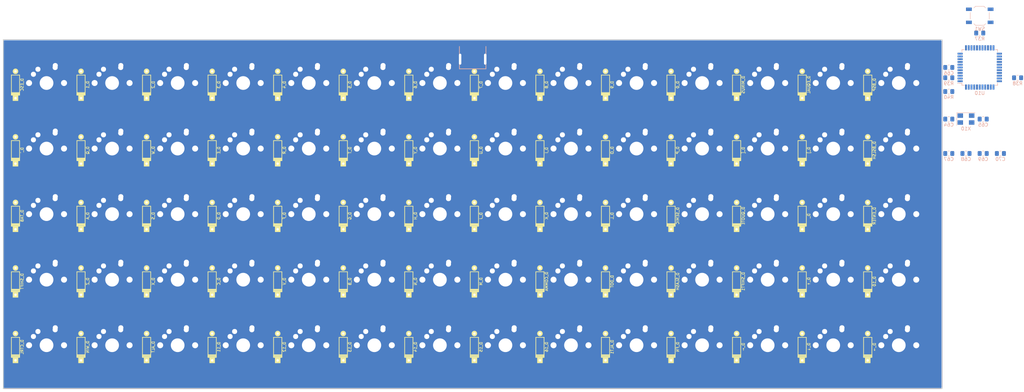
<source format=kicad_pcb>
(kicad_pcb (version 20171130) (host pcbnew "(5.0.0-3-g5ebb6b6)")
  (layers (0 F.Cu signal) (31 B.Cu signal) (34 B.Paste user) (35 F.Paste user) (36 B.SilkS user) (37 F.SilkS user) (38 B.Mask user) (39 F.Mask user) (44 Edge.Cuts user))
  (net 0 "")
  (net 1 "GND")
  (net 2 "VCC")
  (net 3 "/col0")
  (net 4 "/col1")
  (net 5 "/col2")
  (net 6 "/col3")
  (net 7 "/col4")
  (net 8 "/col5")
  (net 9 "/col6")
  (net 10 "/col7")
  (net 11 "/col8")
  (net 12 "/col9")
  (net 13 "/col10")
  (net 14 "/col11")
  (net 15 "/col12")
  (net 16 "/col13")
  (net 17 "/row0")
  (net 18 "/row1")
  (net 19 "/row2")
  (net 20 "/row3")
  (net 21 "/row4")
  (net 22 "/row5")
  (net 23 "Net-(K_ESC-Pad1)")
  (net 24 "Net-(K_ESC-Pad2)")
  (net 25 "Net-(K_ESC-Pad3)")
  (net 26 "Net-(K_ESC-Pad4)")
  (net 27 "Net-(D_ESC-Pad1)")
  (net 28 "Net-(D_ESC-Pad2)")
  (net 29 "Net-(K_1-Pad1)")
  (net 30 "Net-(K_1-Pad2)")
  (net 31 "Net-(K_1-Pad3)")
  (net 32 "Net-(K_1-Pad4)")
  (net 33 "Net-(D_1-Pad1)")
  (net 34 "Net-(D_1-Pad2)")
  (net 35 "Net-(K_2-Pad1)")
  (net 36 "Net-(K_2-Pad2)")
  (net 37 "Net-(K_2-Pad3)")
  (net 38 "Net-(K_2-Pad4)")
  (net 39 "Net-(D_2-Pad1)")
  (net 40 "Net-(D_2-Pad2)")
  (net 41 "Net-(K_3-Pad1)")
  (net 42 "Net-(K_3-Pad2)")
  (net 43 "Net-(K_3-Pad3)")
  (net 44 "Net-(K_3-Pad4)")
  (net 45 "Net-(D_3-Pad1)")
  (net 46 "Net-(D_3-Pad2)")
  (net 47 "Net-(K_4-Pad1)")
  (net 48 "Net-(K_4-Pad2)")
  (net 49 "Net-(K_4-Pad3)")
  (net 50 "Net-(K_4-Pad4)")
  (net 51 "Net-(D_4-Pad1)")
  (net 52 "Net-(D_4-Pad2)")
  (net 53 "Net-(K_5-Pad1)")
  (net 54 "Net-(K_5-Pad2)")
  (net 55 "Net-(K_5-Pad3)")
  (net 56 "Net-(K_5-Pad4)")
  (net 57 "Net-(D_5-Pad1)")
  (net 58 "Net-(D_5-Pad2)")
  (net 59 "Net-(K_6-Pad1)")
  (net 60 "Net-(K_6-Pad2)")
  (net 61 "Net-(K_6-Pad3)")
  (net 62 "Net-(K_6-Pad4)")
  (net 63 "Net-(D_6-Pad1)")
  (net 64 "Net-(D_6-Pad2)")
  (net 65 "Net-(K_7-Pad1)")
  (net 66 "Net-(K_7-Pad2)")
  (net 67 "Net-(K_7-Pad3)")
  (net 68 "Net-(K_7-Pad4)")
  (net 69 "Net-(D_7-Pad1)")
  (net 70 "Net-(D_7-Pad2)")
  (net 71 "Net-(K_8-Pad1)")
  (net 72 "Net-(K_8-Pad2)")
  (net 73 "Net-(K_8-Pad3)")
  (net 74 "Net-(K_8-Pad4)")
  (net 75 "Net-(D_8-Pad1)")
  (net 76 "Net-(D_8-Pad2)")
  (net 77 "Net-(K_9-Pad1)")
  (net 78 "Net-(K_9-Pad2)")
  (net 79 "Net-(K_9-Pad3)")
  (net 80 "Net-(K_9-Pad4)")
  (net 81 "Net-(D_9-Pad1)")
  (net 82 "Net-(D_9-Pad2)")
  (net 83 "Net-(K_0-Pad1)")
  (net 84 "Net-(K_0-Pad2)")
  (net 85 "Net-(K_0-Pad3)")
  (net 86 "Net-(K_0-Pad4)")
  (net 87 "Net-(D_0-Pad1)")
  (net 88 "Net-(D_0-Pad2)")
  (net 89 "Net-(K_MINUS-Pad1)")
  (net 90 "Net-(K_MINUS-Pad2)")
  (net 91 "Net-(K_MINUS-Pad3)")
  (net 92 "Net-(K_MINUS-Pad4)")
  (net 93 "Net-(D_MINUS-Pad1)")
  (net 94 "Net-(D_MINUS-Pad2)")
  (net 95 "Net-(K_EQUAL-Pad1)")
  (net 96 "Net-(K_EQUAL-Pad2)")
  (net 97 "Net-(K_EQUAL-Pad3)")
  (net 98 "Net-(K_EQUAL-Pad4)")
  (net 99 "Net-(D_EQUAL-Pad1)")
  (net 100 "Net-(D_EQUAL-Pad2)")
  (net 101 "Net-(K_BSP-Pad1)")
  (net 102 "Net-(K_BSP-Pad2)")
  (net 103 "Net-(K_BSP-Pad3)")
  (net 104 "Net-(K_BSP-Pad4)")
  (net 105 "Net-(D_BSP-Pad1)")
  (net 106 "Net-(D_BSP-Pad2)")
  (net 107 "Net-(K_`-Pad1)")
  (net 108 "Net-(K_`-Pad2)")
  (net 109 "Net-(K_`-Pad3)")
  (net 110 "Net-(K_`-Pad4)")
  (net 111 "Net-(D_`-Pad1)")
  (net 112 "Net-(D_`-Pad2)")
  (net 113 "Net-(K_Q-Pad1)")
  (net 114 "Net-(K_Q-Pad2)")
  (net 115 "Net-(K_Q-Pad3)")
  (net 116 "Net-(K_Q-Pad4)")
  (net 117 "Net-(D_Q-Pad1)")
  (net 118 "Net-(D_Q-Pad2)")
  (net 119 "Net-(K_W-Pad1)")
  (net 120 "Net-(K_W-Pad2)")
  (net 121 "Net-(K_W-Pad3)")
  (net 122 "Net-(K_W-Pad4)")
  (net 123 "Net-(D_W-Pad1)")
  (net 124 "Net-(D_W-Pad2)")
  (net 125 "Net-(K_E-Pad1)")
  (net 126 "Net-(K_E-Pad2)")
  (net 127 "Net-(K_E-Pad3)")
  (net 128 "Net-(K_E-Pad4)")
  (net 129 "Net-(D_E-Pad1)")
  (net 130 "Net-(D_E-Pad2)")
  (net 131 "Net-(K_R-Pad1)")
  (net 132 "Net-(K_R-Pad2)")
  (net 133 "Net-(K_R-Pad3)")
  (net 134 "Net-(K_R-Pad4)")
  (net 135 "Net-(D_R-Pad1)")
  (net 136 "Net-(D_R-Pad2)")
  (net 137 "Net-(K_T-Pad1)")
  (net 138 "Net-(K_T-Pad2)")
  (net 139 "Net-(K_T-Pad3)")
  (net 140 "Net-(K_T-Pad4)")
  (net 141 "Net-(D_T-Pad1)")
  (net 142 "Net-(D_T-Pad2)")
  (net 143 "Net-(K_Y-Pad1)")
  (net 144 "Net-(K_Y-Pad2)")
  (net 145 "Net-(K_Y-Pad3)")
  (net 146 "Net-(K_Y-Pad4)")
  (net 147 "Net-(D_Y-Pad1)")
  (net 148 "Net-(D_Y-Pad2)")
  (net 149 "Net-(K_U-Pad1)")
  (net 150 "Net-(K_U-Pad2)")
  (net 151 "Net-(K_U-Pad3)")
  (net 152 "Net-(K_U-Pad4)")
  (net 153 "Net-(D_U-Pad1)")
  (net 154 "Net-(D_U-Pad2)")
  (net 155 "Net-(K_I-Pad1)")
  (net 156 "Net-(K_I-Pad2)")
  (net 157 "Net-(K_I-Pad3)")
  (net 158 "Net-(K_I-Pad4)")
  (net 159 "Net-(D_I-Pad1)")
  (net 160 "Net-(D_I-Pad2)")
  (net 161 "Net-(K_O-Pad1)")
  (net 162 "Net-(K_O-Pad2)")
  (net 163 "Net-(K_O-Pad3)")
  (net 164 "Net-(K_O-Pad4)")
  (net 165 "Net-(D_O-Pad1)")
  (net 166 "Net-(D_O-Pad2)")
  (net 167 "Net-(K_P-Pad1)")
  (net 168 "Net-(K_P-Pad2)")
  (net 169 "Net-(K_P-Pad3)")
  (net 170 "Net-(K_P-Pad4)")
  (net 171 "Net-(D_P-Pad1)")
  (net 172 "Net-(D_P-Pad2)")
  (net 173 "Net-(K_[-Pad1)")
  (net 174 "Net-(K_[-Pad2)")
  (net 175 "Net-(K_[-Pad3)")
  (net 176 "Net-(K_[-Pad4)")
  (net 177 "Net-(D_[-Pad1)")
  (net 178 "Net-(D_[-Pad2)")
  (net 179 "Net-(K_]-Pad1)")
  (net 180 "Net-(K_]-Pad2)")
  (net 181 "Net-(K_]-Pad3)")
  (net 182 "Net-(K_]-Pad4)")
  (net 183 "Net-(D_]-Pad1)")
  (net 184 "Net-(D_]-Pad2)")
  (net 185 "Net-(K_BSLSH-Pad1)")
  (net 186 "Net-(K_BSLSH-Pad2)")
  (net 187 "Net-(K_BSLSH-Pad3)")
  (net 188 "Net-(K_BSLSH-Pad4)")
  (net 189 "Net-(D_BSLSH-Pad1)")
  (net 190 "Net-(D_BSLSH-Pad2)")
  (net 191 "Net-(K_TAB-Pad1)")
  (net 192 "Net-(K_TAB-Pad2)")
  (net 193 "Net-(K_TAB-Pad3)")
  (net 194 "Net-(K_TAB-Pad4)")
  (net 195 "Net-(D_TAB-Pad1)")
  (net 196 "Net-(D_TAB-Pad2)")
  (net 197 "Net-(K_A-Pad1)")
  (net 198 "Net-(K_A-Pad2)")
  (net 199 "Net-(K_A-Pad3)")
  (net 200 "Net-(K_A-Pad4)")
  (net 201 "Net-(D_A-Pad1)")
  (net 202 "Net-(D_A-Pad2)")
  (net 203 "Net-(K_S-Pad1)")
  (net 204 "Net-(K_S-Pad2)")
  (net 205 "Net-(K_S-Pad3)")
  (net 206 "Net-(K_S-Pad4)")
  (net 207 "Net-(D_S-Pad1)")
  (net 208 "Net-(D_S-Pad2)")
  (net 209 "Net-(K_D-Pad1)")
  (net 210 "Net-(K_D-Pad2)")
  (net 211 "Net-(K_D-Pad3)")
  (net 212 "Net-(K_D-Pad4)")
  (net 213 "Net-(D_D-Pad1)")
  (net 214 "Net-(D_D-Pad2)")
  (net 215 "Net-(K_F-Pad1)")
  (net 216 "Net-(K_F-Pad2)")
  (net 217 "Net-(K_F-Pad3)")
  (net 218 "Net-(K_F-Pad4)")
  (net 219 "Net-(D_F-Pad1)")
  (net 220 "Net-(D_F-Pad2)")
  (net 221 "Net-(K_G-Pad1)")
  (net 222 "Net-(K_G-Pad2)")
  (net 223 "Net-(K_G-Pad3)")
  (net 224 "Net-(K_G-Pad4)")
  (net 225 "Net-(D_G-Pad1)")
  (net 226 "Net-(D_G-Pad2)")
  (net 227 "Net-(K_H-Pad1)")
  (net 228 "Net-(K_H-Pad2)")
  (net 229 "Net-(K_H-Pad3)")
  (net 230 "Net-(K_H-Pad4)")
  (net 231 "Net-(D_H-Pad1)")
  (net 232 "Net-(D_H-Pad2)")
  (net 233 "Net-(K_J-Pad1)")
  (net 234 "Net-(K_J-Pad2)")
  (net 235 "Net-(K_J-Pad3)")
  (net 236 "Net-(K_J-Pad4)")
  (net 237 "Net-(D_J-Pad1)")
  (net 238 "Net-(D_J-Pad2)")
  (net 239 "Net-(K_K-Pad1)")
  (net 240 "Net-(K_K-Pad2)")
  (net 241 "Net-(K_K-Pad3)")
  (net 242 "Net-(K_K-Pad4)")
  (net 243 "Net-(D_K-Pad1)")
  (net 244 "Net-(D_K-Pad2)")
  (net 245 "Net-(K_L-Pad1)")
  (net 246 "Net-(K_L-Pad2)")
  (net 247 "Net-(K_L-Pad3)")
  (net 248 "Net-(K_L-Pad4)")
  (net 249 "Net-(D_L-Pad1)")
  (net 250 "Net-(D_L-Pad2)")
  (net 251 "Net-(K_SEMIC-Pad1)")
  (net 252 "Net-(K_SEMIC-Pad2)")
  (net 253 "Net-(K_SEMIC-Pad3)")
  (net 254 "Net-(K_SEMIC-Pad4)")
  (net 255 "Net-(D_SEMIC-Pad1)")
  (net 256 "Net-(D_SEMIC-Pad2)")
  (net 257 "Net-(K_QUOTE-Pad1)")
  (net 258 "Net-(K_QUOTE-Pad2)")
  (net 259 "Net-(K_QUOTE-Pad3)")
  (net 260 "Net-(K_QUOTE-Pad4)")
  (net 261 "Net-(D_QUOTE-Pad1)")
  (net 262 "Net-(D_QUOTE-Pad2)")
  (net 263 "Net-(K_-Pad1)")
  (net 264 "Net-(K_-Pad2)")
  (net 265 "Net-(K_-Pad3)")
  (net 266 "Net-(K_-Pad4)")
  (net 267 "Net-(D_-Pad1)")
  (net 268 "Net-(D_-Pad2)")
  (net 269 "Net-(K_ENTER-Pad1)")
  (net 270 "Net-(K_ENTER-Pad2)")
  (net 271 "Net-(K_ENTER-Pad3)")
  (net 272 "Net-(K_ENTER-Pad4)")
  (net 273 "Net-(D_ENTER-Pad1)")
  (net 274 "Net-(D_ENTER-Pad2)")
  (net 275 "Net-(K_SHIFT-Pad1)")
  (net 276 "Net-(K_SHIFT-Pad2)")
  (net 277 "Net-(K_SHIFT-Pad3)")
  (net 278 "Net-(K_SHIFT-Pad4)")
  (net 279 "Net-(D_SHIFT-Pad1)")
  (net 280 "Net-(D_SHIFT-Pad2)")
  (net 281 "Net-(K_Z-Pad1)")
  (net 282 "Net-(K_Z-Pad2)")
  (net 283 "Net-(K_Z-Pad3)")
  (net 284 "Net-(K_Z-Pad4)")
  (net 285 "Net-(D_Z-Pad1)")
  (net 286 "Net-(D_Z-Pad2)")
  (net 287 "Net-(K_X-Pad1)")
  (net 288 "Net-(K_X-Pad2)")
  (net 289 "Net-(K_X-Pad3)")
  (net 290 "Net-(K_X-Pad4)")
  (net 291 "Net-(D_X-Pad1)")
  (net 292 "Net-(D_X-Pad2)")
  (net 293 "Net-(K_C-Pad1)")
  (net 294 "Net-(K_C-Pad2)")
  (net 295 "Net-(K_C-Pad3)")
  (net 296 "Net-(K_C-Pad4)")
  (net 297 "Net-(D_C-Pad1)")
  (net 298 "Net-(D_C-Pad2)")
  (net 299 "Net-(K_V-Pad1)")
  (net 300 "Net-(K_V-Pad2)")
  (net 301 "Net-(K_V-Pad3)")
  (net 302 "Net-(K_V-Pad4)")
  (net 303 "Net-(D_V-Pad1)")
  (net 304 "Net-(D_V-Pad2)")
  (net 305 "Net-(K_B-Pad1)")
  (net 306 "Net-(K_B-Pad2)")
  (net 307 "Net-(K_B-Pad3)")
  (net 308 "Net-(K_B-Pad4)")
  (net 309 "Net-(D_B-Pad1)")
  (net 310 "Net-(D_B-Pad2)")
  (net 311 "Net-(K_N-Pad1)")
  (net 312 "Net-(K_N-Pad2)")
  (net 313 "Net-(K_N-Pad3)")
  (net 314 "Net-(K_N-Pad4)")
  (net 315 "Net-(D_N-Pad1)")
  (net 316 "Net-(D_N-Pad2)")
  (net 317 "Net-(K_M-Pad1)")
  (net 318 "Net-(K_M-Pad2)")
  (net 319 "Net-(K_M-Pad3)")
  (net 320 "Net-(K_M-Pad4)")
  (net 321 "Net-(D_M-Pad1)")
  (net 322 "Net-(D_M-Pad2)")
  (net 323 "Net-(K_COMMA-Pad1)")
  (net 324 "Net-(K_COMMA-Pad2)")
  (net 325 "Net-(K_COMMA-Pad3)")
  (net 326 "Net-(K_COMMA-Pad4)")
  (net 327 "Net-(D_COMMA-Pad1)")
  (net 328 "Net-(D_COMMA-Pad2)")
  (net 329 "Net-(K_DOT-Pad1)")
  (net 330 "Net-(K_DOT-Pad2)")
  (net 331 "Net-(K_DOT-Pad3)")
  (net 332 "Net-(K_DOT-Pad4)")
  (net 333 "Net-(D_DOT-Pad1)")
  (net 334 "Net-(D_DOT-Pad2)")
  (net 335 "Net-(K_SLASH-Pad1)")
  (net 336 "Net-(K_SLASH-Pad2)")
  (net 337 "Net-(K_SLASH-Pad3)")
  (net 338 "Net-(K_SLASH-Pad4)")
  (net 339 "Net-(D_SLASH-Pad1)")
  (net 340 "Net-(D_SLASH-Pad2)")
  (net 341 "Net-(K_SHIFT1-Pad1)")
  (net 342 "Net-(K_SHIFT1-Pad2)")
  (net 343 "Net-(K_SHIFT1-Pad3)")
  (net 344 "Net-(K_SHIFT1-Pad4)")
  (net 345 "Net-(D_SHIFT1-Pad1)")
  (net 346 "Net-(D_SHIFT1-Pad2)")
  (net 347 "Net-(K_↑-Pad1)")
  (net 348 "Net-(K_↑-Pad2)")
  (net 349 "Net-(K_↑-Pad3)")
  (net 350 "Net-(K_↑-Pad4)")
  (net 351 "Net-(D_↑-Pad1)")
  (net 352 "Net-(D_↑-Pad2)")
  (net 353 "Net-(K_10-Pad1)")
  (net 354 "Net-(K_10-Pad2)")
  (net 355 "Net-(K_10-Pad3)")
  (net 356 "Net-(K_10-Pad4)")
  (net 357 "Net-(D_10-Pad1)")
  (net 358 "Net-(D_10-Pad2)")
  (net 359 "Net-(K_CTRL-Pad1)")
  (net 360 "Net-(K_CTRL-Pad2)")
  (net 361 "Net-(K_CTRL-Pad3)")
  (net 362 "Net-(K_CTRL-Pad4)")
  (net 363 "Net-(D_CTRL-Pad1)")
  (net 364 "Net-(D_CTRL-Pad2)")
  (net 365 "Net-(K_WIN-Pad1)")
  (net 366 "Net-(K_WIN-Pad2)")
  (net 367 "Net-(K_WIN-Pad3)")
  (net 368 "Net-(K_WIN-Pad4)")
  (net 369 "Net-(D_WIN-Pad1)")
  (net 370 "Net-(D_WIN-Pad2)")
  (net 371 "Net-(K_ALT-Pad1)")
  (net 372 "Net-(K_ALT-Pad2)")
  (net 373 "Net-(K_ALT-Pad3)")
  (net 374 "Net-(K_ALT-Pad4)")
  (net 375 "Net-(D_ALT-Pad1)")
  (net 376 "Net-(D_ALT-Pad2)")
  (net 377 "Net-(K_11-Pad1)")
  (net 378 "Net-(K_11-Pad2)")
  (net 379 "Net-(K_11-Pad3)")
  (net 380 "Net-(K_11-Pad4)")
  (net 381 "Net-(D_11-Pad1)")
  (net 382 "Net-(D_11-Pad2)")
  (net 383 "Net-(K_12-Pad1)")
  (net 384 "Net-(K_12-Pad2)")
  (net 385 "Net-(K_12-Pad3)")
  (net 386 "Net-(K_12-Pad4)")
  (net 387 "Net-(D_12-Pad1)")
  (net 388 "Net-(D_12-Pad2)")
  (net 389 "Net-(K_13-Pad1)")
  (net 390 "Net-(K_13-Pad2)")
  (net 391 "Net-(K_13-Pad3)")
  (net 392 "Net-(K_13-Pad4)")
  (net 393 "Net-(D_13-Pad1)")
  (net 394 "Net-(D_13-Pad2)")
  (net 395 "Net-(K_14-Pad1)")
  (net 396 "Net-(K_14-Pad2)")
  (net 397 "Net-(K_14-Pad3)")
  (net 398 "Net-(K_14-Pad4)")
  (net 399 "Net-(D_14-Pad1)")
  (net 400 "Net-(D_14-Pad2)")
  (net 401 "Net-(K_15-Pad1)")
  (net 402 "Net-(K_15-Pad2)")
  (net 403 "Net-(K_15-Pad3)")
  (net 404 "Net-(K_15-Pad4)")
  (net 405 "Net-(D_15-Pad1)")
  (net 406 "Net-(D_15-Pad2)")
  (net 407 "Net-(K_16-Pad1)")
  (net 408 "Net-(K_16-Pad2)")
  (net 409 "Net-(K_16-Pad3)")
  (net 410 "Net-(K_16-Pad4)")
  (net 411 "Net-(D_16-Pad1)")
  (net 412 "Net-(D_16-Pad2)")
  (net 413 "Net-(K_ALT1-Pad1)")
  (net 414 "Net-(K_ALT1-Pad2)")
  (net 415 "Net-(K_ALT1-Pad3)")
  (net 416 "Net-(K_ALT1-Pad4)")
  (net 417 "Net-(D_ALT1-Pad1)")
  (net 418 "Net-(D_ALT1-Pad2)")
  (net 419 "Net-(K_FN-Pad1)")
  (net 420 "Net-(K_FN-Pad2)")
  (net 421 "Net-(K_FN-Pad3)")
  (net 422 "Net-(K_FN-Pad4)")
  (net 423 "Net-(D_FN-Pad1)")
  (net 424 "Net-(D_FN-Pad2)")
  (net 425 "Net-(K_←-Pad1)")
  (net 426 "Net-(K_←-Pad2)")
  (net 427 "Net-(K_←-Pad3)")
  (net 428 "Net-(K_←-Pad4)")
  (net 429 "Net-(D_←-Pad1)")
  (net 430 "Net-(D_←-Pad2)")
  (net 431 "Net-(K_↓-Pad1)")
  (net 432 "Net-(K_↓-Pad2)")
  (net 433 "Net-(K_↓-Pad3)")
  (net 434 "Net-(K_↓-Pad4)")
  (net 435 "Net-(D_↓-Pad1)")
  (net 436 "Net-(D_↓-Pad2)")
  (net 437 "Net-(K_→-Pad1)")
  (net 438 "Net-(K_→-Pad2)")
  (net 439 "Net-(K_→-Pad3)")
  (net 440 "Net-(K_→-Pad4)")
  (net 441 "Net-(D_→-Pad1)")
  (net 442 "Net-(D_→-Pad2)")
  (net 443 "Net-(C64-Pad1)")
  (net 444 "Net-(C64-Pad2)")
  (net 445 "Net-(C65-Pad1)")
  (net 446 "Net-(C65-Pad2)")
  (net 447 "Net-(X10-Pad1)")
  (net 448 "Net-(X10-Pad2)")
  (net 449 "Net-(X10-Pad3)")
  (net 450 "Net-(X10-Pad4)")
  (net 451 "Net-(R37-Pad1)")
  (net 452 "Net-(R37-Pad2)")
  (net 453 "Net-(R10-Pad1)")
  (net 454 "Net-(R10-Pad2)")
  (net 455 "Net-(R38-Pad1)")
  (net 456 "Net-(R38-Pad2)")
  (net 457 "Net-(R39-Pad1)")
  (net 458 "Net-(R39-Pad2)")
  (net 459 "Net-(R40-Pad1)")
  (net 460 "Net-(R40-Pad2)")
  (net 461 "Net-(USB10-Pad1)")
  (net 462 "Net-(USB10-Pad2)")
  (net 463 "Net-(USB10-Pad3)")
  (net 464 "Net-(USB10-Pad4)")
  (net 465 "Net-(USB10-Pad5)")
  (net 466 "Net-(USB10-Pad6)")
  (net 467 "Net-(C66-Pad1)")
  (net 468 "Net-(C66-Pad2)")
  (net 469 "Net-(U10-Pad1)")
  (net 470 "Net-(U10-Pad2)")
  (net 471 "Net-(U10-Pad3)")
  (net 472 "Net-(U10-Pad4)")
  (net 473 "Net-(U10-Pad5)")
  (net 474 "Net-(U10-Pad6)")
  (net 475 "Net-(U10-Pad7)")
  (net 476 "Net-(U10-Pad8)")
  (net 477 "Net-(U10-Pad9)")
  (net 478 "Net-(U10-Pad10)")
  (net 479 "Net-(U10-Pad11)")
  (net 480 "Net-(U10-Pad12)")
  (net 481 "Net-(U10-Pad13)")
  (net 482 "Net-(U10-Pad14)")
  (net 483 "Net-(U10-Pad15)")
  (net 484 "Net-(U10-Pad16)")
  (net 485 "Net-(U10-Pad17)")
  (net 486 "Net-(U10-Pad18)")
  (net 487 "Net-(U10-Pad19)")
  (net 488 "Net-(U10-Pad20)")
  (net 489 "Net-(U10-Pad21)")
  (net 490 "Net-(U10-Pad22)")
  (net 491 "Net-(U10-Pad23)")
  (net 492 "Net-(U10-Pad24)")
  (net 493 "Net-(U10-Pad25)")
  (net 494 "Net-(U10-Pad26)")
  (net 495 "Net-(U10-Pad27)")
  (net 496 "Net-(U10-Pad28)")
  (net 497 "Net-(U10-Pad29)")
  (net 498 "Net-(U10-Pad30)")
  (net 499 "Net-(U10-Pad31)")
  (net 500 "Net-(U10-Pad32)")
  (net 501 "Net-(U10-Pad33)")
  (net 502 "Net-(U10-Pad34)")
  (net 503 "Net-(U10-Pad35)")
  (net 504 "Net-(U10-Pad36)")
  (net 505 "Net-(U10-Pad37)")
  (net 506 "Net-(U10-Pad38)")
  (net 507 "Net-(U10-Pad39)")
  (net 508 "Net-(U10-Pad40)")
  (net 509 "Net-(U10-Pad41)")
  (net 510 "Net-(U10-Pad42)")
  (net 511 "Net-(U10-Pad43)")
  (net 512 "Net-(U10-Pad44)")
  (net 513 "Net-(C67-Pad1)")
  (net 514 "Net-(C67-Pad2)")
  (net 515 "Net-(C68-Pad1)")
  (net 516 "Net-(C68-Pad2)")
  (net 517 "Net-(C69-Pad1)")
  (net 518 "Net-(C69-Pad2)")
  (net 519 "Net-(C70-Pad1)")
  (net 520 "Net-(C70-Pad2)")
  (module MX_Alps_Hybrid:MX-1U-NoLED (layer F.Cu) (at 29.525 29.525)
    (fp_text reference K_ESC)
    (fp_text value KEYSW)
    (pad 1 thru_hole circle (at -2.5 -4) (size 2.25 2.25) (drill 1.47) (layers *.Cu B.Mask) (net 23 "Net-(K_ESC-Pad1)"))
    (pad 1 thru_hole oval (at -3.81 -2.54 48.0996) (size 4.211556 2.25) (drill 1.47 (offset 0.980778 0)) (layers *.Cu B.Mask) (net 23 "Net-(K_ESC-Pad1)"))
    (pad 2 thru_hole oval (at 2.5 -4.5 86.0548) (size 2.831378 2.25) (drill 1.47 (offset 0.290689 0)) (layers *.Cu B.Mask) (net 28 "Net-(D_ESC-Pad2)"))
    (pad 2 thru_hole circle (at 2.54 -5.08) (size 2.25 2.25) (drill 1.47) (layers *.Cu B.Mask) (net 28 "Net-(D_ESC-Pad2)"))
    (pad "" np_thru_hole circle (at 0 0) (size 3.9878 3.9878) (drill 3.9878) (layers *.Cu *.Mask))
    (pad "" np_thru_hole circle (at -5.08 0 48.0996) (size 1.75 1.75) (drill 1.75) (layers *.Cu *.Mask))
    (pad "" np_thru_hole circle (at 5.08 0 48.0996) (size 1.75 1.75) (drill 1.75) (layers *.Cu *.Mask))
  )
  (module keyboard_parts:D_SOD123_axial (layer F.Cu) (at 20.5 30.025 90)
    (fp_text reference D_ESC (at 0 1.925 90) (layer F.SilkS) (effects (font (size 0.8 0.8)) (justify mirror)))
    (fp_text value D hide)
    (pad 1 smd rect (at -2.7 0 90) (size 2.5 0.5) (layers F.Cu) (net 3 "/col0"))
    (pad 1 smd rect (at -1.575 0 90) (size 1.2 1.2) (layers F.Cu F.Paste F.Mask) (net 3 "/col0"))
    (pad 1 thru_hole rect (at -3.9 0 90) (size 1.6 1.6) (drill 0.7) (layers *.Cu *.Mask F.SilkS) (net 3 "/col0"))
    (pad 2 smd rect (at 1.575 0 90) (size 1.2 1.2) (layers F.Cu F.Paste F.Mask) (net 28 "Net-(D_ESC-Pad2)"))
    (pad 2 smd rect (at 2.7 0 90) (size 2.5 0.5) (layers F.Cu) (net 28 "Net-(D_ESC-Pad2)"))
    (pad 2 thru_hole circle (at 3.9 0 90) (size 1.6 1.6) (drill 0.7) (layers *.Cu *.Mask F.SilkS) (net 28 "Net-(D_ESC-Pad2)"))
  )
  (module MX_Alps_Hybrid:MX-1U-NoLED (layer F.Cu) (at 48.575 29.525)
    (fp_text reference K_1)
    (fp_text value KEYSW)
    (pad 1 thru_hole circle (at -2.5 -4) (size 2.25 2.25) (drill 1.47) (layers *.Cu B.Mask) (net 29 "Net-(K_1-Pad1)"))
    (pad 1 thru_hole oval (at -3.81 -2.54 48.0996) (size 4.211556 2.25) (drill 1.47 (offset 0.980778 0)) (layers *.Cu B.Mask) (net 29 "Net-(K_1-Pad1)"))
    (pad 2 thru_hole oval (at 2.5 -4.5 86.0548) (size 2.831378 2.25) (drill 1.47 (offset 0.290689 0)) (layers *.Cu B.Mask) (net 34 "Net-(D_1-Pad2)"))
    (pad 2 thru_hole circle (at 2.54 -5.08) (size 2.25 2.25) (drill 1.47) (layers *.Cu B.Mask) (net 34 "Net-(D_1-Pad2)"))
    (pad "" np_thru_hole circle (at 0 0) (size 3.9878 3.9878) (drill 3.9878) (layers *.Cu *.Mask))
    (pad "" np_thru_hole circle (at -5.08 0 48.0996) (size 1.75 1.75) (drill 1.75) (layers *.Cu *.Mask))
    (pad "" np_thru_hole circle (at 5.08 0 48.0996) (size 1.75 1.75) (drill 1.75) (layers *.Cu *.Mask))
  )
  (module keyboard_parts:D_SOD123_axial (layer F.Cu) (at 39.55 30.025 90)
    (fp_text reference D_1 (at 0 1.925 90) (layer F.SilkS) (effects (font (size 0.8 0.8)) (justify mirror)))
    (fp_text value D hide)
    (pad 1 smd rect (at -2.7 0 90) (size 2.5 0.5) (layers F.Cu) (net 4 "/col1"))
    (pad 1 smd rect (at -1.575 0 90) (size 1.2 1.2) (layers F.Cu F.Paste F.Mask) (net 4 "/col1"))
    (pad 1 thru_hole rect (at -3.9 0 90) (size 1.6 1.6) (drill 0.7) (layers *.Cu *.Mask F.SilkS) (net 4 "/col1"))
    (pad 2 smd rect (at 1.575 0 90) (size 1.2 1.2) (layers F.Cu F.Paste F.Mask) (net 34 "Net-(D_1-Pad2)"))
    (pad 2 smd rect (at 2.7 0 90) (size 2.5 0.5) (layers F.Cu) (net 34 "Net-(D_1-Pad2)"))
    (pad 2 thru_hole circle (at 3.9 0 90) (size 1.6 1.6) (drill 0.7) (layers *.Cu *.Mask F.SilkS) (net 34 "Net-(D_1-Pad2)"))
  )
  (module MX_Alps_Hybrid:MX-1U-NoLED (layer F.Cu) (at 67.625 29.525)
    (fp_text reference K_2)
    (fp_text value KEYSW)
    (pad 1 thru_hole circle (at -2.5 -4) (size 2.25 2.25) (drill 1.47) (layers *.Cu B.Mask) (net 35 "Net-(K_2-Pad1)"))
    (pad 1 thru_hole oval (at -3.81 -2.54 48.0996) (size 4.211556 2.25) (drill 1.47 (offset 0.980778 0)) (layers *.Cu B.Mask) (net 35 "Net-(K_2-Pad1)"))
    (pad 2 thru_hole oval (at 2.5 -4.5 86.0548) (size 2.831378 2.25) (drill 1.47 (offset 0.290689 0)) (layers *.Cu B.Mask) (net 40 "Net-(D_2-Pad2)"))
    (pad 2 thru_hole circle (at 2.54 -5.08) (size 2.25 2.25) (drill 1.47) (layers *.Cu B.Mask) (net 40 "Net-(D_2-Pad2)"))
    (pad "" np_thru_hole circle (at 0 0) (size 3.9878 3.9878) (drill 3.9878) (layers *.Cu *.Mask))
    (pad "" np_thru_hole circle (at -5.08 0 48.0996) (size 1.75 1.75) (drill 1.75) (layers *.Cu *.Mask))
    (pad "" np_thru_hole circle (at 5.08 0 48.0996) (size 1.75 1.75) (drill 1.75) (layers *.Cu *.Mask))
  )
  (module keyboard_parts:D_SOD123_axial (layer F.Cu) (at 58.6 30.025 90)
    (fp_text reference D_2 (at 0 1.925 90) (layer F.SilkS) (effects (font (size 0.8 0.8)) (justify mirror)))
    (fp_text value D hide)
    (pad 1 smd rect (at -2.7 0 90) (size 2.5 0.5) (layers F.Cu) (net 5 "/col2"))
    (pad 1 smd rect (at -1.575 0 90) (size 1.2 1.2) (layers F.Cu F.Paste F.Mask) (net 5 "/col2"))
    (pad 1 thru_hole rect (at -3.9 0 90) (size 1.6 1.6) (drill 0.7) (layers *.Cu *.Mask F.SilkS) (net 5 "/col2"))
    (pad 2 smd rect (at 1.575 0 90) (size 1.2 1.2) (layers F.Cu F.Paste F.Mask) (net 40 "Net-(D_2-Pad2)"))
    (pad 2 smd rect (at 2.7 0 90) (size 2.5 0.5) (layers F.Cu) (net 40 "Net-(D_2-Pad2)"))
    (pad 2 thru_hole circle (at 3.9 0 90) (size 1.6 1.6) (drill 0.7) (layers *.Cu *.Mask F.SilkS) (net 40 "Net-(D_2-Pad2)"))
  )
  (module MX_Alps_Hybrid:MX-1U-NoLED (layer F.Cu) (at 86.675 29.525)
    (fp_text reference K_3)
    (fp_text value KEYSW)
    (pad 1 thru_hole circle (at -2.5 -4) (size 2.25 2.25) (drill 1.47) (layers *.Cu B.Mask) (net 41 "Net-(K_3-Pad1)"))
    (pad 1 thru_hole oval (at -3.81 -2.54 48.0996) (size 4.211556 2.25) (drill 1.47 (offset 0.980778 0)) (layers *.Cu B.Mask) (net 41 "Net-(K_3-Pad1)"))
    (pad 2 thru_hole oval (at 2.5 -4.5 86.0548) (size 2.831378 2.25) (drill 1.47 (offset 0.290689 0)) (layers *.Cu B.Mask) (net 46 "Net-(D_3-Pad2)"))
    (pad 2 thru_hole circle (at 2.54 -5.08) (size 2.25 2.25) (drill 1.47) (layers *.Cu B.Mask) (net 46 "Net-(D_3-Pad2)"))
    (pad "" np_thru_hole circle (at 0 0) (size 3.9878 3.9878) (drill 3.9878) (layers *.Cu *.Mask))
    (pad "" np_thru_hole circle (at -5.08 0 48.0996) (size 1.75 1.75) (drill 1.75) (layers *.Cu *.Mask))
    (pad "" np_thru_hole circle (at 5.08 0 48.0996) (size 1.75 1.75) (drill 1.75) (layers *.Cu *.Mask))
  )
  (module keyboard_parts:D_SOD123_axial (layer F.Cu) (at 77.65 30.025 90)
    (fp_text reference D_3 (at 0 1.925 90) (layer F.SilkS) (effects (font (size 0.8 0.8)) (justify mirror)))
    (fp_text value D hide)
    (pad 1 smd rect (at -2.7 0 90) (size 2.5 0.5) (layers F.Cu) (net 6 "/col3"))
    (pad 1 smd rect (at -1.575 0 90) (size 1.2 1.2) (layers F.Cu F.Paste F.Mask) (net 6 "/col3"))
    (pad 1 thru_hole rect (at -3.9 0 90) (size 1.6 1.6) (drill 0.7) (layers *.Cu *.Mask F.SilkS) (net 6 "/col3"))
    (pad 2 smd rect (at 1.575 0 90) (size 1.2 1.2) (layers F.Cu F.Paste F.Mask) (net 46 "Net-(D_3-Pad2)"))
    (pad 2 smd rect (at 2.7 0 90) (size 2.5 0.5) (layers F.Cu) (net 46 "Net-(D_3-Pad2)"))
    (pad 2 thru_hole circle (at 3.9 0 90) (size 1.6 1.6) (drill 0.7) (layers *.Cu *.Mask F.SilkS) (net 46 "Net-(D_3-Pad2)"))
  )
  (module MX_Alps_Hybrid:MX-1U-NoLED (layer F.Cu) (at 105.725 29.525)
    (fp_text reference K_4)
    (fp_text value KEYSW)
    (pad 1 thru_hole circle (at -2.5 -4) (size 2.25 2.25) (drill 1.47) (layers *.Cu B.Mask) (net 47 "Net-(K_4-Pad1)"))
    (pad 1 thru_hole oval (at -3.81 -2.54 48.0996) (size 4.211556 2.25) (drill 1.47 (offset 0.980778 0)) (layers *.Cu B.Mask) (net 47 "Net-(K_4-Pad1)"))
    (pad 2 thru_hole oval (at 2.5 -4.5 86.0548) (size 2.831378 2.25) (drill 1.47 (offset 0.290689 0)) (layers *.Cu B.Mask) (net 52 "Net-(D_4-Pad2)"))
    (pad 2 thru_hole circle (at 2.54 -5.08) (size 2.25 2.25) (drill 1.47) (layers *.Cu B.Mask) (net 52 "Net-(D_4-Pad2)"))
    (pad "" np_thru_hole circle (at 0 0) (size 3.9878 3.9878) (drill 3.9878) (layers *.Cu *.Mask))
    (pad "" np_thru_hole circle (at -5.08 0 48.0996) (size 1.75 1.75) (drill 1.75) (layers *.Cu *.Mask))
    (pad "" np_thru_hole circle (at 5.08 0 48.0996) (size 1.75 1.75) (drill 1.75) (layers *.Cu *.Mask))
  )
  (module keyboard_parts:D_SOD123_axial (layer F.Cu) (at 96.7 30.025 90)
    (fp_text reference D_4 (at 0 1.925 90) (layer F.SilkS) (effects (font (size 0.8 0.8)) (justify mirror)))
    (fp_text value D hide)
    (pad 1 smd rect (at -2.7 0 90) (size 2.5 0.5) (layers F.Cu) (net 7 "/col4"))
    (pad 1 smd rect (at -1.575 0 90) (size 1.2 1.2) (layers F.Cu F.Paste F.Mask) (net 7 "/col4"))
    (pad 1 thru_hole rect (at -3.9 0 90) (size 1.6 1.6) (drill 0.7) (layers *.Cu *.Mask F.SilkS) (net 7 "/col4"))
    (pad 2 smd rect (at 1.575 0 90) (size 1.2 1.2) (layers F.Cu F.Paste F.Mask) (net 52 "Net-(D_4-Pad2)"))
    (pad 2 smd rect (at 2.7 0 90) (size 2.5 0.5) (layers F.Cu) (net 52 "Net-(D_4-Pad2)"))
    (pad 2 thru_hole circle (at 3.9 0 90) (size 1.6 1.6) (drill 0.7) (layers *.Cu *.Mask F.SilkS) (net 52 "Net-(D_4-Pad2)"))
  )
  (module MX_Alps_Hybrid:MX-1U-NoLED (layer F.Cu) (at 124.775 29.525)
    (fp_text reference K_5)
    (fp_text value KEYSW)
    (pad 1 thru_hole circle (at -2.5 -4) (size 2.25 2.25) (drill 1.47) (layers *.Cu B.Mask) (net 53 "Net-(K_5-Pad1)"))
    (pad 1 thru_hole oval (at -3.81 -2.54 48.0996) (size 4.211556 2.25) (drill 1.47 (offset 0.980778 0)) (layers *.Cu B.Mask) (net 53 "Net-(K_5-Pad1)"))
    (pad 2 thru_hole oval (at 2.5 -4.5 86.0548) (size 2.831378 2.25) (drill 1.47 (offset 0.290689 0)) (layers *.Cu B.Mask) (net 58 "Net-(D_5-Pad2)"))
    (pad 2 thru_hole circle (at 2.54 -5.08) (size 2.25 2.25) (drill 1.47) (layers *.Cu B.Mask) (net 58 "Net-(D_5-Pad2)"))
    (pad "" np_thru_hole circle (at 0 0) (size 3.9878 3.9878) (drill 3.9878) (layers *.Cu *.Mask))
    (pad "" np_thru_hole circle (at -5.08 0 48.0996) (size 1.75 1.75) (drill 1.75) (layers *.Cu *.Mask))
    (pad "" np_thru_hole circle (at 5.08 0 48.0996) (size 1.75 1.75) (drill 1.75) (layers *.Cu *.Mask))
  )
  (module keyboard_parts:D_SOD123_axial (layer F.Cu) (at 115.75 30.025 90)
    (fp_text reference D_5 (at 0 1.925 90) (layer F.SilkS) (effects (font (size 0.8 0.8)) (justify mirror)))
    (fp_text value D hide)
    (pad 1 smd rect (at -2.7 0 90) (size 2.5 0.5) (layers F.Cu) (net 8 "/col5"))
    (pad 1 smd rect (at -1.575 0 90) (size 1.2 1.2) (layers F.Cu F.Paste F.Mask) (net 8 "/col5"))
    (pad 1 thru_hole rect (at -3.9 0 90) (size 1.6 1.6) (drill 0.7) (layers *.Cu *.Mask F.SilkS) (net 8 "/col5"))
    (pad 2 smd rect (at 1.575 0 90) (size 1.2 1.2) (layers F.Cu F.Paste F.Mask) (net 58 "Net-(D_5-Pad2)"))
    (pad 2 smd rect (at 2.7 0 90) (size 2.5 0.5) (layers F.Cu) (net 58 "Net-(D_5-Pad2)"))
    (pad 2 thru_hole circle (at 3.9 0 90) (size 1.6 1.6) (drill 0.7) (layers *.Cu *.Mask F.SilkS) (net 58 "Net-(D_5-Pad2)"))
  )
  (module MX_Alps_Hybrid:MX-1U-NoLED (layer F.Cu) (at 143.825 29.525)
    (fp_text reference K_6)
    (fp_text value KEYSW)
    (pad 1 thru_hole circle (at -2.5 -4) (size 2.25 2.25) (drill 1.47) (layers *.Cu B.Mask) (net 59 "Net-(K_6-Pad1)"))
    (pad 1 thru_hole oval (at -3.81 -2.54 48.0996) (size 4.211556 2.25) (drill 1.47 (offset 0.980778 0)) (layers *.Cu B.Mask) (net 59 "Net-(K_6-Pad1)"))
    (pad 2 thru_hole oval (at 2.5 -4.5 86.0548) (size 2.831378 2.25) (drill 1.47 (offset 0.290689 0)) (layers *.Cu B.Mask) (net 64 "Net-(D_6-Pad2)"))
    (pad 2 thru_hole circle (at 2.54 -5.08) (size 2.25 2.25) (drill 1.47) (layers *.Cu B.Mask) (net 64 "Net-(D_6-Pad2)"))
    (pad "" np_thru_hole circle (at 0 0) (size 3.9878 3.9878) (drill 3.9878) (layers *.Cu *.Mask))
    (pad "" np_thru_hole circle (at -5.08 0 48.0996) (size 1.75 1.75) (drill 1.75) (layers *.Cu *.Mask))
    (pad "" np_thru_hole circle (at 5.08 0 48.0996) (size 1.75 1.75) (drill 1.75) (layers *.Cu *.Mask))
  )
  (module keyboard_parts:D_SOD123_axial (layer F.Cu) (at 134.8 30.025 90)
    (fp_text reference D_6 (at 0 1.925 90) (layer F.SilkS) (effects (font (size 0.8 0.8)) (justify mirror)))
    (fp_text value D hide)
    (pad 1 smd rect (at -2.7 0 90) (size 2.5 0.5) (layers F.Cu) (net 9 "/col6"))
    (pad 1 smd rect (at -1.575 0 90) (size 1.2 1.2) (layers F.Cu F.Paste F.Mask) (net 9 "/col6"))
    (pad 1 thru_hole rect (at -3.9 0 90) (size 1.6 1.6) (drill 0.7) (layers *.Cu *.Mask F.SilkS) (net 9 "/col6"))
    (pad 2 smd rect (at 1.575 0 90) (size 1.2 1.2) (layers F.Cu F.Paste F.Mask) (net 64 "Net-(D_6-Pad2)"))
    (pad 2 smd rect (at 2.7 0 90) (size 2.5 0.5) (layers F.Cu) (net 64 "Net-(D_6-Pad2)"))
    (pad 2 thru_hole circle (at 3.9 0 90) (size 1.6 1.6) (drill 0.7) (layers *.Cu *.Mask F.SilkS) (net 64 "Net-(D_6-Pad2)"))
  )
  (module MX_Alps_Hybrid:MX-1U-NoLED (layer F.Cu) (at 162.875 29.525)
    (fp_text reference K_7)
    (fp_text value KEYSW)
    (pad 1 thru_hole circle (at -2.5 -4) (size 2.25 2.25) (drill 1.47) (layers *.Cu B.Mask) (net 65 "Net-(K_7-Pad1)"))
    (pad 1 thru_hole oval (at -3.81 -2.54 48.0996) (size 4.211556 2.25) (drill 1.47 (offset 0.980778 0)) (layers *.Cu B.Mask) (net 65 "Net-(K_7-Pad1)"))
    (pad 2 thru_hole oval (at 2.5 -4.5 86.0548) (size 2.831378 2.25) (drill 1.47 (offset 0.290689 0)) (layers *.Cu B.Mask) (net 70 "Net-(D_7-Pad2)"))
    (pad 2 thru_hole circle (at 2.54 -5.08) (size 2.25 2.25) (drill 1.47) (layers *.Cu B.Mask) (net 70 "Net-(D_7-Pad2)"))
    (pad "" np_thru_hole circle (at 0 0) (size 3.9878 3.9878) (drill 3.9878) (layers *.Cu *.Mask))
    (pad "" np_thru_hole circle (at -5.08 0 48.0996) (size 1.75 1.75) (drill 1.75) (layers *.Cu *.Mask))
    (pad "" np_thru_hole circle (at 5.08 0 48.0996) (size 1.75 1.75) (drill 1.75) (layers *.Cu *.Mask))
  )
  (module keyboard_parts:D_SOD123_axial (layer F.Cu) (at 153.85 30.025 90)
    (fp_text reference D_7 (at 0 1.925 90) (layer F.SilkS) (effects (font (size 0.8 0.8)) (justify mirror)))
    (fp_text value D hide)
    (pad 1 smd rect (at -2.7 0 90) (size 2.5 0.5) (layers F.Cu) (net 10 "/col7"))
    (pad 1 smd rect (at -1.575 0 90) (size 1.2 1.2) (layers F.Cu F.Paste F.Mask) (net 10 "/col7"))
    (pad 1 thru_hole rect (at -3.9 0 90) (size 1.6 1.6) (drill 0.7) (layers *.Cu *.Mask F.SilkS) (net 10 "/col7"))
    (pad 2 smd rect (at 1.575 0 90) (size 1.2 1.2) (layers F.Cu F.Paste F.Mask) (net 70 "Net-(D_7-Pad2)"))
    (pad 2 smd rect (at 2.7 0 90) (size 2.5 0.5) (layers F.Cu) (net 70 "Net-(D_7-Pad2)"))
    (pad 2 thru_hole circle (at 3.9 0 90) (size 1.6 1.6) (drill 0.7) (layers *.Cu *.Mask F.SilkS) (net 70 "Net-(D_7-Pad2)"))
  )
  (module MX_Alps_Hybrid:MX-1U-NoLED (layer F.Cu) (at 181.925 29.525)
    (fp_text reference K_8)
    (fp_text value KEYSW)
    (pad 1 thru_hole circle (at -2.5 -4) (size 2.25 2.25) (drill 1.47) (layers *.Cu B.Mask) (net 71 "Net-(K_8-Pad1)"))
    (pad 1 thru_hole oval (at -3.81 -2.54 48.0996) (size 4.211556 2.25) (drill 1.47 (offset 0.980778 0)) (layers *.Cu B.Mask) (net 71 "Net-(K_8-Pad1)"))
    (pad 2 thru_hole oval (at 2.5 -4.5 86.0548) (size 2.831378 2.25) (drill 1.47 (offset 0.290689 0)) (layers *.Cu B.Mask) (net 76 "Net-(D_8-Pad2)"))
    (pad 2 thru_hole circle (at 2.54 -5.08) (size 2.25 2.25) (drill 1.47) (layers *.Cu B.Mask) (net 76 "Net-(D_8-Pad2)"))
    (pad "" np_thru_hole circle (at 0 0) (size 3.9878 3.9878) (drill 3.9878) (layers *.Cu *.Mask))
    (pad "" np_thru_hole circle (at -5.08 0 48.0996) (size 1.75 1.75) (drill 1.75) (layers *.Cu *.Mask))
    (pad "" np_thru_hole circle (at 5.08 0 48.0996) (size 1.75 1.75) (drill 1.75) (layers *.Cu *.Mask))
  )
  (module keyboard_parts:D_SOD123_axial (layer F.Cu) (at 172.9 30.025 90)
    (fp_text reference D_8 (at 0 1.925 90) (layer F.SilkS) (effects (font (size 0.8 0.8)) (justify mirror)))
    (fp_text value D hide)
    (pad 1 smd rect (at -2.7 0 90) (size 2.5 0.5) (layers F.Cu) (net 11 "/col8"))
    (pad 1 smd rect (at -1.575 0 90) (size 1.2 1.2) (layers F.Cu F.Paste F.Mask) (net 11 "/col8"))
    (pad 1 thru_hole rect (at -3.9 0 90) (size 1.6 1.6) (drill 0.7) (layers *.Cu *.Mask F.SilkS) (net 11 "/col8"))
    (pad 2 smd rect (at 1.575 0 90) (size 1.2 1.2) (layers F.Cu F.Paste F.Mask) (net 76 "Net-(D_8-Pad2)"))
    (pad 2 smd rect (at 2.7 0 90) (size 2.5 0.5) (layers F.Cu) (net 76 "Net-(D_8-Pad2)"))
    (pad 2 thru_hole circle (at 3.9 0 90) (size 1.6 1.6) (drill 0.7) (layers *.Cu *.Mask F.SilkS) (net 76 "Net-(D_8-Pad2)"))
  )
  (module MX_Alps_Hybrid:MX-1U-NoLED (layer F.Cu) (at 200.975 29.525)
    (fp_text reference K_9)
    (fp_text value KEYSW)
    (pad 1 thru_hole circle (at -2.5 -4) (size 2.25 2.25) (drill 1.47) (layers *.Cu B.Mask) (net 77 "Net-(K_9-Pad1)"))
    (pad 1 thru_hole oval (at -3.81 -2.54 48.0996) (size 4.211556 2.25) (drill 1.47 (offset 0.980778 0)) (layers *.Cu B.Mask) (net 77 "Net-(K_9-Pad1)"))
    (pad 2 thru_hole oval (at 2.5 -4.5 86.0548) (size 2.831378 2.25) (drill 1.47 (offset 0.290689 0)) (layers *.Cu B.Mask) (net 82 "Net-(D_9-Pad2)"))
    (pad 2 thru_hole circle (at 2.54 -5.08) (size 2.25 2.25) (drill 1.47) (layers *.Cu B.Mask) (net 82 "Net-(D_9-Pad2)"))
    (pad "" np_thru_hole circle (at 0 0) (size 3.9878 3.9878) (drill 3.9878) (layers *.Cu *.Mask))
    (pad "" np_thru_hole circle (at -5.08 0 48.0996) (size 1.75 1.75) (drill 1.75) (layers *.Cu *.Mask))
    (pad "" np_thru_hole circle (at 5.08 0 48.0996) (size 1.75 1.75) (drill 1.75) (layers *.Cu *.Mask))
  )
  (module keyboard_parts:D_SOD123_axial (layer F.Cu) (at 191.95 30.025 90)
    (fp_text reference D_9 (at 0 1.925 90) (layer F.SilkS) (effects (font (size 0.8 0.8)) (justify mirror)))
    (fp_text value D hide)
    (pad 1 smd rect (at -2.7 0 90) (size 2.5 0.5) (layers F.Cu) (net 12 "/col9"))
    (pad 1 smd rect (at -1.575 0 90) (size 1.2 1.2) (layers F.Cu F.Paste F.Mask) (net 12 "/col9"))
    (pad 1 thru_hole rect (at -3.9 0 90) (size 1.6 1.6) (drill 0.7) (layers *.Cu *.Mask F.SilkS) (net 12 "/col9"))
    (pad 2 smd rect (at 1.575 0 90) (size 1.2 1.2) (layers F.Cu F.Paste F.Mask) (net 82 "Net-(D_9-Pad2)"))
    (pad 2 smd rect (at 2.7 0 90) (size 2.5 0.5) (layers F.Cu) (net 82 "Net-(D_9-Pad2)"))
    (pad 2 thru_hole circle (at 3.9 0 90) (size 1.6 1.6) (drill 0.7) (layers *.Cu *.Mask F.SilkS) (net 82 "Net-(D_9-Pad2)"))
  )
  (module MX_Alps_Hybrid:MX-1U-NoLED (layer F.Cu) (at 220.025 29.525)
    (fp_text reference K_0)
    (fp_text value KEYSW)
    (pad 1 thru_hole circle (at -2.5 -4) (size 2.25 2.25) (drill 1.47) (layers *.Cu B.Mask) (net 83 "Net-(K_0-Pad1)"))
    (pad 1 thru_hole oval (at -3.81 -2.54 48.0996) (size 4.211556 2.25) (drill 1.47 (offset 0.980778 0)) (layers *.Cu B.Mask) (net 83 "Net-(K_0-Pad1)"))
    (pad 2 thru_hole oval (at 2.5 -4.5 86.0548) (size 2.831378 2.25) (drill 1.47 (offset 0.290689 0)) (layers *.Cu B.Mask) (net 88 "Net-(D_0-Pad2)"))
    (pad 2 thru_hole circle (at 2.54 -5.08) (size 2.25 2.25) (drill 1.47) (layers *.Cu B.Mask) (net 88 "Net-(D_0-Pad2)"))
    (pad "" np_thru_hole circle (at 0 0) (size 3.9878 3.9878) (drill 3.9878) (layers *.Cu *.Mask))
    (pad "" np_thru_hole circle (at -5.08 0 48.0996) (size 1.75 1.75) (drill 1.75) (layers *.Cu *.Mask))
    (pad "" np_thru_hole circle (at 5.08 0 48.0996) (size 1.75 1.75) (drill 1.75) (layers *.Cu *.Mask))
  )
  (module keyboard_parts:D_SOD123_axial (layer F.Cu) (at 211 30.025 90)
    (fp_text reference D_0 (at 0 1.925 90) (layer F.SilkS) (effects (font (size 0.8 0.8)) (justify mirror)))
    (fp_text value D hide)
    (pad 1 smd rect (at -2.7 0 90) (size 2.5 0.5) (layers F.Cu) (net 13 "/col10"))
    (pad 1 smd rect (at -1.575 0 90) (size 1.2 1.2) (layers F.Cu F.Paste F.Mask) (net 13 "/col10"))
    (pad 1 thru_hole rect (at -3.9 0 90) (size 1.6 1.6) (drill 0.7) (layers *.Cu *.Mask F.SilkS) (net 13 "/col10"))
    (pad 2 smd rect (at 1.575 0 90) (size 1.2 1.2) (layers F.Cu F.Paste F.Mask) (net 88 "Net-(D_0-Pad2)"))
    (pad 2 smd rect (at 2.7 0 90) (size 2.5 0.5) (layers F.Cu) (net 88 "Net-(D_0-Pad2)"))
    (pad 2 thru_hole circle (at 3.9 0 90) (size 1.6 1.6) (drill 0.7) (layers *.Cu *.Mask F.SilkS) (net 88 "Net-(D_0-Pad2)"))
  )
  (module MX_Alps_Hybrid:MX-1U-NoLED (layer F.Cu) (at 239.075 29.525)
    (fp_text reference K_MINUS)
    (fp_text value KEYSW)
    (pad 1 thru_hole circle (at -2.5 -4) (size 2.25 2.25) (drill 1.47) (layers *.Cu B.Mask) (net 89 "Net-(K_MINUS-Pad1)"))
    (pad 1 thru_hole oval (at -3.81 -2.54 48.0996) (size 4.211556 2.25) (drill 1.47 (offset 0.980778 0)) (layers *.Cu B.Mask) (net 89 "Net-(K_MINUS-Pad1)"))
    (pad 2 thru_hole oval (at 2.5 -4.5 86.0548) (size 2.831378 2.25) (drill 1.47 (offset 0.290689 0)) (layers *.Cu B.Mask) (net 94 "Net-(D_MINUS-Pad2)"))
    (pad 2 thru_hole circle (at 2.54 -5.08) (size 2.25 2.25) (drill 1.47) (layers *.Cu B.Mask) (net 94 "Net-(D_MINUS-Pad2)"))
    (pad "" np_thru_hole circle (at 0 0) (size 3.9878 3.9878) (drill 3.9878) (layers *.Cu *.Mask))
    (pad "" np_thru_hole circle (at -5.08 0 48.0996) (size 1.75 1.75) (drill 1.75) (layers *.Cu *.Mask))
    (pad "" np_thru_hole circle (at 5.08 0 48.0996) (size 1.75 1.75) (drill 1.75) (layers *.Cu *.Mask))
  )
  (module keyboard_parts:D_SOD123_axial (layer F.Cu) (at 230.05 30.025 90)
    (fp_text reference D_MINUS (at 0 1.925 90) (layer F.SilkS) (effects (font (size 0.8 0.8)) (justify mirror)))
    (fp_text value D hide)
    (pad 1 smd rect (at -2.7 0 90) (size 2.5 0.5) (layers F.Cu) (net 14 "/col11"))
    (pad 1 smd rect (at -1.575 0 90) (size 1.2 1.2) (layers F.Cu F.Paste F.Mask) (net 14 "/col11"))
    (pad 1 thru_hole rect (at -3.9 0 90) (size 1.6 1.6) (drill 0.7) (layers *.Cu *.Mask F.SilkS) (net 14 "/col11"))
    (pad 2 smd rect (at 1.575 0 90) (size 1.2 1.2) (layers F.Cu F.Paste F.Mask) (net 94 "Net-(D_MINUS-Pad2)"))
    (pad 2 smd rect (at 2.7 0 90) (size 2.5 0.5) (layers F.Cu) (net 94 "Net-(D_MINUS-Pad2)"))
    (pad 2 thru_hole circle (at 3.9 0 90) (size 1.6 1.6) (drill 0.7) (layers *.Cu *.Mask F.SilkS) (net 94 "Net-(D_MINUS-Pad2)"))
  )
  (module MX_Alps_Hybrid:MX-1U-NoLED (layer F.Cu) (at 258.125 29.525)
    (fp_text reference K_EQUAL)
    (fp_text value KEYSW)
    (pad 1 thru_hole circle (at -2.5 -4) (size 2.25 2.25) (drill 1.47) (layers *.Cu B.Mask) (net 95 "Net-(K_EQUAL-Pad1)"))
    (pad 1 thru_hole oval (at -3.81 -2.54 48.0996) (size 4.211556 2.25) (drill 1.47 (offset 0.980778 0)) (layers *.Cu B.Mask) (net 95 "Net-(K_EQUAL-Pad1)"))
    (pad 2 thru_hole oval (at 2.5 -4.5 86.0548) (size 2.831378 2.25) (drill 1.47 (offset 0.290689 0)) (layers *.Cu B.Mask) (net 100 "Net-(D_EQUAL-Pad2)"))
    (pad 2 thru_hole circle (at 2.54 -5.08) (size 2.25 2.25) (drill 1.47) (layers *.Cu B.Mask) (net 100 "Net-(D_EQUAL-Pad2)"))
    (pad "" np_thru_hole circle (at 0 0) (size 3.9878 3.9878) (drill 3.9878) (layers *.Cu *.Mask))
    (pad "" np_thru_hole circle (at -5.08 0 48.0996) (size 1.75 1.75) (drill 1.75) (layers *.Cu *.Mask))
    (pad "" np_thru_hole circle (at 5.08 0 48.0996) (size 1.75 1.75) (drill 1.75) (layers *.Cu *.Mask))
  )
  (module keyboard_parts:D_SOD123_axial (layer F.Cu) (at 249.1 30.025 90)
    (fp_text reference D_EQUAL (at 0 1.925 90) (layer F.SilkS) (effects (font (size 0.8 0.8)) (justify mirror)))
    (fp_text value D hide)
    (pad 1 smd rect (at -2.7 0 90) (size 2.5 0.5) (layers F.Cu) (net 15 "/col12"))
    (pad 1 smd rect (at -1.575 0 90) (size 1.2 1.2) (layers F.Cu F.Paste F.Mask) (net 15 "/col12"))
    (pad 1 thru_hole rect (at -3.9 0 90) (size 1.6 1.6) (drill 0.7) (layers *.Cu *.Mask F.SilkS) (net 15 "/col12"))
    (pad 2 smd rect (at 1.575 0 90) (size 1.2 1.2) (layers F.Cu F.Paste F.Mask) (net 100 "Net-(D_EQUAL-Pad2)"))
    (pad 2 smd rect (at 2.7 0 90) (size 2.5 0.5) (layers F.Cu) (net 100 "Net-(D_EQUAL-Pad2)"))
    (pad 2 thru_hole circle (at 3.9 0 90) (size 1.6 1.6) (drill 0.7) (layers *.Cu *.Mask F.SilkS) (net 100 "Net-(D_EQUAL-Pad2)"))
  )
  (module MX_Alps_Hybrid:MX-1U-NoLED (layer F.Cu) (at 277.175 29.525)
    (fp_text reference K_BSP)
    (fp_text value KEYSW)
    (pad 1 thru_hole circle (at -2.5 -4) (size 2.25 2.25) (drill 1.47) (layers *.Cu B.Mask) (net 101 "Net-(K_BSP-Pad1)"))
    (pad 1 thru_hole oval (at -3.81 -2.54 48.0996) (size 4.211556 2.25) (drill 1.47 (offset 0.980778 0)) (layers *.Cu B.Mask) (net 101 "Net-(K_BSP-Pad1)"))
    (pad 2 thru_hole oval (at 2.5 -4.5 86.0548) (size 2.831378 2.25) (drill 1.47 (offset 0.290689 0)) (layers *.Cu B.Mask) (net 106 "Net-(D_BSP-Pad2)"))
    (pad 2 thru_hole circle (at 2.54 -5.08) (size 2.25 2.25) (drill 1.47) (layers *.Cu B.Mask) (net 106 "Net-(D_BSP-Pad2)"))
    (pad "" np_thru_hole circle (at 0 0) (size 3.9878 3.9878) (drill 3.9878) (layers *.Cu *.Mask))
    (pad "" np_thru_hole circle (at -5.08 0 48.0996) (size 1.75 1.75) (drill 1.75) (layers *.Cu *.Mask))
    (pad "" np_thru_hole circle (at 5.08 0 48.0996) (size 1.75 1.75) (drill 1.75) (layers *.Cu *.Mask))
  )
  (module keyboard_parts:D_SOD123_axial (layer F.Cu) (at 268.15 30.025 90)
    (fp_text reference D_BSP (at 0 1.925 90) (layer F.SilkS) (effects (font (size 0.8 0.8)) (justify mirror)))
    (fp_text value D hide)
    (pad 1 smd rect (at -2.7 0 90) (size 2.5 0.5) (layers F.Cu) (net 16 "/col13"))
    (pad 1 smd rect (at -1.575 0 90) (size 1.2 1.2) (layers F.Cu F.Paste F.Mask) (net 16 "/col13"))
    (pad 1 thru_hole rect (at -3.9 0 90) (size 1.6 1.6) (drill 0.7) (layers *.Cu *.Mask F.SilkS) (net 16 "/col13"))
    (pad 2 smd rect (at 1.575 0 90) (size 1.2 1.2) (layers F.Cu F.Paste F.Mask) (net 106 "Net-(D_BSP-Pad2)"))
    (pad 2 smd rect (at 2.7 0 90) (size 2.5 0.5) (layers F.Cu) (net 106 "Net-(D_BSP-Pad2)"))
    (pad 2 thru_hole circle (at 3.9 0 90) (size 1.6 1.6) (drill 0.7) (layers *.Cu *.Mask F.SilkS) (net 106 "Net-(D_BSP-Pad2)"))
  )
  (module MX_Alps_Hybrid:MX-1U-NoLED (layer F.Cu) (at 29.525 48.575)
    (fp_text reference K_`)
    (fp_text value KEYSW)
    (pad 1 thru_hole circle (at -2.5 -4) (size 2.25 2.25) (drill 1.47) (layers *.Cu B.Mask) (net 107 "Net-(K_`-Pad1)"))
    (pad 1 thru_hole oval (at -3.81 -2.54 48.0996) (size 4.211556 2.25) (drill 1.47 (offset 0.980778 0)) (layers *.Cu B.Mask) (net 107 "Net-(K_`-Pad1)"))
    (pad 2 thru_hole oval (at 2.5 -4.5 86.0548) (size 2.831378 2.25) (drill 1.47 (offset 0.290689 0)) (layers *.Cu B.Mask) (net 112 "Net-(D_`-Pad2)"))
    (pad 2 thru_hole circle (at 2.54 -5.08) (size 2.25 2.25) (drill 1.47) (layers *.Cu B.Mask) (net 112 "Net-(D_`-Pad2)"))
    (pad "" np_thru_hole circle (at 0 0) (size 3.9878 3.9878) (drill 3.9878) (layers *.Cu *.Mask))
    (pad "" np_thru_hole circle (at -5.08 0 48.0996) (size 1.75 1.75) (drill 1.75) (layers *.Cu *.Mask))
    (pad "" np_thru_hole circle (at 5.08 0 48.0996) (size 1.75 1.75) (drill 1.75) (layers *.Cu *.Mask))
  )
  (module keyboard_parts:D_SOD123_axial (layer F.Cu) (at 20.5 49.075 90)
    (fp_text reference D_` (at 0 1.925 90) (layer F.SilkS) (effects (font (size 0.8 0.8)) (justify mirror)))
    (fp_text value D hide)
    (pad 1 smd rect (at -2.7 0 90) (size 2.5 0.5) (layers F.Cu) (net 3 "/col0"))
    (pad 1 smd rect (at -1.575 0 90) (size 1.2 1.2) (layers F.Cu F.Paste F.Mask) (net 3 "/col0"))
    (pad 1 thru_hole rect (at -3.9 0 90) (size 1.6 1.6) (drill 0.7) (layers *.Cu *.Mask F.SilkS) (net 3 "/col0"))
    (pad 2 smd rect (at 1.575 0 90) (size 1.2 1.2) (layers F.Cu F.Paste F.Mask) (net 112 "Net-(D_`-Pad2)"))
    (pad 2 smd rect (at 2.7 0 90) (size 2.5 0.5) (layers F.Cu) (net 112 "Net-(D_`-Pad2)"))
    (pad 2 thru_hole circle (at 3.9 0 90) (size 1.6 1.6) (drill 0.7) (layers *.Cu *.Mask F.SilkS) (net 112 "Net-(D_`-Pad2)"))
  )
  (module MX_Alps_Hybrid:MX-1U-NoLED (layer F.Cu) (at 48.575 48.575)
    (fp_text reference K_Q)
    (fp_text value KEYSW)
    (pad 1 thru_hole circle (at -2.5 -4) (size 2.25 2.25) (drill 1.47) (layers *.Cu B.Mask) (net 113 "Net-(K_Q-Pad1)"))
    (pad 1 thru_hole oval (at -3.81 -2.54 48.0996) (size 4.211556 2.25) (drill 1.47 (offset 0.980778 0)) (layers *.Cu B.Mask) (net 113 "Net-(K_Q-Pad1)"))
    (pad 2 thru_hole oval (at 2.5 -4.5 86.0548) (size 2.831378 2.25) (drill 1.47 (offset 0.290689 0)) (layers *.Cu B.Mask) (net 118 "Net-(D_Q-Pad2)"))
    (pad 2 thru_hole circle (at 2.54 -5.08) (size 2.25 2.25) (drill 1.47) (layers *.Cu B.Mask) (net 118 "Net-(D_Q-Pad2)"))
    (pad "" np_thru_hole circle (at 0 0) (size 3.9878 3.9878) (drill 3.9878) (layers *.Cu *.Mask))
    (pad "" np_thru_hole circle (at -5.08 0 48.0996) (size 1.75 1.75) (drill 1.75) (layers *.Cu *.Mask))
    (pad "" np_thru_hole circle (at 5.08 0 48.0996) (size 1.75 1.75) (drill 1.75) (layers *.Cu *.Mask))
  )
  (module keyboard_parts:D_SOD123_axial (layer F.Cu) (at 39.55 49.075 90)
    (fp_text reference D_Q (at 0 1.925 90) (layer F.SilkS) (effects (font (size 0.8 0.8)) (justify mirror)))
    (fp_text value D hide)
    (pad 1 smd rect (at -2.7 0 90) (size 2.5 0.5) (layers F.Cu) (net 4 "/col1"))
    (pad 1 smd rect (at -1.575 0 90) (size 1.2 1.2) (layers F.Cu F.Paste F.Mask) (net 4 "/col1"))
    (pad 1 thru_hole rect (at -3.9 0 90) (size 1.6 1.6) (drill 0.7) (layers *.Cu *.Mask F.SilkS) (net 4 "/col1"))
    (pad 2 smd rect (at 1.575 0 90) (size 1.2 1.2) (layers F.Cu F.Paste F.Mask) (net 118 "Net-(D_Q-Pad2)"))
    (pad 2 smd rect (at 2.7 0 90) (size 2.5 0.5) (layers F.Cu) (net 118 "Net-(D_Q-Pad2)"))
    (pad 2 thru_hole circle (at 3.9 0 90) (size 1.6 1.6) (drill 0.7) (layers *.Cu *.Mask F.SilkS) (net 118 "Net-(D_Q-Pad2)"))
  )
  (module MX_Alps_Hybrid:MX-1U-NoLED (layer F.Cu) (at 67.625 48.575)
    (fp_text reference K_W)
    (fp_text value KEYSW)
    (pad 1 thru_hole circle (at -2.5 -4) (size 2.25 2.25) (drill 1.47) (layers *.Cu B.Mask) (net 119 "Net-(K_W-Pad1)"))
    (pad 1 thru_hole oval (at -3.81 -2.54 48.0996) (size 4.211556 2.25) (drill 1.47 (offset 0.980778 0)) (layers *.Cu B.Mask) (net 119 "Net-(K_W-Pad1)"))
    (pad 2 thru_hole oval (at 2.5 -4.5 86.0548) (size 2.831378 2.25) (drill 1.47 (offset 0.290689 0)) (layers *.Cu B.Mask) (net 124 "Net-(D_W-Pad2)"))
    (pad 2 thru_hole circle (at 2.54 -5.08) (size 2.25 2.25) (drill 1.47) (layers *.Cu B.Mask) (net 124 "Net-(D_W-Pad2)"))
    (pad "" np_thru_hole circle (at 0 0) (size 3.9878 3.9878) (drill 3.9878) (layers *.Cu *.Mask))
    (pad "" np_thru_hole circle (at -5.08 0 48.0996) (size 1.75 1.75) (drill 1.75) (layers *.Cu *.Mask))
    (pad "" np_thru_hole circle (at 5.08 0 48.0996) (size 1.75 1.75) (drill 1.75) (layers *.Cu *.Mask))
  )
  (module keyboard_parts:D_SOD123_axial (layer F.Cu) (at 58.6 49.075 90)
    (fp_text reference D_W (at 0 1.925 90) (layer F.SilkS) (effects (font (size 0.8 0.8)) (justify mirror)))
    (fp_text value D hide)
    (pad 1 smd rect (at -2.7 0 90) (size 2.5 0.5) (layers F.Cu) (net 5 "/col2"))
    (pad 1 smd rect (at -1.575 0 90) (size 1.2 1.2) (layers F.Cu F.Paste F.Mask) (net 5 "/col2"))
    (pad 1 thru_hole rect (at -3.9 0 90) (size 1.6 1.6) (drill 0.7) (layers *.Cu *.Mask F.SilkS) (net 5 "/col2"))
    (pad 2 smd rect (at 1.575 0 90) (size 1.2 1.2) (layers F.Cu F.Paste F.Mask) (net 124 "Net-(D_W-Pad2)"))
    (pad 2 smd rect (at 2.7 0 90) (size 2.5 0.5) (layers F.Cu) (net 124 "Net-(D_W-Pad2)"))
    (pad 2 thru_hole circle (at 3.9 0 90) (size 1.6 1.6) (drill 0.7) (layers *.Cu *.Mask F.SilkS) (net 124 "Net-(D_W-Pad2)"))
  )
  (module MX_Alps_Hybrid:MX-1U-NoLED (layer F.Cu) (at 86.675 48.575)
    (fp_text reference K_E)
    (fp_text value KEYSW)
    (pad 1 thru_hole circle (at -2.5 -4) (size 2.25 2.25) (drill 1.47) (layers *.Cu B.Mask) (net 125 "Net-(K_E-Pad1)"))
    (pad 1 thru_hole oval (at -3.81 -2.54 48.0996) (size 4.211556 2.25) (drill 1.47 (offset 0.980778 0)) (layers *.Cu B.Mask) (net 125 "Net-(K_E-Pad1)"))
    (pad 2 thru_hole oval (at 2.5 -4.5 86.0548) (size 2.831378 2.25) (drill 1.47 (offset 0.290689 0)) (layers *.Cu B.Mask) (net 130 "Net-(D_E-Pad2)"))
    (pad 2 thru_hole circle (at 2.54 -5.08) (size 2.25 2.25) (drill 1.47) (layers *.Cu B.Mask) (net 130 "Net-(D_E-Pad2)"))
    (pad "" np_thru_hole circle (at 0 0) (size 3.9878 3.9878) (drill 3.9878) (layers *.Cu *.Mask))
    (pad "" np_thru_hole circle (at -5.08 0 48.0996) (size 1.75 1.75) (drill 1.75) (layers *.Cu *.Mask))
    (pad "" np_thru_hole circle (at 5.08 0 48.0996) (size 1.75 1.75) (drill 1.75) (layers *.Cu *.Mask))
  )
  (module keyboard_parts:D_SOD123_axial (layer F.Cu) (at 77.65 49.075 90)
    (fp_text reference D_E (at 0 1.925 90) (layer F.SilkS) (effects (font (size 0.8 0.8)) (justify mirror)))
    (fp_text value D hide)
    (pad 1 smd rect (at -2.7 0 90) (size 2.5 0.5) (layers F.Cu) (net 6 "/col3"))
    (pad 1 smd rect (at -1.575 0 90) (size 1.2 1.2) (layers F.Cu F.Paste F.Mask) (net 6 "/col3"))
    (pad 1 thru_hole rect (at -3.9 0 90) (size 1.6 1.6) (drill 0.7) (layers *.Cu *.Mask F.SilkS) (net 6 "/col3"))
    (pad 2 smd rect (at 1.575 0 90) (size 1.2 1.2) (layers F.Cu F.Paste F.Mask) (net 130 "Net-(D_E-Pad2)"))
    (pad 2 smd rect (at 2.7 0 90) (size 2.5 0.5) (layers F.Cu) (net 130 "Net-(D_E-Pad2)"))
    (pad 2 thru_hole circle (at 3.9 0 90) (size 1.6 1.6) (drill 0.7) (layers *.Cu *.Mask F.SilkS) (net 130 "Net-(D_E-Pad2)"))
  )
  (module MX_Alps_Hybrid:MX-1U-NoLED (layer F.Cu) (at 105.725 48.575)
    (fp_text reference K_R)
    (fp_text value KEYSW)
    (pad 1 thru_hole circle (at -2.5 -4) (size 2.25 2.25) (drill 1.47) (layers *.Cu B.Mask) (net 131 "Net-(K_R-Pad1)"))
    (pad 1 thru_hole oval (at -3.81 -2.54 48.0996) (size 4.211556 2.25) (drill 1.47 (offset 0.980778 0)) (layers *.Cu B.Mask) (net 131 "Net-(K_R-Pad1)"))
    (pad 2 thru_hole oval (at 2.5 -4.5 86.0548) (size 2.831378 2.25) (drill 1.47 (offset 0.290689 0)) (layers *.Cu B.Mask) (net 136 "Net-(D_R-Pad2)"))
    (pad 2 thru_hole circle (at 2.54 -5.08) (size 2.25 2.25) (drill 1.47) (layers *.Cu B.Mask) (net 136 "Net-(D_R-Pad2)"))
    (pad "" np_thru_hole circle (at 0 0) (size 3.9878 3.9878) (drill 3.9878) (layers *.Cu *.Mask))
    (pad "" np_thru_hole circle (at -5.08 0 48.0996) (size 1.75 1.75) (drill 1.75) (layers *.Cu *.Mask))
    (pad "" np_thru_hole circle (at 5.08 0 48.0996) (size 1.75 1.75) (drill 1.75) (layers *.Cu *.Mask))
  )
  (module keyboard_parts:D_SOD123_axial (layer F.Cu) (at 96.7 49.075 90)
    (fp_text reference D_R (at 0 1.925 90) (layer F.SilkS) (effects (font (size 0.8 0.8)) (justify mirror)))
    (fp_text value D hide)
    (pad 1 smd rect (at -2.7 0 90) (size 2.5 0.5) (layers F.Cu) (net 7 "/col4"))
    (pad 1 smd rect (at -1.575 0 90) (size 1.2 1.2) (layers F.Cu F.Paste F.Mask) (net 7 "/col4"))
    (pad 1 thru_hole rect (at -3.9 0 90) (size 1.6 1.6) (drill 0.7) (layers *.Cu *.Mask F.SilkS) (net 7 "/col4"))
    (pad 2 smd rect (at 1.575 0 90) (size 1.2 1.2) (layers F.Cu F.Paste F.Mask) (net 136 "Net-(D_R-Pad2)"))
    (pad 2 smd rect (at 2.7 0 90) (size 2.5 0.5) (layers F.Cu) (net 136 "Net-(D_R-Pad2)"))
    (pad 2 thru_hole circle (at 3.9 0 90) (size 1.6 1.6) (drill 0.7) (layers *.Cu *.Mask F.SilkS) (net 136 "Net-(D_R-Pad2)"))
  )
  (module MX_Alps_Hybrid:MX-1U-NoLED (layer F.Cu) (at 124.775 48.575)
    (fp_text reference K_T)
    (fp_text value KEYSW)
    (pad 1 thru_hole circle (at -2.5 -4) (size 2.25 2.25) (drill 1.47) (layers *.Cu B.Mask) (net 137 "Net-(K_T-Pad1)"))
    (pad 1 thru_hole oval (at -3.81 -2.54 48.0996) (size 4.211556 2.25) (drill 1.47 (offset 0.980778 0)) (layers *.Cu B.Mask) (net 137 "Net-(K_T-Pad1)"))
    (pad 2 thru_hole oval (at 2.5 -4.5 86.0548) (size 2.831378 2.25) (drill 1.47 (offset 0.290689 0)) (layers *.Cu B.Mask) (net 142 "Net-(D_T-Pad2)"))
    (pad 2 thru_hole circle (at 2.54 -5.08) (size 2.25 2.25) (drill 1.47) (layers *.Cu B.Mask) (net 142 "Net-(D_T-Pad2)"))
    (pad "" np_thru_hole circle (at 0 0) (size 3.9878 3.9878) (drill 3.9878) (layers *.Cu *.Mask))
    (pad "" np_thru_hole circle (at -5.08 0 48.0996) (size 1.75 1.75) (drill 1.75) (layers *.Cu *.Mask))
    (pad "" np_thru_hole circle (at 5.08 0 48.0996) (size 1.75 1.75) (drill 1.75) (layers *.Cu *.Mask))
  )
  (module keyboard_parts:D_SOD123_axial (layer F.Cu) (at 115.75 49.075 90)
    (fp_text reference D_T (at 0 1.925 90) (layer F.SilkS) (effects (font (size 0.8 0.8)) (justify mirror)))
    (fp_text value D hide)
    (pad 1 smd rect (at -2.7 0 90) (size 2.5 0.5) (layers F.Cu) (net 8 "/col5"))
    (pad 1 smd rect (at -1.575 0 90) (size 1.2 1.2) (layers F.Cu F.Paste F.Mask) (net 8 "/col5"))
    (pad 1 thru_hole rect (at -3.9 0 90) (size 1.6 1.6) (drill 0.7) (layers *.Cu *.Mask F.SilkS) (net 8 "/col5"))
    (pad 2 smd rect (at 1.575 0 90) (size 1.2 1.2) (layers F.Cu F.Paste F.Mask) (net 142 "Net-(D_T-Pad2)"))
    (pad 2 smd rect (at 2.7 0 90) (size 2.5 0.5) (layers F.Cu) (net 142 "Net-(D_T-Pad2)"))
    (pad 2 thru_hole circle (at 3.9 0 90) (size 1.6 1.6) (drill 0.7) (layers *.Cu *.Mask F.SilkS) (net 142 "Net-(D_T-Pad2)"))
  )
  (module MX_Alps_Hybrid:MX-1U-NoLED (layer F.Cu) (at 143.825 48.575)
    (fp_text reference K_Y)
    (fp_text value KEYSW)
    (pad 1 thru_hole circle (at -2.5 -4) (size 2.25 2.25) (drill 1.47) (layers *.Cu B.Mask) (net 143 "Net-(K_Y-Pad1)"))
    (pad 1 thru_hole oval (at -3.81 -2.54 48.0996) (size 4.211556 2.25) (drill 1.47 (offset 0.980778 0)) (layers *.Cu B.Mask) (net 143 "Net-(K_Y-Pad1)"))
    (pad 2 thru_hole oval (at 2.5 -4.5 86.0548) (size 2.831378 2.25) (drill 1.47 (offset 0.290689 0)) (layers *.Cu B.Mask) (net 148 "Net-(D_Y-Pad2)"))
    (pad 2 thru_hole circle (at 2.54 -5.08) (size 2.25 2.25) (drill 1.47) (layers *.Cu B.Mask) (net 148 "Net-(D_Y-Pad2)"))
    (pad "" np_thru_hole circle (at 0 0) (size 3.9878 3.9878) (drill 3.9878) (layers *.Cu *.Mask))
    (pad "" np_thru_hole circle (at -5.08 0 48.0996) (size 1.75 1.75) (drill 1.75) (layers *.Cu *.Mask))
    (pad "" np_thru_hole circle (at 5.08 0 48.0996) (size 1.75 1.75) (drill 1.75) (layers *.Cu *.Mask))
  )
  (module keyboard_parts:D_SOD123_axial (layer F.Cu) (at 134.8 49.075 90)
    (fp_text reference D_Y (at 0 1.925 90) (layer F.SilkS) (effects (font (size 0.8 0.8)) (justify mirror)))
    (fp_text value D hide)
    (pad 1 smd rect (at -2.7 0 90) (size 2.5 0.5) (layers F.Cu) (net 9 "/col6"))
    (pad 1 smd rect (at -1.575 0 90) (size 1.2 1.2) (layers F.Cu F.Paste F.Mask) (net 9 "/col6"))
    (pad 1 thru_hole rect (at -3.9 0 90) (size 1.6 1.6) (drill 0.7) (layers *.Cu *.Mask F.SilkS) (net 9 "/col6"))
    (pad 2 smd rect (at 1.575 0 90) (size 1.2 1.2) (layers F.Cu F.Paste F.Mask) (net 148 "Net-(D_Y-Pad2)"))
    (pad 2 smd rect (at 2.7 0 90) (size 2.5 0.5) (layers F.Cu) (net 148 "Net-(D_Y-Pad2)"))
    (pad 2 thru_hole circle (at 3.9 0 90) (size 1.6 1.6) (drill 0.7) (layers *.Cu *.Mask F.SilkS) (net 148 "Net-(D_Y-Pad2)"))
  )
  (module MX_Alps_Hybrid:MX-1U-NoLED (layer F.Cu) (at 162.875 48.575)
    (fp_text reference K_U)
    (fp_text value KEYSW)
    (pad 1 thru_hole circle (at -2.5 -4) (size 2.25 2.25) (drill 1.47) (layers *.Cu B.Mask) (net 149 "Net-(K_U-Pad1)"))
    (pad 1 thru_hole oval (at -3.81 -2.54 48.0996) (size 4.211556 2.25) (drill 1.47 (offset 0.980778 0)) (layers *.Cu B.Mask) (net 149 "Net-(K_U-Pad1)"))
    (pad 2 thru_hole oval (at 2.5 -4.5 86.0548) (size 2.831378 2.25) (drill 1.47 (offset 0.290689 0)) (layers *.Cu B.Mask) (net 154 "Net-(D_U-Pad2)"))
    (pad 2 thru_hole circle (at 2.54 -5.08) (size 2.25 2.25) (drill 1.47) (layers *.Cu B.Mask) (net 154 "Net-(D_U-Pad2)"))
    (pad "" np_thru_hole circle (at 0 0) (size 3.9878 3.9878) (drill 3.9878) (layers *.Cu *.Mask))
    (pad "" np_thru_hole circle (at -5.08 0 48.0996) (size 1.75 1.75) (drill 1.75) (layers *.Cu *.Mask))
    (pad "" np_thru_hole circle (at 5.08 0 48.0996) (size 1.75 1.75) (drill 1.75) (layers *.Cu *.Mask))
  )
  (module keyboard_parts:D_SOD123_axial (layer F.Cu) (at 153.85 49.075 90)
    (fp_text reference D_U (at 0 1.925 90) (layer F.SilkS) (effects (font (size 0.8 0.8)) (justify mirror)))
    (fp_text value D hide)
    (pad 1 smd rect (at -2.7 0 90) (size 2.5 0.5) (layers F.Cu) (net 10 "/col7"))
    (pad 1 smd rect (at -1.575 0 90) (size 1.2 1.2) (layers F.Cu F.Paste F.Mask) (net 10 "/col7"))
    (pad 1 thru_hole rect (at -3.9 0 90) (size 1.6 1.6) (drill 0.7) (layers *.Cu *.Mask F.SilkS) (net 10 "/col7"))
    (pad 2 smd rect (at 1.575 0 90) (size 1.2 1.2) (layers F.Cu F.Paste F.Mask) (net 154 "Net-(D_U-Pad2)"))
    (pad 2 smd rect (at 2.7 0 90) (size 2.5 0.5) (layers F.Cu) (net 154 "Net-(D_U-Pad2)"))
    (pad 2 thru_hole circle (at 3.9 0 90) (size 1.6 1.6) (drill 0.7) (layers *.Cu *.Mask F.SilkS) (net 154 "Net-(D_U-Pad2)"))
  )
  (module MX_Alps_Hybrid:MX-1U-NoLED (layer F.Cu) (at 181.925 48.575)
    (fp_text reference K_I)
    (fp_text value KEYSW)
    (pad 1 thru_hole circle (at -2.5 -4) (size 2.25 2.25) (drill 1.47) (layers *.Cu B.Mask) (net 155 "Net-(K_I-Pad1)"))
    (pad 1 thru_hole oval (at -3.81 -2.54 48.0996) (size 4.211556 2.25) (drill 1.47 (offset 0.980778 0)) (layers *.Cu B.Mask) (net 155 "Net-(K_I-Pad1)"))
    (pad 2 thru_hole oval (at 2.5 -4.5 86.0548) (size 2.831378 2.25) (drill 1.47 (offset 0.290689 0)) (layers *.Cu B.Mask) (net 160 "Net-(D_I-Pad2)"))
    (pad 2 thru_hole circle (at 2.54 -5.08) (size 2.25 2.25) (drill 1.47) (layers *.Cu B.Mask) (net 160 "Net-(D_I-Pad2)"))
    (pad "" np_thru_hole circle (at 0 0) (size 3.9878 3.9878) (drill 3.9878) (layers *.Cu *.Mask))
    (pad "" np_thru_hole circle (at -5.08 0 48.0996) (size 1.75 1.75) (drill 1.75) (layers *.Cu *.Mask))
    (pad "" np_thru_hole circle (at 5.08 0 48.0996) (size 1.75 1.75) (drill 1.75) (layers *.Cu *.Mask))
  )
  (module keyboard_parts:D_SOD123_axial (layer F.Cu) (at 172.9 49.075 90)
    (fp_text reference D_I (at 0 1.925 90) (layer F.SilkS) (effects (font (size 0.8 0.8)) (justify mirror)))
    (fp_text value D hide)
    (pad 1 smd rect (at -2.7 0 90) (size 2.5 0.5) (layers F.Cu) (net 11 "/col8"))
    (pad 1 smd rect (at -1.575 0 90) (size 1.2 1.2) (layers F.Cu F.Paste F.Mask) (net 11 "/col8"))
    (pad 1 thru_hole rect (at -3.9 0 90) (size 1.6 1.6) (drill 0.7) (layers *.Cu *.Mask F.SilkS) (net 11 "/col8"))
    (pad 2 smd rect (at 1.575 0 90) (size 1.2 1.2) (layers F.Cu F.Paste F.Mask) (net 160 "Net-(D_I-Pad2)"))
    (pad 2 smd rect (at 2.7 0 90) (size 2.5 0.5) (layers F.Cu) (net 160 "Net-(D_I-Pad2)"))
    (pad 2 thru_hole circle (at 3.9 0 90) (size 1.6 1.6) (drill 0.7) (layers *.Cu *.Mask F.SilkS) (net 160 "Net-(D_I-Pad2)"))
  )
  (module MX_Alps_Hybrid:MX-1U-NoLED (layer F.Cu) (at 200.975 48.575)
    (fp_text reference K_O)
    (fp_text value KEYSW)
    (pad 1 thru_hole circle (at -2.5 -4) (size 2.25 2.25) (drill 1.47) (layers *.Cu B.Mask) (net 161 "Net-(K_O-Pad1)"))
    (pad 1 thru_hole oval (at -3.81 -2.54 48.0996) (size 4.211556 2.25) (drill 1.47 (offset 0.980778 0)) (layers *.Cu B.Mask) (net 161 "Net-(K_O-Pad1)"))
    (pad 2 thru_hole oval (at 2.5 -4.5 86.0548) (size 2.831378 2.25) (drill 1.47 (offset 0.290689 0)) (layers *.Cu B.Mask) (net 166 "Net-(D_O-Pad2)"))
    (pad 2 thru_hole circle (at 2.54 -5.08) (size 2.25 2.25) (drill 1.47) (layers *.Cu B.Mask) (net 166 "Net-(D_O-Pad2)"))
    (pad "" np_thru_hole circle (at 0 0) (size 3.9878 3.9878) (drill 3.9878) (layers *.Cu *.Mask))
    (pad "" np_thru_hole circle (at -5.08 0 48.0996) (size 1.75 1.75) (drill 1.75) (layers *.Cu *.Mask))
    (pad "" np_thru_hole circle (at 5.08 0 48.0996) (size 1.75 1.75) (drill 1.75) (layers *.Cu *.Mask))
  )
  (module keyboard_parts:D_SOD123_axial (layer F.Cu) (at 191.95 49.075 90)
    (fp_text reference D_O (at 0 1.925 90) (layer F.SilkS) (effects (font (size 0.8 0.8)) (justify mirror)))
    (fp_text value D hide)
    (pad 1 smd rect (at -2.7 0 90) (size 2.5 0.5) (layers F.Cu) (net 12 "/col9"))
    (pad 1 smd rect (at -1.575 0 90) (size 1.2 1.2) (layers F.Cu F.Paste F.Mask) (net 12 "/col9"))
    (pad 1 thru_hole rect (at -3.9 0 90) (size 1.6 1.6) (drill 0.7) (layers *.Cu *.Mask F.SilkS) (net 12 "/col9"))
    (pad 2 smd rect (at 1.575 0 90) (size 1.2 1.2) (layers F.Cu F.Paste F.Mask) (net 166 "Net-(D_O-Pad2)"))
    (pad 2 smd rect (at 2.7 0 90) (size 2.5 0.5) (layers F.Cu) (net 166 "Net-(D_O-Pad2)"))
    (pad 2 thru_hole circle (at 3.9 0 90) (size 1.6 1.6) (drill 0.7) (layers *.Cu *.Mask F.SilkS) (net 166 "Net-(D_O-Pad2)"))
  )
  (module MX_Alps_Hybrid:MX-1U-NoLED (layer F.Cu) (at 220.025 48.575)
    (fp_text reference K_P)
    (fp_text value KEYSW)
    (pad 1 thru_hole circle (at -2.5 -4) (size 2.25 2.25) (drill 1.47) (layers *.Cu B.Mask) (net 167 "Net-(K_P-Pad1)"))
    (pad 1 thru_hole oval (at -3.81 -2.54 48.0996) (size 4.211556 2.25) (drill 1.47 (offset 0.980778 0)) (layers *.Cu B.Mask) (net 167 "Net-(K_P-Pad1)"))
    (pad 2 thru_hole oval (at 2.5 -4.5 86.0548) (size 2.831378 2.25) (drill 1.47 (offset 0.290689 0)) (layers *.Cu B.Mask) (net 172 "Net-(D_P-Pad2)"))
    (pad 2 thru_hole circle (at 2.54 -5.08) (size 2.25 2.25) (drill 1.47) (layers *.Cu B.Mask) (net 172 "Net-(D_P-Pad2)"))
    (pad "" np_thru_hole circle (at 0 0) (size 3.9878 3.9878) (drill 3.9878) (layers *.Cu *.Mask))
    (pad "" np_thru_hole circle (at -5.08 0 48.0996) (size 1.75 1.75) (drill 1.75) (layers *.Cu *.Mask))
    (pad "" np_thru_hole circle (at 5.08 0 48.0996) (size 1.75 1.75) (drill 1.75) (layers *.Cu *.Mask))
  )
  (module keyboard_parts:D_SOD123_axial (layer F.Cu) (at 211 49.075 90)
    (fp_text reference D_P (at 0 1.925 90) (layer F.SilkS) (effects (font (size 0.8 0.8)) (justify mirror)))
    (fp_text value D hide)
    (pad 1 smd rect (at -2.7 0 90) (size 2.5 0.5) (layers F.Cu) (net 13 "/col10"))
    (pad 1 smd rect (at -1.575 0 90) (size 1.2 1.2) (layers F.Cu F.Paste F.Mask) (net 13 "/col10"))
    (pad 1 thru_hole rect (at -3.9 0 90) (size 1.6 1.6) (drill 0.7) (layers *.Cu *.Mask F.SilkS) (net 13 "/col10"))
    (pad 2 smd rect (at 1.575 0 90) (size 1.2 1.2) (layers F.Cu F.Paste F.Mask) (net 172 "Net-(D_P-Pad2)"))
    (pad 2 smd rect (at 2.7 0 90) (size 2.5 0.5) (layers F.Cu) (net 172 "Net-(D_P-Pad2)"))
    (pad 2 thru_hole circle (at 3.9 0 90) (size 1.6 1.6) (drill 0.7) (layers *.Cu *.Mask F.SilkS) (net 172 "Net-(D_P-Pad2)"))
  )
  (module MX_Alps_Hybrid:MX-1U-NoLED (layer F.Cu) (at 239.075 48.575)
    (fp_text reference K_[)
    (fp_text value KEYSW)
    (pad 1 thru_hole circle (at -2.5 -4) (size 2.25 2.25) (drill 1.47) (layers *.Cu B.Mask) (net 173 "Net-(K_[-Pad1)"))
    (pad 1 thru_hole oval (at -3.81 -2.54 48.0996) (size 4.211556 2.25) (drill 1.47 (offset 0.980778 0)) (layers *.Cu B.Mask) (net 173 "Net-(K_[-Pad1)"))
    (pad 2 thru_hole oval (at 2.5 -4.5 86.0548) (size 2.831378 2.25) (drill 1.47 (offset 0.290689 0)) (layers *.Cu B.Mask) (net 178 "Net-(D_[-Pad2)"))
    (pad 2 thru_hole circle (at 2.54 -5.08) (size 2.25 2.25) (drill 1.47) (layers *.Cu B.Mask) (net 178 "Net-(D_[-Pad2)"))
    (pad "" np_thru_hole circle (at 0 0) (size 3.9878 3.9878) (drill 3.9878) (layers *.Cu *.Mask))
    (pad "" np_thru_hole circle (at -5.08 0 48.0996) (size 1.75 1.75) (drill 1.75) (layers *.Cu *.Mask))
    (pad "" np_thru_hole circle (at 5.08 0 48.0996) (size 1.75 1.75) (drill 1.75) (layers *.Cu *.Mask))
  )
  (module keyboard_parts:D_SOD123_axial (layer F.Cu) (at 230.05 49.075 90)
    (fp_text reference D_[ (at 0 1.925 90) (layer F.SilkS) (effects (font (size 0.8 0.8)) (justify mirror)))
    (fp_text value D hide)
    (pad 1 smd rect (at -2.7 0 90) (size 2.5 0.5) (layers F.Cu) (net 14 "/col11"))
    (pad 1 smd rect (at -1.575 0 90) (size 1.2 1.2) (layers F.Cu F.Paste F.Mask) (net 14 "/col11"))
    (pad 1 thru_hole rect (at -3.9 0 90) (size 1.6 1.6) (drill 0.7) (layers *.Cu *.Mask F.SilkS) (net 14 "/col11"))
    (pad 2 smd rect (at 1.575 0 90) (size 1.2 1.2) (layers F.Cu F.Paste F.Mask) (net 178 "Net-(D_[-Pad2)"))
    (pad 2 smd rect (at 2.7 0 90) (size 2.5 0.5) (layers F.Cu) (net 178 "Net-(D_[-Pad2)"))
    (pad 2 thru_hole circle (at 3.9 0 90) (size 1.6 1.6) (drill 0.7) (layers *.Cu *.Mask F.SilkS) (net 178 "Net-(D_[-Pad2)"))
  )
  (module MX_Alps_Hybrid:MX-1U-NoLED (layer F.Cu) (at 258.125 48.575)
    (fp_text reference K_])
    (fp_text value KEYSW)
    (pad 1 thru_hole circle (at -2.5 -4) (size 2.25 2.25) (drill 1.47) (layers *.Cu B.Mask) (net 179 "Net-(K_]-Pad1)"))
    (pad 1 thru_hole oval (at -3.81 -2.54 48.0996) (size 4.211556 2.25) (drill 1.47 (offset 0.980778 0)) (layers *.Cu B.Mask) (net 179 "Net-(K_]-Pad1)"))
    (pad 2 thru_hole oval (at 2.5 -4.5 86.0548) (size 2.831378 2.25) (drill 1.47 (offset 0.290689 0)) (layers *.Cu B.Mask) (net 184 "Net-(D_]-Pad2)"))
    (pad 2 thru_hole circle (at 2.54 -5.08) (size 2.25 2.25) (drill 1.47) (layers *.Cu B.Mask) (net 184 "Net-(D_]-Pad2)"))
    (pad "" np_thru_hole circle (at 0 0) (size 3.9878 3.9878) (drill 3.9878) (layers *.Cu *.Mask))
    (pad "" np_thru_hole circle (at -5.08 0 48.0996) (size 1.75 1.75) (drill 1.75) (layers *.Cu *.Mask))
    (pad "" np_thru_hole circle (at 5.08 0 48.0996) (size 1.75 1.75) (drill 1.75) (layers *.Cu *.Mask))
  )
  (module keyboard_parts:D_SOD123_axial (layer F.Cu) (at 249.1 49.075 90)
    (fp_text reference D_] (at 0 1.925 90) (layer F.SilkS) (effects (font (size 0.8 0.8)) (justify mirror)))
    (fp_text value D hide)
    (pad 1 smd rect (at -2.7 0 90) (size 2.5 0.5) (layers F.Cu) (net 15 "/col12"))
    (pad 1 smd rect (at -1.575 0 90) (size 1.2 1.2) (layers F.Cu F.Paste F.Mask) (net 15 "/col12"))
    (pad 1 thru_hole rect (at -3.9 0 90) (size 1.6 1.6) (drill 0.7) (layers *.Cu *.Mask F.SilkS) (net 15 "/col12"))
    (pad 2 smd rect (at 1.575 0 90) (size 1.2 1.2) (layers F.Cu F.Paste F.Mask) (net 184 "Net-(D_]-Pad2)"))
    (pad 2 smd rect (at 2.7 0 90) (size 2.5 0.5) (layers F.Cu) (net 184 "Net-(D_]-Pad2)"))
    (pad 2 thru_hole circle (at 3.9 0 90) (size 1.6 1.6) (drill 0.7) (layers *.Cu *.Mask F.SilkS) (net 184 "Net-(D_]-Pad2)"))
  )
  (module MX_Alps_Hybrid:MX-1U-NoLED (layer F.Cu) (at 277.175 48.575)
    (fp_text reference K_BSLSH)
    (fp_text value KEYSW)
    (pad 1 thru_hole circle (at -2.5 -4) (size 2.25 2.25) (drill 1.47) (layers *.Cu B.Mask) (net 185 "Net-(K_BSLSH-Pad1)"))
    (pad 1 thru_hole oval (at -3.81 -2.54 48.0996) (size 4.211556 2.25) (drill 1.47 (offset 0.980778 0)) (layers *.Cu B.Mask) (net 185 "Net-(K_BSLSH-Pad1)"))
    (pad 2 thru_hole oval (at 2.5 -4.5 86.0548) (size 2.831378 2.25) (drill 1.47 (offset 0.290689 0)) (layers *.Cu B.Mask) (net 190 "Net-(D_BSLSH-Pad2)"))
    (pad 2 thru_hole circle (at 2.54 -5.08) (size 2.25 2.25) (drill 1.47) (layers *.Cu B.Mask) (net 190 "Net-(D_BSLSH-Pad2)"))
    (pad "" np_thru_hole circle (at 0 0) (size 3.9878 3.9878) (drill 3.9878) (layers *.Cu *.Mask))
    (pad "" np_thru_hole circle (at -5.08 0 48.0996) (size 1.75 1.75) (drill 1.75) (layers *.Cu *.Mask))
    (pad "" np_thru_hole circle (at 5.08 0 48.0996) (size 1.75 1.75) (drill 1.75) (layers *.Cu *.Mask))
  )
  (module keyboard_parts:D_SOD123_axial (layer F.Cu) (at 268.15 49.075 90)
    (fp_text reference D_BSLSH (at 0 1.925 90) (layer F.SilkS) (effects (font (size 0.8 0.8)) (justify mirror)))
    (fp_text value D hide)
    (pad 1 smd rect (at -2.7 0 90) (size 2.5 0.5) (layers F.Cu) (net 16 "/col13"))
    (pad 1 smd rect (at -1.575 0 90) (size 1.2 1.2) (layers F.Cu F.Paste F.Mask) (net 16 "/col13"))
    (pad 1 thru_hole rect (at -3.9 0 90) (size 1.6 1.6) (drill 0.7) (layers *.Cu *.Mask F.SilkS) (net 16 "/col13"))
    (pad 2 smd rect (at 1.575 0 90) (size 1.2 1.2) (layers F.Cu F.Paste F.Mask) (net 190 "Net-(D_BSLSH-Pad2)"))
    (pad 2 smd rect (at 2.7 0 90) (size 2.5 0.5) (layers F.Cu) (net 190 "Net-(D_BSLSH-Pad2)"))
    (pad 2 thru_hole circle (at 3.9 0 90) (size 1.6 1.6) (drill 0.7) (layers *.Cu *.Mask F.SilkS) (net 190 "Net-(D_BSLSH-Pad2)"))
  )
  (module MX_Alps_Hybrid:MX-1U-NoLED (layer F.Cu) (at 29.525 67.625)
    (fp_text reference K_TAB)
    (fp_text value KEYSW)
    (pad 1 thru_hole circle (at -2.5 -4) (size 2.25 2.25) (drill 1.47) (layers *.Cu B.Mask) (net 191 "Net-(K_TAB-Pad1)"))
    (pad 1 thru_hole oval (at -3.81 -2.54 48.0996) (size 4.211556 2.25) (drill 1.47 (offset 0.980778 0)) (layers *.Cu B.Mask) (net 191 "Net-(K_TAB-Pad1)"))
    (pad 2 thru_hole oval (at 2.5 -4.5 86.0548) (size 2.831378 2.25) (drill 1.47 (offset 0.290689 0)) (layers *.Cu B.Mask) (net 196 "Net-(D_TAB-Pad2)"))
    (pad 2 thru_hole circle (at 2.54 -5.08) (size 2.25 2.25) (drill 1.47) (layers *.Cu B.Mask) (net 196 "Net-(D_TAB-Pad2)"))
    (pad "" np_thru_hole circle (at 0 0) (size 3.9878 3.9878) (drill 3.9878) (layers *.Cu *.Mask))
    (pad "" np_thru_hole circle (at -5.08 0 48.0996) (size 1.75 1.75) (drill 1.75) (layers *.Cu *.Mask))
    (pad "" np_thru_hole circle (at 5.08 0 48.0996) (size 1.75 1.75) (drill 1.75) (layers *.Cu *.Mask))
  )
  (module keyboard_parts:D_SOD123_axial (layer F.Cu) (at 20.5 68.125 90)
    (fp_text reference D_TAB (at 0 1.925 90) (layer F.SilkS) (effects (font (size 0.8 0.8)) (justify mirror)))
    (fp_text value D hide)
    (pad 1 smd rect (at -2.7 0 90) (size 2.5 0.5) (layers F.Cu) (net 3 "/col0"))
    (pad 1 smd rect (at -1.575 0 90) (size 1.2 1.2) (layers F.Cu F.Paste F.Mask) (net 3 "/col0"))
    (pad 1 thru_hole rect (at -3.9 0 90) (size 1.6 1.6) (drill 0.7) (layers *.Cu *.Mask F.SilkS) (net 3 "/col0"))
    (pad 2 smd rect (at 1.575 0 90) (size 1.2 1.2) (layers F.Cu F.Paste F.Mask) (net 196 "Net-(D_TAB-Pad2)"))
    (pad 2 smd rect (at 2.7 0 90) (size 2.5 0.5) (layers F.Cu) (net 196 "Net-(D_TAB-Pad2)"))
    (pad 2 thru_hole circle (at 3.9 0 90) (size 1.6 1.6) (drill 0.7) (layers *.Cu *.Mask F.SilkS) (net 196 "Net-(D_TAB-Pad2)"))
  )
  (module MX_Alps_Hybrid:MX-1U-NoLED (layer F.Cu) (at 48.575 67.625)
    (fp_text reference K_A)
    (fp_text value KEYSW)
    (pad 1 thru_hole circle (at -2.5 -4) (size 2.25 2.25) (drill 1.47) (layers *.Cu B.Mask) (net 197 "Net-(K_A-Pad1)"))
    (pad 1 thru_hole oval (at -3.81 -2.54 48.0996) (size 4.211556 2.25) (drill 1.47 (offset 0.980778 0)) (layers *.Cu B.Mask) (net 197 "Net-(K_A-Pad1)"))
    (pad 2 thru_hole oval (at 2.5 -4.5 86.0548) (size 2.831378 2.25) (drill 1.47 (offset 0.290689 0)) (layers *.Cu B.Mask) (net 202 "Net-(D_A-Pad2)"))
    (pad 2 thru_hole circle (at 2.54 -5.08) (size 2.25 2.25) (drill 1.47) (layers *.Cu B.Mask) (net 202 "Net-(D_A-Pad2)"))
    (pad "" np_thru_hole circle (at 0 0) (size 3.9878 3.9878) (drill 3.9878) (layers *.Cu *.Mask))
    (pad "" np_thru_hole circle (at -5.08 0 48.0996) (size 1.75 1.75) (drill 1.75) (layers *.Cu *.Mask))
    (pad "" np_thru_hole circle (at 5.08 0 48.0996) (size 1.75 1.75) (drill 1.75) (layers *.Cu *.Mask))
  )
  (module keyboard_parts:D_SOD123_axial (layer F.Cu) (at 39.55 68.125 90)
    (fp_text reference D_A (at 0 1.925 90) (layer F.SilkS) (effects (font (size 0.8 0.8)) (justify mirror)))
    (fp_text value D hide)
    (pad 1 smd rect (at -2.7 0 90) (size 2.5 0.5) (layers F.Cu) (net 4 "/col1"))
    (pad 1 smd rect (at -1.575 0 90) (size 1.2 1.2) (layers F.Cu F.Paste F.Mask) (net 4 "/col1"))
    (pad 1 thru_hole rect (at -3.9 0 90) (size 1.6 1.6) (drill 0.7) (layers *.Cu *.Mask F.SilkS) (net 4 "/col1"))
    (pad 2 smd rect (at 1.575 0 90) (size 1.2 1.2) (layers F.Cu F.Paste F.Mask) (net 202 "Net-(D_A-Pad2)"))
    (pad 2 smd rect (at 2.7 0 90) (size 2.5 0.5) (layers F.Cu) (net 202 "Net-(D_A-Pad2)"))
    (pad 2 thru_hole circle (at 3.9 0 90) (size 1.6 1.6) (drill 0.7) (layers *.Cu *.Mask F.SilkS) (net 202 "Net-(D_A-Pad2)"))
  )
  (module MX_Alps_Hybrid:MX-1U-NoLED (layer F.Cu) (at 67.625 67.625)
    (fp_text reference K_S)
    (fp_text value KEYSW)
    (pad 1 thru_hole circle (at -2.5 -4) (size 2.25 2.25) (drill 1.47) (layers *.Cu B.Mask) (net 203 "Net-(K_S-Pad1)"))
    (pad 1 thru_hole oval (at -3.81 -2.54 48.0996) (size 4.211556 2.25) (drill 1.47 (offset 0.980778 0)) (layers *.Cu B.Mask) (net 203 "Net-(K_S-Pad1)"))
    (pad 2 thru_hole oval (at 2.5 -4.5 86.0548) (size 2.831378 2.25) (drill 1.47 (offset 0.290689 0)) (layers *.Cu B.Mask) (net 208 "Net-(D_S-Pad2)"))
    (pad 2 thru_hole circle (at 2.54 -5.08) (size 2.25 2.25) (drill 1.47) (layers *.Cu B.Mask) (net 208 "Net-(D_S-Pad2)"))
    (pad "" np_thru_hole circle (at 0 0) (size 3.9878 3.9878) (drill 3.9878) (layers *.Cu *.Mask))
    (pad "" np_thru_hole circle (at -5.08 0 48.0996) (size 1.75 1.75) (drill 1.75) (layers *.Cu *.Mask))
    (pad "" np_thru_hole circle (at 5.08 0 48.0996) (size 1.75 1.75) (drill 1.75) (layers *.Cu *.Mask))
  )
  (module keyboard_parts:D_SOD123_axial (layer F.Cu) (at 58.6 68.125 90)
    (fp_text reference D_S (at 0 1.925 90) (layer F.SilkS) (effects (font (size 0.8 0.8)) (justify mirror)))
    (fp_text value D hide)
    (pad 1 smd rect (at -2.7 0 90) (size 2.5 0.5) (layers F.Cu) (net 5 "/col2"))
    (pad 1 smd rect (at -1.575 0 90) (size 1.2 1.2) (layers F.Cu F.Paste F.Mask) (net 5 "/col2"))
    (pad 1 thru_hole rect (at -3.9 0 90) (size 1.6 1.6) (drill 0.7) (layers *.Cu *.Mask F.SilkS) (net 5 "/col2"))
    (pad 2 smd rect (at 1.575 0 90) (size 1.2 1.2) (layers F.Cu F.Paste F.Mask) (net 208 "Net-(D_S-Pad2)"))
    (pad 2 smd rect (at 2.7 0 90) (size 2.5 0.5) (layers F.Cu) (net 208 "Net-(D_S-Pad2)"))
    (pad 2 thru_hole circle (at 3.9 0 90) (size 1.6 1.6) (drill 0.7) (layers *.Cu *.Mask F.SilkS) (net 208 "Net-(D_S-Pad2)"))
  )
  (module MX_Alps_Hybrid:MX-1U-NoLED (layer F.Cu) (at 86.675 67.625)
    (fp_text reference K_D)
    (fp_text value KEYSW)
    (pad 1 thru_hole circle (at -2.5 -4) (size 2.25 2.25) (drill 1.47) (layers *.Cu B.Mask) (net 209 "Net-(K_D-Pad1)"))
    (pad 1 thru_hole oval (at -3.81 -2.54 48.0996) (size 4.211556 2.25) (drill 1.47 (offset 0.980778 0)) (layers *.Cu B.Mask) (net 209 "Net-(K_D-Pad1)"))
    (pad 2 thru_hole oval (at 2.5 -4.5 86.0548) (size 2.831378 2.25) (drill 1.47 (offset 0.290689 0)) (layers *.Cu B.Mask) (net 214 "Net-(D_D-Pad2)"))
    (pad 2 thru_hole circle (at 2.54 -5.08) (size 2.25 2.25) (drill 1.47) (layers *.Cu B.Mask) (net 214 "Net-(D_D-Pad2)"))
    (pad "" np_thru_hole circle (at 0 0) (size 3.9878 3.9878) (drill 3.9878) (layers *.Cu *.Mask))
    (pad "" np_thru_hole circle (at -5.08 0 48.0996) (size 1.75 1.75) (drill 1.75) (layers *.Cu *.Mask))
    (pad "" np_thru_hole circle (at 5.08 0 48.0996) (size 1.75 1.75) (drill 1.75) (layers *.Cu *.Mask))
  )
  (module keyboard_parts:D_SOD123_axial (layer F.Cu) (at 77.65 68.125 90)
    (fp_text reference D_D (at 0 1.925 90) (layer F.SilkS) (effects (font (size 0.8 0.8)) (justify mirror)))
    (fp_text value D hide)
    (pad 1 smd rect (at -2.7 0 90) (size 2.5 0.5) (layers F.Cu) (net 6 "/col3"))
    (pad 1 smd rect (at -1.575 0 90) (size 1.2 1.2) (layers F.Cu F.Paste F.Mask) (net 6 "/col3"))
    (pad 1 thru_hole rect (at -3.9 0 90) (size 1.6 1.6) (drill 0.7) (layers *.Cu *.Mask F.SilkS) (net 6 "/col3"))
    (pad 2 smd rect (at 1.575 0 90) (size 1.2 1.2) (layers F.Cu F.Paste F.Mask) (net 214 "Net-(D_D-Pad2)"))
    (pad 2 smd rect (at 2.7 0 90) (size 2.5 0.5) (layers F.Cu) (net 214 "Net-(D_D-Pad2)"))
    (pad 2 thru_hole circle (at 3.9 0 90) (size 1.6 1.6) (drill 0.7) (layers *.Cu *.Mask F.SilkS) (net 214 "Net-(D_D-Pad2)"))
  )
  (module MX_Alps_Hybrid:MX-1U-NoLED (layer F.Cu) (at 105.725 67.625)
    (fp_text reference K_F)
    (fp_text value KEYSW)
    (pad 1 thru_hole circle (at -2.5 -4) (size 2.25 2.25) (drill 1.47) (layers *.Cu B.Mask) (net 215 "Net-(K_F-Pad1)"))
    (pad 1 thru_hole oval (at -3.81 -2.54 48.0996) (size 4.211556 2.25) (drill 1.47 (offset 0.980778 0)) (layers *.Cu B.Mask) (net 215 "Net-(K_F-Pad1)"))
    (pad 2 thru_hole oval (at 2.5 -4.5 86.0548) (size 2.831378 2.25) (drill 1.47 (offset 0.290689 0)) (layers *.Cu B.Mask) (net 220 "Net-(D_F-Pad2)"))
    (pad 2 thru_hole circle (at 2.54 -5.08) (size 2.25 2.25) (drill 1.47) (layers *.Cu B.Mask) (net 220 "Net-(D_F-Pad2)"))
    (pad "" np_thru_hole circle (at 0 0) (size 3.9878 3.9878) (drill 3.9878) (layers *.Cu *.Mask))
    (pad "" np_thru_hole circle (at -5.08 0 48.0996) (size 1.75 1.75) (drill 1.75) (layers *.Cu *.Mask))
    (pad "" np_thru_hole circle (at 5.08 0 48.0996) (size 1.75 1.75) (drill 1.75) (layers *.Cu *.Mask))
  )
  (module keyboard_parts:D_SOD123_axial (layer F.Cu) (at 96.7 68.125 90)
    (fp_text reference D_F (at 0 1.925 90) (layer F.SilkS) (effects (font (size 0.8 0.8)) (justify mirror)))
    (fp_text value D hide)
    (pad 1 smd rect (at -2.7 0 90) (size 2.5 0.5) (layers F.Cu) (net 7 "/col4"))
    (pad 1 smd rect (at -1.575 0 90) (size 1.2 1.2) (layers F.Cu F.Paste F.Mask) (net 7 "/col4"))
    (pad 1 thru_hole rect (at -3.9 0 90) (size 1.6 1.6) (drill 0.7) (layers *.Cu *.Mask F.SilkS) (net 7 "/col4"))
    (pad 2 smd rect (at 1.575 0 90) (size 1.2 1.2) (layers F.Cu F.Paste F.Mask) (net 220 "Net-(D_F-Pad2)"))
    (pad 2 smd rect (at 2.7 0 90) (size 2.5 0.5) (layers F.Cu) (net 220 "Net-(D_F-Pad2)"))
    (pad 2 thru_hole circle (at 3.9 0 90) (size 1.6 1.6) (drill 0.7) (layers *.Cu *.Mask F.SilkS) (net 220 "Net-(D_F-Pad2)"))
  )
  (module MX_Alps_Hybrid:MX-1U-NoLED (layer F.Cu) (at 124.775 67.625)
    (fp_text reference K_G)
    (fp_text value KEYSW)
    (pad 1 thru_hole circle (at -2.5 -4) (size 2.25 2.25) (drill 1.47) (layers *.Cu B.Mask) (net 221 "Net-(K_G-Pad1)"))
    (pad 1 thru_hole oval (at -3.81 -2.54 48.0996) (size 4.211556 2.25) (drill 1.47 (offset 0.980778 0)) (layers *.Cu B.Mask) (net 221 "Net-(K_G-Pad1)"))
    (pad 2 thru_hole oval (at 2.5 -4.5 86.0548) (size 2.831378 2.25) (drill 1.47 (offset 0.290689 0)) (layers *.Cu B.Mask) (net 226 "Net-(D_G-Pad2)"))
    (pad 2 thru_hole circle (at 2.54 -5.08) (size 2.25 2.25) (drill 1.47) (layers *.Cu B.Mask) (net 226 "Net-(D_G-Pad2)"))
    (pad "" np_thru_hole circle (at 0 0) (size 3.9878 3.9878) (drill 3.9878) (layers *.Cu *.Mask))
    (pad "" np_thru_hole circle (at -5.08 0 48.0996) (size 1.75 1.75) (drill 1.75) (layers *.Cu *.Mask))
    (pad "" np_thru_hole circle (at 5.08 0 48.0996) (size 1.75 1.75) (drill 1.75) (layers *.Cu *.Mask))
  )
  (module keyboard_parts:D_SOD123_axial (layer F.Cu) (at 115.75 68.125 90)
    (fp_text reference D_G (at 0 1.925 90) (layer F.SilkS) (effects (font (size 0.8 0.8)) (justify mirror)))
    (fp_text value D hide)
    (pad 1 smd rect (at -2.7 0 90) (size 2.5 0.5) (layers F.Cu) (net 8 "/col5"))
    (pad 1 smd rect (at -1.575 0 90) (size 1.2 1.2) (layers F.Cu F.Paste F.Mask) (net 8 "/col5"))
    (pad 1 thru_hole rect (at -3.9 0 90) (size 1.6 1.6) (drill 0.7) (layers *.Cu *.Mask F.SilkS) (net 8 "/col5"))
    (pad 2 smd rect (at 1.575 0 90) (size 1.2 1.2) (layers F.Cu F.Paste F.Mask) (net 226 "Net-(D_G-Pad2)"))
    (pad 2 smd rect (at 2.7 0 90) (size 2.5 0.5) (layers F.Cu) (net 226 "Net-(D_G-Pad2)"))
    (pad 2 thru_hole circle (at 3.9 0 90) (size 1.6 1.6) (drill 0.7) (layers *.Cu *.Mask F.SilkS) (net 226 "Net-(D_G-Pad2)"))
  )
  (module MX_Alps_Hybrid:MX-1U-NoLED (layer F.Cu) (at 143.825 67.625)
    (fp_text reference K_H)
    (fp_text value KEYSW)
    (pad 1 thru_hole circle (at -2.5 -4) (size 2.25 2.25) (drill 1.47) (layers *.Cu B.Mask) (net 227 "Net-(K_H-Pad1)"))
    (pad 1 thru_hole oval (at -3.81 -2.54 48.0996) (size 4.211556 2.25) (drill 1.47 (offset 0.980778 0)) (layers *.Cu B.Mask) (net 227 "Net-(K_H-Pad1)"))
    (pad 2 thru_hole oval (at 2.5 -4.5 86.0548) (size 2.831378 2.25) (drill 1.47 (offset 0.290689 0)) (layers *.Cu B.Mask) (net 232 "Net-(D_H-Pad2)"))
    (pad 2 thru_hole circle (at 2.54 -5.08) (size 2.25 2.25) (drill 1.47) (layers *.Cu B.Mask) (net 232 "Net-(D_H-Pad2)"))
    (pad "" np_thru_hole circle (at 0 0) (size 3.9878 3.9878) (drill 3.9878) (layers *.Cu *.Mask))
    (pad "" np_thru_hole circle (at -5.08 0 48.0996) (size 1.75 1.75) (drill 1.75) (layers *.Cu *.Mask))
    (pad "" np_thru_hole circle (at 5.08 0 48.0996) (size 1.75 1.75) (drill 1.75) (layers *.Cu *.Mask))
  )
  (module keyboard_parts:D_SOD123_axial (layer F.Cu) (at 134.8 68.125 90)
    (fp_text reference D_H (at 0 1.925 90) (layer F.SilkS) (effects (font (size 0.8 0.8)) (justify mirror)))
    (fp_text value D hide)
    (pad 1 smd rect (at -2.7 0 90) (size 2.5 0.5) (layers F.Cu) (net 9 "/col6"))
    (pad 1 smd rect (at -1.575 0 90) (size 1.2 1.2) (layers F.Cu F.Paste F.Mask) (net 9 "/col6"))
    (pad 1 thru_hole rect (at -3.9 0 90) (size 1.6 1.6) (drill 0.7) (layers *.Cu *.Mask F.SilkS) (net 9 "/col6"))
    (pad 2 smd rect (at 1.575 0 90) (size 1.2 1.2) (layers F.Cu F.Paste F.Mask) (net 232 "Net-(D_H-Pad2)"))
    (pad 2 smd rect (at 2.7 0 90) (size 2.5 0.5) (layers F.Cu) (net 232 "Net-(D_H-Pad2)"))
    (pad 2 thru_hole circle (at 3.9 0 90) (size 1.6 1.6) (drill 0.7) (layers *.Cu *.Mask F.SilkS) (net 232 "Net-(D_H-Pad2)"))
  )
  (module MX_Alps_Hybrid:MX-1U-NoLED (layer F.Cu) (at 162.875 67.625)
    (fp_text reference K_J)
    (fp_text value KEYSW)
    (pad 1 thru_hole circle (at -2.5 -4) (size 2.25 2.25) (drill 1.47) (layers *.Cu B.Mask) (net 233 "Net-(K_J-Pad1)"))
    (pad 1 thru_hole oval (at -3.81 -2.54 48.0996) (size 4.211556 2.25) (drill 1.47 (offset 0.980778 0)) (layers *.Cu B.Mask) (net 233 "Net-(K_J-Pad1)"))
    (pad 2 thru_hole oval (at 2.5 -4.5 86.0548) (size 2.831378 2.25) (drill 1.47 (offset 0.290689 0)) (layers *.Cu B.Mask) (net 238 "Net-(D_J-Pad2)"))
    (pad 2 thru_hole circle (at 2.54 -5.08) (size 2.25 2.25) (drill 1.47) (layers *.Cu B.Mask) (net 238 "Net-(D_J-Pad2)"))
    (pad "" np_thru_hole circle (at 0 0) (size 3.9878 3.9878) (drill 3.9878) (layers *.Cu *.Mask))
    (pad "" np_thru_hole circle (at -5.08 0 48.0996) (size 1.75 1.75) (drill 1.75) (layers *.Cu *.Mask))
    (pad "" np_thru_hole circle (at 5.08 0 48.0996) (size 1.75 1.75) (drill 1.75) (layers *.Cu *.Mask))
  )
  (module keyboard_parts:D_SOD123_axial (layer F.Cu) (at 153.85 68.125 90)
    (fp_text reference D_J (at 0 1.925 90) (layer F.SilkS) (effects (font (size 0.8 0.8)) (justify mirror)))
    (fp_text value D hide)
    (pad 1 smd rect (at -2.7 0 90) (size 2.5 0.5) (layers F.Cu) (net 10 "/col7"))
    (pad 1 smd rect (at -1.575 0 90) (size 1.2 1.2) (layers F.Cu F.Paste F.Mask) (net 10 "/col7"))
    (pad 1 thru_hole rect (at -3.9 0 90) (size 1.6 1.6) (drill 0.7) (layers *.Cu *.Mask F.SilkS) (net 10 "/col7"))
    (pad 2 smd rect (at 1.575 0 90) (size 1.2 1.2) (layers F.Cu F.Paste F.Mask) (net 238 "Net-(D_J-Pad2)"))
    (pad 2 smd rect (at 2.7 0 90) (size 2.5 0.5) (layers F.Cu) (net 238 "Net-(D_J-Pad2)"))
    (pad 2 thru_hole circle (at 3.9 0 90) (size 1.6 1.6) (drill 0.7) (layers *.Cu *.Mask F.SilkS) (net 238 "Net-(D_J-Pad2)"))
  )
  (module MX_Alps_Hybrid:MX-1U-NoLED (layer F.Cu) (at 181.925 67.625)
    (fp_text reference K_K)
    (fp_text value KEYSW)
    (pad 1 thru_hole circle (at -2.5 -4) (size 2.25 2.25) (drill 1.47) (layers *.Cu B.Mask) (net 239 "Net-(K_K-Pad1)"))
    (pad 1 thru_hole oval (at -3.81 -2.54 48.0996) (size 4.211556 2.25) (drill 1.47 (offset 0.980778 0)) (layers *.Cu B.Mask) (net 239 "Net-(K_K-Pad1)"))
    (pad 2 thru_hole oval (at 2.5 -4.5 86.0548) (size 2.831378 2.25) (drill 1.47 (offset 0.290689 0)) (layers *.Cu B.Mask) (net 244 "Net-(D_K-Pad2)"))
    (pad 2 thru_hole circle (at 2.54 -5.08) (size 2.25 2.25) (drill 1.47) (layers *.Cu B.Mask) (net 244 "Net-(D_K-Pad2)"))
    (pad "" np_thru_hole circle (at 0 0) (size 3.9878 3.9878) (drill 3.9878) (layers *.Cu *.Mask))
    (pad "" np_thru_hole circle (at -5.08 0 48.0996) (size 1.75 1.75) (drill 1.75) (layers *.Cu *.Mask))
    (pad "" np_thru_hole circle (at 5.08 0 48.0996) (size 1.75 1.75) (drill 1.75) (layers *.Cu *.Mask))
  )
  (module keyboard_parts:D_SOD123_axial (layer F.Cu) (at 172.9 68.125 90)
    (fp_text reference D_K (at 0 1.925 90) (layer F.SilkS) (effects (font (size 0.8 0.8)) (justify mirror)))
    (fp_text value D hide)
    (pad 1 smd rect (at -2.7 0 90) (size 2.5 0.5) (layers F.Cu) (net 11 "/col8"))
    (pad 1 smd rect (at -1.575 0 90) (size 1.2 1.2) (layers F.Cu F.Paste F.Mask) (net 11 "/col8"))
    (pad 1 thru_hole rect (at -3.9 0 90) (size 1.6 1.6) (drill 0.7) (layers *.Cu *.Mask F.SilkS) (net 11 "/col8"))
    (pad 2 smd rect (at 1.575 0 90) (size 1.2 1.2) (layers F.Cu F.Paste F.Mask) (net 244 "Net-(D_K-Pad2)"))
    (pad 2 smd rect (at 2.7 0 90) (size 2.5 0.5) (layers F.Cu) (net 244 "Net-(D_K-Pad2)"))
    (pad 2 thru_hole circle (at 3.9 0 90) (size 1.6 1.6) (drill 0.7) (layers *.Cu *.Mask F.SilkS) (net 244 "Net-(D_K-Pad2)"))
  )
  (module MX_Alps_Hybrid:MX-1U-NoLED (layer F.Cu) (at 200.975 67.625)
    (fp_text reference K_L)
    (fp_text value KEYSW)
    (pad 1 thru_hole circle (at -2.5 -4) (size 2.25 2.25) (drill 1.47) (layers *.Cu B.Mask) (net 245 "Net-(K_L-Pad1)"))
    (pad 1 thru_hole oval (at -3.81 -2.54 48.0996) (size 4.211556 2.25) (drill 1.47 (offset 0.980778 0)) (layers *.Cu B.Mask) (net 245 "Net-(K_L-Pad1)"))
    (pad 2 thru_hole oval (at 2.5 -4.5 86.0548) (size 2.831378 2.25) (drill 1.47 (offset 0.290689 0)) (layers *.Cu B.Mask) (net 250 "Net-(D_L-Pad2)"))
    (pad 2 thru_hole circle (at 2.54 -5.08) (size 2.25 2.25) (drill 1.47) (layers *.Cu B.Mask) (net 250 "Net-(D_L-Pad2)"))
    (pad "" np_thru_hole circle (at 0 0) (size 3.9878 3.9878) (drill 3.9878) (layers *.Cu *.Mask))
    (pad "" np_thru_hole circle (at -5.08 0 48.0996) (size 1.75 1.75) (drill 1.75) (layers *.Cu *.Mask))
    (pad "" np_thru_hole circle (at 5.08 0 48.0996) (size 1.75 1.75) (drill 1.75) (layers *.Cu *.Mask))
  )
  (module keyboard_parts:D_SOD123_axial (layer F.Cu) (at 191.95 68.125 90)
    (fp_text reference D_L (at 0 1.925 90) (layer F.SilkS) (effects (font (size 0.8 0.8)) (justify mirror)))
    (fp_text value D hide)
    (pad 1 smd rect (at -2.7 0 90) (size 2.5 0.5) (layers F.Cu) (net 12 "/col9"))
    (pad 1 smd rect (at -1.575 0 90) (size 1.2 1.2) (layers F.Cu F.Paste F.Mask) (net 12 "/col9"))
    (pad 1 thru_hole rect (at -3.9 0 90) (size 1.6 1.6) (drill 0.7) (layers *.Cu *.Mask F.SilkS) (net 12 "/col9"))
    (pad 2 smd rect (at 1.575 0 90) (size 1.2 1.2) (layers F.Cu F.Paste F.Mask) (net 250 "Net-(D_L-Pad2)"))
    (pad 2 smd rect (at 2.7 0 90) (size 2.5 0.5) (layers F.Cu) (net 250 "Net-(D_L-Pad2)"))
    (pad 2 thru_hole circle (at 3.9 0 90) (size 1.6 1.6) (drill 0.7) (layers *.Cu *.Mask F.SilkS) (net 250 "Net-(D_L-Pad2)"))
  )
  (module MX_Alps_Hybrid:MX-1U-NoLED (layer F.Cu) (at 220.025 67.625)
    (fp_text reference K_SEMIC)
    (fp_text value KEYSW)
    (pad 1 thru_hole circle (at -2.5 -4) (size 2.25 2.25) (drill 1.47) (layers *.Cu B.Mask) (net 251 "Net-(K_SEMIC-Pad1)"))
    (pad 1 thru_hole oval (at -3.81 -2.54 48.0996) (size 4.211556 2.25) (drill 1.47 (offset 0.980778 0)) (layers *.Cu B.Mask) (net 251 "Net-(K_SEMIC-Pad1)"))
    (pad 2 thru_hole oval (at 2.5 -4.5 86.0548) (size 2.831378 2.25) (drill 1.47 (offset 0.290689 0)) (layers *.Cu B.Mask) (net 256 "Net-(D_SEMIC-Pad2)"))
    (pad 2 thru_hole circle (at 2.54 -5.08) (size 2.25 2.25) (drill 1.47) (layers *.Cu B.Mask) (net 256 "Net-(D_SEMIC-Pad2)"))
    (pad "" np_thru_hole circle (at 0 0) (size 3.9878 3.9878) (drill 3.9878) (layers *.Cu *.Mask))
    (pad "" np_thru_hole circle (at -5.08 0 48.0996) (size 1.75 1.75) (drill 1.75) (layers *.Cu *.Mask))
    (pad "" np_thru_hole circle (at 5.08 0 48.0996) (size 1.75 1.75) (drill 1.75) (layers *.Cu *.Mask))
  )
  (module keyboard_parts:D_SOD123_axial (layer F.Cu) (at 211 68.125 90)
    (fp_text reference D_SEMIC (at 0 1.925 90) (layer F.SilkS) (effects (font (size 0.8 0.8)) (justify mirror)))
    (fp_text value D hide)
    (pad 1 smd rect (at -2.7 0 90) (size 2.5 0.5) (layers F.Cu) (net 13 "/col10"))
    (pad 1 smd rect (at -1.575 0 90) (size 1.2 1.2) (layers F.Cu F.Paste F.Mask) (net 13 "/col10"))
    (pad 1 thru_hole rect (at -3.9 0 90) (size 1.6 1.6) (drill 0.7) (layers *.Cu *.Mask F.SilkS) (net 13 "/col10"))
    (pad 2 smd rect (at 1.575 0 90) (size 1.2 1.2) (layers F.Cu F.Paste F.Mask) (net 256 "Net-(D_SEMIC-Pad2)"))
    (pad 2 smd rect (at 2.7 0 90) (size 2.5 0.5) (layers F.Cu) (net 256 "Net-(D_SEMIC-Pad2)"))
    (pad 2 thru_hole circle (at 3.9 0 90) (size 1.6 1.6) (drill 0.7) (layers *.Cu *.Mask F.SilkS) (net 256 "Net-(D_SEMIC-Pad2)"))
  )
  (module MX_Alps_Hybrid:MX-1U-NoLED (layer F.Cu) (at 239.075 67.625)
    (fp_text reference K_QUOTE)
    (fp_text value KEYSW)
    (pad 1 thru_hole circle (at -2.5 -4) (size 2.25 2.25) (drill 1.47) (layers *.Cu B.Mask) (net 257 "Net-(K_QUOTE-Pad1)"))
    (pad 1 thru_hole oval (at -3.81 -2.54 48.0996) (size 4.211556 2.25) (drill 1.47 (offset 0.980778 0)) (layers *.Cu B.Mask) (net 257 "Net-(K_QUOTE-Pad1)"))
    (pad 2 thru_hole oval (at 2.5 -4.5 86.0548) (size 2.831378 2.25) (drill 1.47 (offset 0.290689 0)) (layers *.Cu B.Mask) (net 262 "Net-(D_QUOTE-Pad2)"))
    (pad 2 thru_hole circle (at 2.54 -5.08) (size 2.25 2.25) (drill 1.47) (layers *.Cu B.Mask) (net 262 "Net-(D_QUOTE-Pad2)"))
    (pad "" np_thru_hole circle (at 0 0) (size 3.9878 3.9878) (drill 3.9878) (layers *.Cu *.Mask))
    (pad "" np_thru_hole circle (at -5.08 0 48.0996) (size 1.75 1.75) (drill 1.75) (layers *.Cu *.Mask))
    (pad "" np_thru_hole circle (at 5.08 0 48.0996) (size 1.75 1.75) (drill 1.75) (layers *.Cu *.Mask))
  )
  (module keyboard_parts:D_SOD123_axial (layer F.Cu) (at 230.05 68.125 90)
    (fp_text reference D_QUOTE (at 0 1.925 90) (layer F.SilkS) (effects (font (size 0.8 0.8)) (justify mirror)))
    (fp_text value D hide)
    (pad 1 smd rect (at -2.7 0 90) (size 2.5 0.5) (layers F.Cu) (net 14 "/col11"))
    (pad 1 smd rect (at -1.575 0 90) (size 1.2 1.2) (layers F.Cu F.Paste F.Mask) (net 14 "/col11"))
    (pad 1 thru_hole rect (at -3.9 0 90) (size 1.6 1.6) (drill 0.7) (layers *.Cu *.Mask F.SilkS) (net 14 "/col11"))
    (pad 2 smd rect (at 1.575 0 90) (size 1.2 1.2) (layers F.Cu F.Paste F.Mask) (net 262 "Net-(D_QUOTE-Pad2)"))
    (pad 2 smd rect (at 2.7 0 90) (size 2.5 0.5) (layers F.Cu) (net 262 "Net-(D_QUOTE-Pad2)"))
    (pad 2 thru_hole circle (at 3.9 0 90) (size 1.6 1.6) (drill 0.7) (layers *.Cu *.Mask F.SilkS) (net 262 "Net-(D_QUOTE-Pad2)"))
  )
  (module MX_Alps_Hybrid:MX-1U-NoLED (layer F.Cu) (at 258.125 67.625)
    (fp_text reference K_)
    (fp_text value KEYSW)
    (pad 1 thru_hole circle (at -2.5 -4) (size 2.25 2.25) (drill 1.47) (layers *.Cu B.Mask) (net 263 "Net-(K_-Pad1)"))
    (pad 1 thru_hole oval (at -3.81 -2.54 48.0996) (size 4.211556 2.25) (drill 1.47 (offset 0.980778 0)) (layers *.Cu B.Mask) (net 263 "Net-(K_-Pad1)"))
    (pad 2 thru_hole oval (at 2.5 -4.5 86.0548) (size 2.831378 2.25) (drill 1.47 (offset 0.290689 0)) (layers *.Cu B.Mask) (net 268 "Net-(D_-Pad2)"))
    (pad 2 thru_hole circle (at 2.54 -5.08) (size 2.25 2.25) (drill 1.47) (layers *.Cu B.Mask) (net 268 "Net-(D_-Pad2)"))
    (pad "" np_thru_hole circle (at 0 0) (size 3.9878 3.9878) (drill 3.9878) (layers *.Cu *.Mask))
    (pad "" np_thru_hole circle (at -5.08 0 48.0996) (size 1.75 1.75) (drill 1.75) (layers *.Cu *.Mask))
    (pad "" np_thru_hole circle (at 5.08 0 48.0996) (size 1.75 1.75) (drill 1.75) (layers *.Cu *.Mask))
  )
  (module keyboard_parts:D_SOD123_axial (layer F.Cu) (at 249.1 68.125 90)
    (fp_text reference D_ (at 0 1.925 90) (layer F.SilkS) (effects (font (size 0.8 0.8)) (justify mirror)))
    (fp_text value D hide)
    (pad 1 smd rect (at -2.7 0 90) (size 2.5 0.5) (layers F.Cu) (net 15 "/col12"))
    (pad 1 smd rect (at -1.575 0 90) (size 1.2 1.2) (layers F.Cu F.Paste F.Mask) (net 15 "/col12"))
    (pad 1 thru_hole rect (at -3.9 0 90) (size 1.6 1.6) (drill 0.7) (layers *.Cu *.Mask F.SilkS) (net 15 "/col12"))
    (pad 2 smd rect (at 1.575 0 90) (size 1.2 1.2) (layers F.Cu F.Paste F.Mask) (net 268 "Net-(D_-Pad2)"))
    (pad 2 smd rect (at 2.7 0 90) (size 2.5 0.5) (layers F.Cu) (net 268 "Net-(D_-Pad2)"))
    (pad 2 thru_hole circle (at 3.9 0 90) (size 1.6 1.6) (drill 0.7) (layers *.Cu *.Mask F.SilkS) (net 268 "Net-(D_-Pad2)"))
  )
  (module MX_Alps_Hybrid:MX-1U-NoLED (layer F.Cu) (at 277.175 67.625)
    (fp_text reference K_ENTER)
    (fp_text value KEYSW)
    (pad 1 thru_hole circle (at -2.5 -4) (size 2.25 2.25) (drill 1.47) (layers *.Cu B.Mask) (net 269 "Net-(K_ENTER-Pad1)"))
    (pad 1 thru_hole oval (at -3.81 -2.54 48.0996) (size 4.211556 2.25) (drill 1.47 (offset 0.980778 0)) (layers *.Cu B.Mask) (net 269 "Net-(K_ENTER-Pad1)"))
    (pad 2 thru_hole oval (at 2.5 -4.5 86.0548) (size 2.831378 2.25) (drill 1.47 (offset 0.290689 0)) (layers *.Cu B.Mask) (net 274 "Net-(D_ENTER-Pad2)"))
    (pad 2 thru_hole circle (at 2.54 -5.08) (size 2.25 2.25) (drill 1.47) (layers *.Cu B.Mask) (net 274 "Net-(D_ENTER-Pad2)"))
    (pad "" np_thru_hole circle (at 0 0) (size 3.9878 3.9878) (drill 3.9878) (layers *.Cu *.Mask))
    (pad "" np_thru_hole circle (at -5.08 0 48.0996) (size 1.75 1.75) (drill 1.75) (layers *.Cu *.Mask))
    (pad "" np_thru_hole circle (at 5.08 0 48.0996) (size 1.75 1.75) (drill 1.75) (layers *.Cu *.Mask))
  )
  (module keyboard_parts:D_SOD123_axial (layer F.Cu) (at 268.15 68.125 90)
    (fp_text reference D_ENTER (at 0 1.925 90) (layer F.SilkS) (effects (font (size 0.8 0.8)) (justify mirror)))
    (fp_text value D hide)
    (pad 1 smd rect (at -2.7 0 90) (size 2.5 0.5) (layers F.Cu) (net 16 "/col13"))
    (pad 1 smd rect (at -1.575 0 90) (size 1.2 1.2) (layers F.Cu F.Paste F.Mask) (net 16 "/col13"))
    (pad 1 thru_hole rect (at -3.9 0 90) (size 1.6 1.6) (drill 0.7) (layers *.Cu *.Mask F.SilkS) (net 16 "/col13"))
    (pad 2 smd rect (at 1.575 0 90) (size 1.2 1.2) (layers F.Cu F.Paste F.Mask) (net 274 "Net-(D_ENTER-Pad2)"))
    (pad 2 smd rect (at 2.7 0 90) (size 2.5 0.5) (layers F.Cu) (net 274 "Net-(D_ENTER-Pad2)"))
    (pad 2 thru_hole circle (at 3.9 0 90) (size 1.6 1.6) (drill 0.7) (layers *.Cu *.Mask F.SilkS) (net 274 "Net-(D_ENTER-Pad2)"))
  )
  (module MX_Alps_Hybrid:MX-1U-NoLED (layer F.Cu) (at 29.525 86.675)
    (fp_text reference K_SHIFT)
    (fp_text value KEYSW)
    (pad 1 thru_hole circle (at -2.5 -4) (size 2.25 2.25) (drill 1.47) (layers *.Cu B.Mask) (net 275 "Net-(K_SHIFT-Pad1)"))
    (pad 1 thru_hole oval (at -3.81 -2.54 48.0996) (size 4.211556 2.25) (drill 1.47 (offset 0.980778 0)) (layers *.Cu B.Mask) (net 275 "Net-(K_SHIFT-Pad1)"))
    (pad 2 thru_hole oval (at 2.5 -4.5 86.0548) (size 2.831378 2.25) (drill 1.47 (offset 0.290689 0)) (layers *.Cu B.Mask) (net 280 "Net-(D_SHIFT-Pad2)"))
    (pad 2 thru_hole circle (at 2.54 -5.08) (size 2.25 2.25) (drill 1.47) (layers *.Cu B.Mask) (net 280 "Net-(D_SHIFT-Pad2)"))
    (pad "" np_thru_hole circle (at 0 0) (size 3.9878 3.9878) (drill 3.9878) (layers *.Cu *.Mask))
    (pad "" np_thru_hole circle (at -5.08 0 48.0996) (size 1.75 1.75) (drill 1.75) (layers *.Cu *.Mask))
    (pad "" np_thru_hole circle (at 5.08 0 48.0996) (size 1.75 1.75) (drill 1.75) (layers *.Cu *.Mask))
  )
  (module keyboard_parts:D_SOD123_axial (layer F.Cu) (at 20.5 87.175 90)
    (fp_text reference D_SHIFT (at 0 1.925 90) (layer F.SilkS) (effects (font (size 0.8 0.8)) (justify mirror)))
    (fp_text value D hide)
    (pad 1 smd rect (at -2.7 0 90) (size 2.5 0.5) (layers F.Cu) (net 3 "/col0"))
    (pad 1 smd rect (at -1.575 0 90) (size 1.2 1.2) (layers F.Cu F.Paste F.Mask) (net 3 "/col0"))
    (pad 1 thru_hole rect (at -3.9 0 90) (size 1.6 1.6) (drill 0.7) (layers *.Cu *.Mask F.SilkS) (net 3 "/col0"))
    (pad 2 smd rect (at 1.575 0 90) (size 1.2 1.2) (layers F.Cu F.Paste F.Mask) (net 280 "Net-(D_SHIFT-Pad2)"))
    (pad 2 smd rect (at 2.7 0 90) (size 2.5 0.5) (layers F.Cu) (net 280 "Net-(D_SHIFT-Pad2)"))
    (pad 2 thru_hole circle (at 3.9 0 90) (size 1.6 1.6) (drill 0.7) (layers *.Cu *.Mask F.SilkS) (net 280 "Net-(D_SHIFT-Pad2)"))
  )
  (module MX_Alps_Hybrid:MX-1U-NoLED (layer F.Cu) (at 48.575 86.675)
    (fp_text reference K_Z)
    (fp_text value KEYSW)
    (pad 1 thru_hole circle (at -2.5 -4) (size 2.25 2.25) (drill 1.47) (layers *.Cu B.Mask) (net 281 "Net-(K_Z-Pad1)"))
    (pad 1 thru_hole oval (at -3.81 -2.54 48.0996) (size 4.211556 2.25) (drill 1.47 (offset 0.980778 0)) (layers *.Cu B.Mask) (net 281 "Net-(K_Z-Pad1)"))
    (pad 2 thru_hole oval (at 2.5 -4.5 86.0548) (size 2.831378 2.25) (drill 1.47 (offset 0.290689 0)) (layers *.Cu B.Mask) (net 286 "Net-(D_Z-Pad2)"))
    (pad 2 thru_hole circle (at 2.54 -5.08) (size 2.25 2.25) (drill 1.47) (layers *.Cu B.Mask) (net 286 "Net-(D_Z-Pad2)"))
    (pad "" np_thru_hole circle (at 0 0) (size 3.9878 3.9878) (drill 3.9878) (layers *.Cu *.Mask))
    (pad "" np_thru_hole circle (at -5.08 0 48.0996) (size 1.75 1.75) (drill 1.75) (layers *.Cu *.Mask))
    (pad "" np_thru_hole circle (at 5.08 0 48.0996) (size 1.75 1.75) (drill 1.75) (layers *.Cu *.Mask))
  )
  (module keyboard_parts:D_SOD123_axial (layer F.Cu) (at 39.55 87.175 90)
    (fp_text reference D_Z (at 0 1.925 90) (layer F.SilkS) (effects (font (size 0.8 0.8)) (justify mirror)))
    (fp_text value D hide)
    (pad 1 smd rect (at -2.7 0 90) (size 2.5 0.5) (layers F.Cu) (net 4 "/col1"))
    (pad 1 smd rect (at -1.575 0 90) (size 1.2 1.2) (layers F.Cu F.Paste F.Mask) (net 4 "/col1"))
    (pad 1 thru_hole rect (at -3.9 0 90) (size 1.6 1.6) (drill 0.7) (layers *.Cu *.Mask F.SilkS) (net 4 "/col1"))
    (pad 2 smd rect (at 1.575 0 90) (size 1.2 1.2) (layers F.Cu F.Paste F.Mask) (net 286 "Net-(D_Z-Pad2)"))
    (pad 2 smd rect (at 2.7 0 90) (size 2.5 0.5) (layers F.Cu) (net 286 "Net-(D_Z-Pad2)"))
    (pad 2 thru_hole circle (at 3.9 0 90) (size 1.6 1.6) (drill 0.7) (layers *.Cu *.Mask F.SilkS) (net 286 "Net-(D_Z-Pad2)"))
  )
  (module MX_Alps_Hybrid:MX-1U-NoLED (layer F.Cu) (at 67.625 86.675)
    (fp_text reference K_X)
    (fp_text value KEYSW)
    (pad 1 thru_hole circle (at -2.5 -4) (size 2.25 2.25) (drill 1.47) (layers *.Cu B.Mask) (net 287 "Net-(K_X-Pad1)"))
    (pad 1 thru_hole oval (at -3.81 -2.54 48.0996) (size 4.211556 2.25) (drill 1.47 (offset 0.980778 0)) (layers *.Cu B.Mask) (net 287 "Net-(K_X-Pad1)"))
    (pad 2 thru_hole oval (at 2.5 -4.5 86.0548) (size 2.831378 2.25) (drill 1.47 (offset 0.290689 0)) (layers *.Cu B.Mask) (net 292 "Net-(D_X-Pad2)"))
    (pad 2 thru_hole circle (at 2.54 -5.08) (size 2.25 2.25) (drill 1.47) (layers *.Cu B.Mask) (net 292 "Net-(D_X-Pad2)"))
    (pad "" np_thru_hole circle (at 0 0) (size 3.9878 3.9878) (drill 3.9878) (layers *.Cu *.Mask))
    (pad "" np_thru_hole circle (at -5.08 0 48.0996) (size 1.75 1.75) (drill 1.75) (layers *.Cu *.Mask))
    (pad "" np_thru_hole circle (at 5.08 0 48.0996) (size 1.75 1.75) (drill 1.75) (layers *.Cu *.Mask))
  )
  (module keyboard_parts:D_SOD123_axial (layer F.Cu) (at 58.6 87.175 90)
    (fp_text reference D_X (at 0 1.925 90) (layer F.SilkS) (effects (font (size 0.8 0.8)) (justify mirror)))
    (fp_text value D hide)
    (pad 1 smd rect (at -2.7 0 90) (size 2.5 0.5) (layers F.Cu) (net 5 "/col2"))
    (pad 1 smd rect (at -1.575 0 90) (size 1.2 1.2) (layers F.Cu F.Paste F.Mask) (net 5 "/col2"))
    (pad 1 thru_hole rect (at -3.9 0 90) (size 1.6 1.6) (drill 0.7) (layers *.Cu *.Mask F.SilkS) (net 5 "/col2"))
    (pad 2 smd rect (at 1.575 0 90) (size 1.2 1.2) (layers F.Cu F.Paste F.Mask) (net 292 "Net-(D_X-Pad2)"))
    (pad 2 smd rect (at 2.7 0 90) (size 2.5 0.5) (layers F.Cu) (net 292 "Net-(D_X-Pad2)"))
    (pad 2 thru_hole circle (at 3.9 0 90) (size 1.6 1.6) (drill 0.7) (layers *.Cu *.Mask F.SilkS) (net 292 "Net-(D_X-Pad2)"))
  )
  (module MX_Alps_Hybrid:MX-1U-NoLED (layer F.Cu) (at 86.675 86.675)
    (fp_text reference K_C)
    (fp_text value KEYSW)
    (pad 1 thru_hole circle (at -2.5 -4) (size 2.25 2.25) (drill 1.47) (layers *.Cu B.Mask) (net 293 "Net-(K_C-Pad1)"))
    (pad 1 thru_hole oval (at -3.81 -2.54 48.0996) (size 4.211556 2.25) (drill 1.47 (offset 0.980778 0)) (layers *.Cu B.Mask) (net 293 "Net-(K_C-Pad1)"))
    (pad 2 thru_hole oval (at 2.5 -4.5 86.0548) (size 2.831378 2.25) (drill 1.47 (offset 0.290689 0)) (layers *.Cu B.Mask) (net 298 "Net-(D_C-Pad2)"))
    (pad 2 thru_hole circle (at 2.54 -5.08) (size 2.25 2.25) (drill 1.47) (layers *.Cu B.Mask) (net 298 "Net-(D_C-Pad2)"))
    (pad "" np_thru_hole circle (at 0 0) (size 3.9878 3.9878) (drill 3.9878) (layers *.Cu *.Mask))
    (pad "" np_thru_hole circle (at -5.08 0 48.0996) (size 1.75 1.75) (drill 1.75) (layers *.Cu *.Mask))
    (pad "" np_thru_hole circle (at 5.08 0 48.0996) (size 1.75 1.75) (drill 1.75) (layers *.Cu *.Mask))
  )
  (module keyboard_parts:D_SOD123_axial (layer F.Cu) (at 77.65 87.175 90)
    (fp_text reference D_C (at 0 1.925 90) (layer F.SilkS) (effects (font (size 0.8 0.8)) (justify mirror)))
    (fp_text value D hide)
    (pad 1 smd rect (at -2.7 0 90) (size 2.5 0.5) (layers F.Cu) (net 6 "/col3"))
    (pad 1 smd rect (at -1.575 0 90) (size 1.2 1.2) (layers F.Cu F.Paste F.Mask) (net 6 "/col3"))
    (pad 1 thru_hole rect (at -3.9 0 90) (size 1.6 1.6) (drill 0.7) (layers *.Cu *.Mask F.SilkS) (net 6 "/col3"))
    (pad 2 smd rect (at 1.575 0 90) (size 1.2 1.2) (layers F.Cu F.Paste F.Mask) (net 298 "Net-(D_C-Pad2)"))
    (pad 2 smd rect (at 2.7 0 90) (size 2.5 0.5) (layers F.Cu) (net 298 "Net-(D_C-Pad2)"))
    (pad 2 thru_hole circle (at 3.9 0 90) (size 1.6 1.6) (drill 0.7) (layers *.Cu *.Mask F.SilkS) (net 298 "Net-(D_C-Pad2)"))
  )
  (module MX_Alps_Hybrid:MX-1U-NoLED (layer F.Cu) (at 105.725 86.675)
    (fp_text reference K_V)
    (fp_text value KEYSW)
    (pad 1 thru_hole circle (at -2.5 -4) (size 2.25 2.25) (drill 1.47) (layers *.Cu B.Mask) (net 299 "Net-(K_V-Pad1)"))
    (pad 1 thru_hole oval (at -3.81 -2.54 48.0996) (size 4.211556 2.25) (drill 1.47 (offset 0.980778 0)) (layers *.Cu B.Mask) (net 299 "Net-(K_V-Pad1)"))
    (pad 2 thru_hole oval (at 2.5 -4.5 86.0548) (size 2.831378 2.25) (drill 1.47 (offset 0.290689 0)) (layers *.Cu B.Mask) (net 304 "Net-(D_V-Pad2)"))
    (pad 2 thru_hole circle (at 2.54 -5.08) (size 2.25 2.25) (drill 1.47) (layers *.Cu B.Mask) (net 304 "Net-(D_V-Pad2)"))
    (pad "" np_thru_hole circle (at 0 0) (size 3.9878 3.9878) (drill 3.9878) (layers *.Cu *.Mask))
    (pad "" np_thru_hole circle (at -5.08 0 48.0996) (size 1.75 1.75) (drill 1.75) (layers *.Cu *.Mask))
    (pad "" np_thru_hole circle (at 5.08 0 48.0996) (size 1.75 1.75) (drill 1.75) (layers *.Cu *.Mask))
  )
  (module keyboard_parts:D_SOD123_axial (layer F.Cu) (at 96.7 87.175 90)
    (fp_text reference D_V (at 0 1.925 90) (layer F.SilkS) (effects (font (size 0.8 0.8)) (justify mirror)))
    (fp_text value D hide)
    (pad 1 smd rect (at -2.7 0 90) (size 2.5 0.5) (layers F.Cu) (net 7 "/col4"))
    (pad 1 smd rect (at -1.575 0 90) (size 1.2 1.2) (layers F.Cu F.Paste F.Mask) (net 7 "/col4"))
    (pad 1 thru_hole rect (at -3.9 0 90) (size 1.6 1.6) (drill 0.7) (layers *.Cu *.Mask F.SilkS) (net 7 "/col4"))
    (pad 2 smd rect (at 1.575 0 90) (size 1.2 1.2) (layers F.Cu F.Paste F.Mask) (net 304 "Net-(D_V-Pad2)"))
    (pad 2 smd rect (at 2.7 0 90) (size 2.5 0.5) (layers F.Cu) (net 304 "Net-(D_V-Pad2)"))
    (pad 2 thru_hole circle (at 3.9 0 90) (size 1.6 1.6) (drill 0.7) (layers *.Cu *.Mask F.SilkS) (net 304 "Net-(D_V-Pad2)"))
  )
  (module MX_Alps_Hybrid:MX-1U-NoLED (layer F.Cu) (at 124.775 86.675)
    (fp_text reference K_B)
    (fp_text value KEYSW)
    (pad 1 thru_hole circle (at -2.5 -4) (size 2.25 2.25) (drill 1.47) (layers *.Cu B.Mask) (net 305 "Net-(K_B-Pad1)"))
    (pad 1 thru_hole oval (at -3.81 -2.54 48.0996) (size 4.211556 2.25) (drill 1.47 (offset 0.980778 0)) (layers *.Cu B.Mask) (net 305 "Net-(K_B-Pad1)"))
    (pad 2 thru_hole oval (at 2.5 -4.5 86.0548) (size 2.831378 2.25) (drill 1.47 (offset 0.290689 0)) (layers *.Cu B.Mask) (net 310 "Net-(D_B-Pad2)"))
    (pad 2 thru_hole circle (at 2.54 -5.08) (size 2.25 2.25) (drill 1.47) (layers *.Cu B.Mask) (net 310 "Net-(D_B-Pad2)"))
    (pad "" np_thru_hole circle (at 0 0) (size 3.9878 3.9878) (drill 3.9878) (layers *.Cu *.Mask))
    (pad "" np_thru_hole circle (at -5.08 0 48.0996) (size 1.75 1.75) (drill 1.75) (layers *.Cu *.Mask))
    (pad "" np_thru_hole circle (at 5.08 0 48.0996) (size 1.75 1.75) (drill 1.75) (layers *.Cu *.Mask))
  )
  (module keyboard_parts:D_SOD123_axial (layer F.Cu) (at 115.75 87.175 90)
    (fp_text reference D_B (at 0 1.925 90) (layer F.SilkS) (effects (font (size 0.8 0.8)) (justify mirror)))
    (fp_text value D hide)
    (pad 1 smd rect (at -2.7 0 90) (size 2.5 0.5) (layers F.Cu) (net 8 "/col5"))
    (pad 1 smd rect (at -1.575 0 90) (size 1.2 1.2) (layers F.Cu F.Paste F.Mask) (net 8 "/col5"))
    (pad 1 thru_hole rect (at -3.9 0 90) (size 1.6 1.6) (drill 0.7) (layers *.Cu *.Mask F.SilkS) (net 8 "/col5"))
    (pad 2 smd rect (at 1.575 0 90) (size 1.2 1.2) (layers F.Cu F.Paste F.Mask) (net 310 "Net-(D_B-Pad2)"))
    (pad 2 smd rect (at 2.7 0 90) (size 2.5 0.5) (layers F.Cu) (net 310 "Net-(D_B-Pad2)"))
    (pad 2 thru_hole circle (at 3.9 0 90) (size 1.6 1.6) (drill 0.7) (layers *.Cu *.Mask F.SilkS) (net 310 "Net-(D_B-Pad2)"))
  )
  (module MX_Alps_Hybrid:MX-1U-NoLED (layer F.Cu) (at 143.825 86.675)
    (fp_text reference K_N)
    (fp_text value KEYSW)
    (pad 1 thru_hole circle (at -2.5 -4) (size 2.25 2.25) (drill 1.47) (layers *.Cu B.Mask) (net 311 "Net-(K_N-Pad1)"))
    (pad 1 thru_hole oval (at -3.81 -2.54 48.0996) (size 4.211556 2.25) (drill 1.47 (offset 0.980778 0)) (layers *.Cu B.Mask) (net 311 "Net-(K_N-Pad1)"))
    (pad 2 thru_hole oval (at 2.5 -4.5 86.0548) (size 2.831378 2.25) (drill 1.47 (offset 0.290689 0)) (layers *.Cu B.Mask) (net 316 "Net-(D_N-Pad2)"))
    (pad 2 thru_hole circle (at 2.54 -5.08) (size 2.25 2.25) (drill 1.47) (layers *.Cu B.Mask) (net 316 "Net-(D_N-Pad2)"))
    (pad "" np_thru_hole circle (at 0 0) (size 3.9878 3.9878) (drill 3.9878) (layers *.Cu *.Mask))
    (pad "" np_thru_hole circle (at -5.08 0 48.0996) (size 1.75 1.75) (drill 1.75) (layers *.Cu *.Mask))
    (pad "" np_thru_hole circle (at 5.08 0 48.0996) (size 1.75 1.75) (drill 1.75) (layers *.Cu *.Mask))
  )
  (module keyboard_parts:D_SOD123_axial (layer F.Cu) (at 134.8 87.175 90)
    (fp_text reference D_N (at 0 1.925 90) (layer F.SilkS) (effects (font (size 0.8 0.8)) (justify mirror)))
    (fp_text value D hide)
    (pad 1 smd rect (at -2.7 0 90) (size 2.5 0.5) (layers F.Cu) (net 9 "/col6"))
    (pad 1 smd rect (at -1.575 0 90) (size 1.2 1.2) (layers F.Cu F.Paste F.Mask) (net 9 "/col6"))
    (pad 1 thru_hole rect (at -3.9 0 90) (size 1.6 1.6) (drill 0.7) (layers *.Cu *.Mask F.SilkS) (net 9 "/col6"))
    (pad 2 smd rect (at 1.575 0 90) (size 1.2 1.2) (layers F.Cu F.Paste F.Mask) (net 316 "Net-(D_N-Pad2)"))
    (pad 2 smd rect (at 2.7 0 90) (size 2.5 0.5) (layers F.Cu) (net 316 "Net-(D_N-Pad2)"))
    (pad 2 thru_hole circle (at 3.9 0 90) (size 1.6 1.6) (drill 0.7) (layers *.Cu *.Mask F.SilkS) (net 316 "Net-(D_N-Pad2)"))
  )
  (module MX_Alps_Hybrid:MX-1U-NoLED (layer F.Cu) (at 162.875 86.675)
    (fp_text reference K_M)
    (fp_text value KEYSW)
    (pad 1 thru_hole circle (at -2.5 -4) (size 2.25 2.25) (drill 1.47) (layers *.Cu B.Mask) (net 317 "Net-(K_M-Pad1)"))
    (pad 1 thru_hole oval (at -3.81 -2.54 48.0996) (size 4.211556 2.25) (drill 1.47 (offset 0.980778 0)) (layers *.Cu B.Mask) (net 317 "Net-(K_M-Pad1)"))
    (pad 2 thru_hole oval (at 2.5 -4.5 86.0548) (size 2.831378 2.25) (drill 1.47 (offset 0.290689 0)) (layers *.Cu B.Mask) (net 322 "Net-(D_M-Pad2)"))
    (pad 2 thru_hole circle (at 2.54 -5.08) (size 2.25 2.25) (drill 1.47) (layers *.Cu B.Mask) (net 322 "Net-(D_M-Pad2)"))
    (pad "" np_thru_hole circle (at 0 0) (size 3.9878 3.9878) (drill 3.9878) (layers *.Cu *.Mask))
    (pad "" np_thru_hole circle (at -5.08 0 48.0996) (size 1.75 1.75) (drill 1.75) (layers *.Cu *.Mask))
    (pad "" np_thru_hole circle (at 5.08 0 48.0996) (size 1.75 1.75) (drill 1.75) (layers *.Cu *.Mask))
  )
  (module keyboard_parts:D_SOD123_axial (layer F.Cu) (at 153.85 87.175 90)
    (fp_text reference D_M (at 0 1.925 90) (layer F.SilkS) (effects (font (size 0.8 0.8)) (justify mirror)))
    (fp_text value D hide)
    (pad 1 smd rect (at -2.7 0 90) (size 2.5 0.5) (layers F.Cu) (net 10 "/col7"))
    (pad 1 smd rect (at -1.575 0 90) (size 1.2 1.2) (layers F.Cu F.Paste F.Mask) (net 10 "/col7"))
    (pad 1 thru_hole rect (at -3.9 0 90) (size 1.6 1.6) (drill 0.7) (layers *.Cu *.Mask F.SilkS) (net 10 "/col7"))
    (pad 2 smd rect (at 1.575 0 90) (size 1.2 1.2) (layers F.Cu F.Paste F.Mask) (net 322 "Net-(D_M-Pad2)"))
    (pad 2 smd rect (at 2.7 0 90) (size 2.5 0.5) (layers F.Cu) (net 322 "Net-(D_M-Pad2)"))
    (pad 2 thru_hole circle (at 3.9 0 90) (size 1.6 1.6) (drill 0.7) (layers *.Cu *.Mask F.SilkS) (net 322 "Net-(D_M-Pad2)"))
  )
  (module MX_Alps_Hybrid:MX-1U-NoLED (layer F.Cu) (at 181.925 86.675)
    (fp_text reference K_COMMA)
    (fp_text value KEYSW)
    (pad 1 thru_hole circle (at -2.5 -4) (size 2.25 2.25) (drill 1.47) (layers *.Cu B.Mask) (net 323 "Net-(K_COMMA-Pad1)"))
    (pad 1 thru_hole oval (at -3.81 -2.54 48.0996) (size 4.211556 2.25) (drill 1.47 (offset 0.980778 0)) (layers *.Cu B.Mask) (net 323 "Net-(K_COMMA-Pad1)"))
    (pad 2 thru_hole oval (at 2.5 -4.5 86.0548) (size 2.831378 2.25) (drill 1.47 (offset 0.290689 0)) (layers *.Cu B.Mask) (net 328 "Net-(D_COMMA-Pad2)"))
    (pad 2 thru_hole circle (at 2.54 -5.08) (size 2.25 2.25) (drill 1.47) (layers *.Cu B.Mask) (net 328 "Net-(D_COMMA-Pad2)"))
    (pad "" np_thru_hole circle (at 0 0) (size 3.9878 3.9878) (drill 3.9878) (layers *.Cu *.Mask))
    (pad "" np_thru_hole circle (at -5.08 0 48.0996) (size 1.75 1.75) (drill 1.75) (layers *.Cu *.Mask))
    (pad "" np_thru_hole circle (at 5.08 0 48.0996) (size 1.75 1.75) (drill 1.75) (layers *.Cu *.Mask))
  )
  (module keyboard_parts:D_SOD123_axial (layer F.Cu) (at 172.9 87.175 90)
    (fp_text reference D_COMMA (at 0 1.925 90) (layer F.SilkS) (effects (font (size 0.8 0.8)) (justify mirror)))
    (fp_text value D hide)
    (pad 1 smd rect (at -2.7 0 90) (size 2.5 0.5) (layers F.Cu) (net 11 "/col8"))
    (pad 1 smd rect (at -1.575 0 90) (size 1.2 1.2) (layers F.Cu F.Paste F.Mask) (net 11 "/col8"))
    (pad 1 thru_hole rect (at -3.9 0 90) (size 1.6 1.6) (drill 0.7) (layers *.Cu *.Mask F.SilkS) (net 11 "/col8"))
    (pad 2 smd rect (at 1.575 0 90) (size 1.2 1.2) (layers F.Cu F.Paste F.Mask) (net 328 "Net-(D_COMMA-Pad2)"))
    (pad 2 smd rect (at 2.7 0 90) (size 2.5 0.5) (layers F.Cu) (net 328 "Net-(D_COMMA-Pad2)"))
    (pad 2 thru_hole circle (at 3.9 0 90) (size 1.6 1.6) (drill 0.7) (layers *.Cu *.Mask F.SilkS) (net 328 "Net-(D_COMMA-Pad2)"))
  )
  (module MX_Alps_Hybrid:MX-1U-NoLED (layer F.Cu) (at 200.975 86.675)
    (fp_text reference K_DOT)
    (fp_text value KEYSW)
    (pad 1 thru_hole circle (at -2.5 -4) (size 2.25 2.25) (drill 1.47) (layers *.Cu B.Mask) (net 329 "Net-(K_DOT-Pad1)"))
    (pad 1 thru_hole oval (at -3.81 -2.54 48.0996) (size 4.211556 2.25) (drill 1.47 (offset 0.980778 0)) (layers *.Cu B.Mask) (net 329 "Net-(K_DOT-Pad1)"))
    (pad 2 thru_hole oval (at 2.5 -4.5 86.0548) (size 2.831378 2.25) (drill 1.47 (offset 0.290689 0)) (layers *.Cu B.Mask) (net 334 "Net-(D_DOT-Pad2)"))
    (pad 2 thru_hole circle (at 2.54 -5.08) (size 2.25 2.25) (drill 1.47) (layers *.Cu B.Mask) (net 334 "Net-(D_DOT-Pad2)"))
    (pad "" np_thru_hole circle (at 0 0) (size 3.9878 3.9878) (drill 3.9878) (layers *.Cu *.Mask))
    (pad "" np_thru_hole circle (at -5.08 0 48.0996) (size 1.75 1.75) (drill 1.75) (layers *.Cu *.Mask))
    (pad "" np_thru_hole circle (at 5.08 0 48.0996) (size 1.75 1.75) (drill 1.75) (layers *.Cu *.Mask))
  )
  (module keyboard_parts:D_SOD123_axial (layer F.Cu) (at 191.95 87.175 90)
    (fp_text reference D_DOT (at 0 1.925 90) (layer F.SilkS) (effects (font (size 0.8 0.8)) (justify mirror)))
    (fp_text value D hide)
    (pad 1 smd rect (at -2.7 0 90) (size 2.5 0.5) (layers F.Cu) (net 12 "/col9"))
    (pad 1 smd rect (at -1.575 0 90) (size 1.2 1.2) (layers F.Cu F.Paste F.Mask) (net 12 "/col9"))
    (pad 1 thru_hole rect (at -3.9 0 90) (size 1.6 1.6) (drill 0.7) (layers *.Cu *.Mask F.SilkS) (net 12 "/col9"))
    (pad 2 smd rect (at 1.575 0 90) (size 1.2 1.2) (layers F.Cu F.Paste F.Mask) (net 334 "Net-(D_DOT-Pad2)"))
    (pad 2 smd rect (at 2.7 0 90) (size 2.5 0.5) (layers F.Cu) (net 334 "Net-(D_DOT-Pad2)"))
    (pad 2 thru_hole circle (at 3.9 0 90) (size 1.6 1.6) (drill 0.7) (layers *.Cu *.Mask F.SilkS) (net 334 "Net-(D_DOT-Pad2)"))
  )
  (module MX_Alps_Hybrid:MX-1U-NoLED (layer F.Cu) (at 220.025 86.675)
    (fp_text reference K_SLASH)
    (fp_text value KEYSW)
    (pad 1 thru_hole circle (at -2.5 -4) (size 2.25 2.25) (drill 1.47) (layers *.Cu B.Mask) (net 335 "Net-(K_SLASH-Pad1)"))
    (pad 1 thru_hole oval (at -3.81 -2.54 48.0996) (size 4.211556 2.25) (drill 1.47 (offset 0.980778 0)) (layers *.Cu B.Mask) (net 335 "Net-(K_SLASH-Pad1)"))
    (pad 2 thru_hole oval (at 2.5 -4.5 86.0548) (size 2.831378 2.25) (drill 1.47 (offset 0.290689 0)) (layers *.Cu B.Mask) (net 340 "Net-(D_SLASH-Pad2)"))
    (pad 2 thru_hole circle (at 2.54 -5.08) (size 2.25 2.25) (drill 1.47) (layers *.Cu B.Mask) (net 340 "Net-(D_SLASH-Pad2)"))
    (pad "" np_thru_hole circle (at 0 0) (size 3.9878 3.9878) (drill 3.9878) (layers *.Cu *.Mask))
    (pad "" np_thru_hole circle (at -5.08 0 48.0996) (size 1.75 1.75) (drill 1.75) (layers *.Cu *.Mask))
    (pad "" np_thru_hole circle (at 5.08 0 48.0996) (size 1.75 1.75) (drill 1.75) (layers *.Cu *.Mask))
  )
  (module keyboard_parts:D_SOD123_axial (layer F.Cu) (at 211 87.175 90)
    (fp_text reference D_SLASH (at 0 1.925 90) (layer F.SilkS) (effects (font (size 0.8 0.8)) (justify mirror)))
    (fp_text value D hide)
    (pad 1 smd rect (at -2.7 0 90) (size 2.5 0.5) (layers F.Cu) (net 13 "/col10"))
    (pad 1 smd rect (at -1.575 0 90) (size 1.2 1.2) (layers F.Cu F.Paste F.Mask) (net 13 "/col10"))
    (pad 1 thru_hole rect (at -3.9 0 90) (size 1.6 1.6) (drill 0.7) (layers *.Cu *.Mask F.SilkS) (net 13 "/col10"))
    (pad 2 smd rect (at 1.575 0 90) (size 1.2 1.2) (layers F.Cu F.Paste F.Mask) (net 340 "Net-(D_SLASH-Pad2)"))
    (pad 2 smd rect (at 2.7 0 90) (size 2.5 0.5) (layers F.Cu) (net 340 "Net-(D_SLASH-Pad2)"))
    (pad 2 thru_hole circle (at 3.9 0 90) (size 1.6 1.6) (drill 0.7) (layers *.Cu *.Mask F.SilkS) (net 340 "Net-(D_SLASH-Pad2)"))
  )
  (module MX_Alps_Hybrid:MX-1U-NoLED (layer F.Cu) (at 239.075 86.675)
    (fp_text reference K_SHIFT1)
    (fp_text value KEYSW)
    (pad 1 thru_hole circle (at -2.5 -4) (size 2.25 2.25) (drill 1.47) (layers *.Cu B.Mask) (net 341 "Net-(K_SHIFT1-Pad1)"))
    (pad 1 thru_hole oval (at -3.81 -2.54 48.0996) (size 4.211556 2.25) (drill 1.47 (offset 0.980778 0)) (layers *.Cu B.Mask) (net 341 "Net-(K_SHIFT1-Pad1)"))
    (pad 2 thru_hole oval (at 2.5 -4.5 86.0548) (size 2.831378 2.25) (drill 1.47 (offset 0.290689 0)) (layers *.Cu B.Mask) (net 346 "Net-(D_SHIFT1-Pad2)"))
    (pad 2 thru_hole circle (at 2.54 -5.08) (size 2.25 2.25) (drill 1.47) (layers *.Cu B.Mask) (net 346 "Net-(D_SHIFT1-Pad2)"))
    (pad "" np_thru_hole circle (at 0 0) (size 3.9878 3.9878) (drill 3.9878) (layers *.Cu *.Mask))
    (pad "" np_thru_hole circle (at -5.08 0 48.0996) (size 1.75 1.75) (drill 1.75) (layers *.Cu *.Mask))
    (pad "" np_thru_hole circle (at 5.08 0 48.0996) (size 1.75 1.75) (drill 1.75) (layers *.Cu *.Mask))
  )
  (module keyboard_parts:D_SOD123_axial (layer F.Cu) (at 230.05 87.175 90)
    (fp_text reference D_SHIFT1 (at 0 1.925 90) (layer F.SilkS) (effects (font (size 0.8 0.8)) (justify mirror)))
    (fp_text value D hide)
    (pad 1 smd rect (at -2.7 0 90) (size 2.5 0.5) (layers F.Cu) (net 14 "/col11"))
    (pad 1 smd rect (at -1.575 0 90) (size 1.2 1.2) (layers F.Cu F.Paste F.Mask) (net 14 "/col11"))
    (pad 1 thru_hole rect (at -3.9 0 90) (size 1.6 1.6) (drill 0.7) (layers *.Cu *.Mask F.SilkS) (net 14 "/col11"))
    (pad 2 smd rect (at 1.575 0 90) (size 1.2 1.2) (layers F.Cu F.Paste F.Mask) (net 346 "Net-(D_SHIFT1-Pad2)"))
    (pad 2 smd rect (at 2.7 0 90) (size 2.5 0.5) (layers F.Cu) (net 346 "Net-(D_SHIFT1-Pad2)"))
    (pad 2 thru_hole circle (at 3.9 0 90) (size 1.6 1.6) (drill 0.7) (layers *.Cu *.Mask F.SilkS) (net 346 "Net-(D_SHIFT1-Pad2)"))
  )
  (module MX_Alps_Hybrid:MX-1U-NoLED (layer F.Cu) (at 258.125 86.675)
    (fp_text reference K_↑)
    (fp_text value KEYSW)
    (pad 1 thru_hole circle (at -2.5 -4) (size 2.25 2.25) (drill 1.47) (layers *.Cu B.Mask) (net 347 "Net-(K_↑-Pad1)"))
    (pad 1 thru_hole oval (at -3.81 -2.54 48.0996) (size 4.211556 2.25) (drill 1.47 (offset 0.980778 0)) (layers *.Cu B.Mask) (net 347 "Net-(K_↑-Pad1)"))
    (pad 2 thru_hole oval (at 2.5 -4.5 86.0548) (size 2.831378 2.25) (drill 1.47 (offset 0.290689 0)) (layers *.Cu B.Mask) (net 352 "Net-(D_↑-Pad2)"))
    (pad 2 thru_hole circle (at 2.54 -5.08) (size 2.25 2.25) (drill 1.47) (layers *.Cu B.Mask) (net 352 "Net-(D_↑-Pad2)"))
    (pad "" np_thru_hole circle (at 0 0) (size 3.9878 3.9878) (drill 3.9878) (layers *.Cu *.Mask))
    (pad "" np_thru_hole circle (at -5.08 0 48.0996) (size 1.75 1.75) (drill 1.75) (layers *.Cu *.Mask))
    (pad "" np_thru_hole circle (at 5.08 0 48.0996) (size 1.75 1.75) (drill 1.75) (layers *.Cu *.Mask))
  )
  (module keyboard_parts:D_SOD123_axial (layer F.Cu) (at 249.1 87.175 90)
    (fp_text reference D_↑ (at 0 1.925 90) (layer F.SilkS) (effects (font (size 0.8 0.8)) (justify mirror)))
    (fp_text value D hide)
    (pad 1 smd rect (at -2.7 0 90) (size 2.5 0.5) (layers F.Cu) (net 15 "/col12"))
    (pad 1 smd rect (at -1.575 0 90) (size 1.2 1.2) (layers F.Cu F.Paste F.Mask) (net 15 "/col12"))
    (pad 1 thru_hole rect (at -3.9 0 90) (size 1.6 1.6) (drill 0.7) (layers *.Cu *.Mask F.SilkS) (net 15 "/col12"))
    (pad 2 smd rect (at 1.575 0 90) (size 1.2 1.2) (layers F.Cu F.Paste F.Mask) (net 352 "Net-(D_↑-Pad2)"))
    (pad 2 smd rect (at 2.7 0 90) (size 2.5 0.5) (layers F.Cu) (net 352 "Net-(D_↑-Pad2)"))
    (pad 2 thru_hole circle (at 3.9 0 90) (size 1.6 1.6) (drill 0.7) (layers *.Cu *.Mask F.SilkS) (net 352 "Net-(D_↑-Pad2)"))
  )
  (module MX_Alps_Hybrid:MX-1U-NoLED (layer F.Cu) (at 277.175 86.675)
    (fp_text reference K_10)
    (fp_text value KEYSW)
    (pad 1 thru_hole circle (at -2.5 -4) (size 2.25 2.25) (drill 1.47) (layers *.Cu B.Mask) (net 353 "Net-(K_10-Pad1)"))
    (pad 1 thru_hole oval (at -3.81 -2.54 48.0996) (size 4.211556 2.25) (drill 1.47 (offset 0.980778 0)) (layers *.Cu B.Mask) (net 353 "Net-(K_10-Pad1)"))
    (pad 2 thru_hole oval (at 2.5 -4.5 86.0548) (size 2.831378 2.25) (drill 1.47 (offset 0.290689 0)) (layers *.Cu B.Mask) (net 358 "Net-(D_10-Pad2)"))
    (pad 2 thru_hole circle (at 2.54 -5.08) (size 2.25 2.25) (drill 1.47) (layers *.Cu B.Mask) (net 358 "Net-(D_10-Pad2)"))
    (pad "" np_thru_hole circle (at 0 0) (size 3.9878 3.9878) (drill 3.9878) (layers *.Cu *.Mask))
    (pad "" np_thru_hole circle (at -5.08 0 48.0996) (size 1.75 1.75) (drill 1.75) (layers *.Cu *.Mask))
    (pad "" np_thru_hole circle (at 5.08 0 48.0996) (size 1.75 1.75) (drill 1.75) (layers *.Cu *.Mask))
  )
  (module keyboard_parts:D_SOD123_axial (layer F.Cu) (at 268.15 87.175 90)
    (fp_text reference D_10 (at 0 1.925 90) (layer F.SilkS) (effects (font (size 0.8 0.8)) (justify mirror)))
    (fp_text value D hide)
    (pad 1 smd rect (at -2.7 0 90) (size 2.5 0.5) (layers F.Cu) (net 16 "/col13"))
    (pad 1 smd rect (at -1.575 0 90) (size 1.2 1.2) (layers F.Cu F.Paste F.Mask) (net 16 "/col13"))
    (pad 1 thru_hole rect (at -3.9 0 90) (size 1.6 1.6) (drill 0.7) (layers *.Cu *.Mask F.SilkS) (net 16 "/col13"))
    (pad 2 smd rect (at 1.575 0 90) (size 1.2 1.2) (layers F.Cu F.Paste F.Mask) (net 358 "Net-(D_10-Pad2)"))
    (pad 2 smd rect (at 2.7 0 90) (size 2.5 0.5) (layers F.Cu) (net 358 "Net-(D_10-Pad2)"))
    (pad 2 thru_hole circle (at 3.9 0 90) (size 1.6 1.6) (drill 0.7) (layers *.Cu *.Mask F.SilkS) (net 358 "Net-(D_10-Pad2)"))
  )
  (module MX_Alps_Hybrid:MX-1U-NoLED (layer F.Cu) (at 29.525 105.725)
    (fp_text reference K_CTRL)
    (fp_text value KEYSW)
    (pad 1 thru_hole circle (at -2.5 -4) (size 2.25 2.25) (drill 1.47) (layers *.Cu B.Mask) (net 359 "Net-(K_CTRL-Pad1)"))
    (pad 1 thru_hole oval (at -3.81 -2.54 48.0996) (size 4.211556 2.25) (drill 1.47 (offset 0.980778 0)) (layers *.Cu B.Mask) (net 359 "Net-(K_CTRL-Pad1)"))
    (pad 2 thru_hole oval (at 2.5 -4.5 86.0548) (size 2.831378 2.25) (drill 1.47 (offset 0.290689 0)) (layers *.Cu B.Mask) (net 364 "Net-(D_CTRL-Pad2)"))
    (pad 2 thru_hole circle (at 2.54 -5.08) (size 2.25 2.25) (drill 1.47) (layers *.Cu B.Mask) (net 364 "Net-(D_CTRL-Pad2)"))
    (pad "" np_thru_hole circle (at 0 0) (size 3.9878 3.9878) (drill 3.9878) (layers *.Cu *.Mask))
    (pad "" np_thru_hole circle (at -5.08 0 48.0996) (size 1.75 1.75) (drill 1.75) (layers *.Cu *.Mask))
    (pad "" np_thru_hole circle (at 5.08 0 48.0996) (size 1.75 1.75) (drill 1.75) (layers *.Cu *.Mask))
  )
  (module keyboard_parts:D_SOD123_axial (layer F.Cu) (at 20.5 106.225 90)
    (fp_text reference D_CTRL (at 0 1.925 90) (layer F.SilkS) (effects (font (size 0.8 0.8)) (justify mirror)))
    (fp_text value D hide)
    (pad 1 smd rect (at -2.7 0 90) (size 2.5 0.5) (layers F.Cu) (net 3 "/col0"))
    (pad 1 smd rect (at -1.575 0 90) (size 1.2 1.2) (layers F.Cu F.Paste F.Mask) (net 3 "/col0"))
    (pad 1 thru_hole rect (at -3.9 0 90) (size 1.6 1.6) (drill 0.7) (layers *.Cu *.Mask F.SilkS) (net 3 "/col0"))
    (pad 2 smd rect (at 1.575 0 90) (size 1.2 1.2) (layers F.Cu F.Paste F.Mask) (net 364 "Net-(D_CTRL-Pad2)"))
    (pad 2 smd rect (at 2.7 0 90) (size 2.5 0.5) (layers F.Cu) (net 364 "Net-(D_CTRL-Pad2)"))
    (pad 2 thru_hole circle (at 3.9 0 90) (size 1.6 1.6) (drill 0.7) (layers *.Cu *.Mask F.SilkS) (net 364 "Net-(D_CTRL-Pad2)"))
  )
  (module MX_Alps_Hybrid:MX-1U-NoLED (layer F.Cu) (at 48.575 105.725)
    (fp_text reference K_WIN)
    (fp_text value KEYSW)
    (pad 1 thru_hole circle (at -2.5 -4) (size 2.25 2.25) (drill 1.47) (layers *.Cu B.Mask) (net 365 "Net-(K_WIN-Pad1)"))
    (pad 1 thru_hole oval (at -3.81 -2.54 48.0996) (size 4.211556 2.25) (drill 1.47 (offset 0.980778 0)) (layers *.Cu B.Mask) (net 365 "Net-(K_WIN-Pad1)"))
    (pad 2 thru_hole oval (at 2.5 -4.5 86.0548) (size 2.831378 2.25) (drill 1.47 (offset 0.290689 0)) (layers *.Cu B.Mask) (net 370 "Net-(D_WIN-Pad2)"))
    (pad 2 thru_hole circle (at 2.54 -5.08) (size 2.25 2.25) (drill 1.47) (layers *.Cu B.Mask) (net 370 "Net-(D_WIN-Pad2)"))
    (pad "" np_thru_hole circle (at 0 0) (size 3.9878 3.9878) (drill 3.9878) (layers *.Cu *.Mask))
    (pad "" np_thru_hole circle (at -5.08 0 48.0996) (size 1.75 1.75) (drill 1.75) (layers *.Cu *.Mask))
    (pad "" np_thru_hole circle (at 5.08 0 48.0996) (size 1.75 1.75) (drill 1.75) (layers *.Cu *.Mask))
  )
  (module keyboard_parts:D_SOD123_axial (layer F.Cu) (at 39.55 106.225 90)
    (fp_text reference D_WIN (at 0 1.925 90) (layer F.SilkS) (effects (font (size 0.8 0.8)) (justify mirror)))
    (fp_text value D hide)
    (pad 1 smd rect (at -2.7 0 90) (size 2.5 0.5) (layers F.Cu) (net 4 "/col1"))
    (pad 1 smd rect (at -1.575 0 90) (size 1.2 1.2) (layers F.Cu F.Paste F.Mask) (net 4 "/col1"))
    (pad 1 thru_hole rect (at -3.9 0 90) (size 1.6 1.6) (drill 0.7) (layers *.Cu *.Mask F.SilkS) (net 4 "/col1"))
    (pad 2 smd rect (at 1.575 0 90) (size 1.2 1.2) (layers F.Cu F.Paste F.Mask) (net 370 "Net-(D_WIN-Pad2)"))
    (pad 2 smd rect (at 2.7 0 90) (size 2.5 0.5) (layers F.Cu) (net 370 "Net-(D_WIN-Pad2)"))
    (pad 2 thru_hole circle (at 3.9 0 90) (size 1.6 1.6) (drill 0.7) (layers *.Cu *.Mask F.SilkS) (net 370 "Net-(D_WIN-Pad2)"))
  )
  (module MX_Alps_Hybrid:MX-1U-NoLED (layer F.Cu) (at 67.625 105.725)
    (fp_text reference K_ALT)
    (fp_text value KEYSW)
    (pad 1 thru_hole circle (at -2.5 -4) (size 2.25 2.25) (drill 1.47) (layers *.Cu B.Mask) (net 371 "Net-(K_ALT-Pad1)"))
    (pad 1 thru_hole oval (at -3.81 -2.54 48.0996) (size 4.211556 2.25) (drill 1.47 (offset 0.980778 0)) (layers *.Cu B.Mask) (net 371 "Net-(K_ALT-Pad1)"))
    (pad 2 thru_hole oval (at 2.5 -4.5 86.0548) (size 2.831378 2.25) (drill 1.47 (offset 0.290689 0)) (layers *.Cu B.Mask) (net 376 "Net-(D_ALT-Pad2)"))
    (pad 2 thru_hole circle (at 2.54 -5.08) (size 2.25 2.25) (drill 1.47) (layers *.Cu B.Mask) (net 376 "Net-(D_ALT-Pad2)"))
    (pad "" np_thru_hole circle (at 0 0) (size 3.9878 3.9878) (drill 3.9878) (layers *.Cu *.Mask))
    (pad "" np_thru_hole circle (at -5.08 0 48.0996) (size 1.75 1.75) (drill 1.75) (layers *.Cu *.Mask))
    (pad "" np_thru_hole circle (at 5.08 0 48.0996) (size 1.75 1.75) (drill 1.75) (layers *.Cu *.Mask))
  )
  (module keyboard_parts:D_SOD123_axial (layer F.Cu) (at 58.6 106.225 90)
    (fp_text reference D_ALT (at 0 1.925 90) (layer F.SilkS) (effects (font (size 0.8 0.8)) (justify mirror)))
    (fp_text value D hide)
    (pad 1 smd rect (at -2.7 0 90) (size 2.5 0.5) (layers F.Cu) (net 5 "/col2"))
    (pad 1 smd rect (at -1.575 0 90) (size 1.2 1.2) (layers F.Cu F.Paste F.Mask) (net 5 "/col2"))
    (pad 1 thru_hole rect (at -3.9 0 90) (size 1.6 1.6) (drill 0.7) (layers *.Cu *.Mask F.SilkS) (net 5 "/col2"))
    (pad 2 smd rect (at 1.575 0 90) (size 1.2 1.2) (layers F.Cu F.Paste F.Mask) (net 376 "Net-(D_ALT-Pad2)"))
    (pad 2 smd rect (at 2.7 0 90) (size 2.5 0.5) (layers F.Cu) (net 376 "Net-(D_ALT-Pad2)"))
    (pad 2 thru_hole circle (at 3.9 0 90) (size 1.6 1.6) (drill 0.7) (layers *.Cu *.Mask F.SilkS) (net 376 "Net-(D_ALT-Pad2)"))
  )
  (module MX_Alps_Hybrid:MX-1U-NoLED (layer F.Cu) (at 86.675 105.725)
    (fp_text reference K_11)
    (fp_text value KEYSW)
    (pad 1 thru_hole circle (at -2.5 -4) (size 2.25 2.25) (drill 1.47) (layers *.Cu B.Mask) (net 377 "Net-(K_11-Pad1)"))
    (pad 1 thru_hole oval (at -3.81 -2.54 48.0996) (size 4.211556 2.25) (drill 1.47 (offset 0.980778 0)) (layers *.Cu B.Mask) (net 377 "Net-(K_11-Pad1)"))
    (pad 2 thru_hole oval (at 2.5 -4.5 86.0548) (size 2.831378 2.25) (drill 1.47 (offset 0.290689 0)) (layers *.Cu B.Mask) (net 382 "Net-(D_11-Pad2)"))
    (pad 2 thru_hole circle (at 2.54 -5.08) (size 2.25 2.25) (drill 1.47) (layers *.Cu B.Mask) (net 382 "Net-(D_11-Pad2)"))
    (pad "" np_thru_hole circle (at 0 0) (size 3.9878 3.9878) (drill 3.9878) (layers *.Cu *.Mask))
    (pad "" np_thru_hole circle (at -5.08 0 48.0996) (size 1.75 1.75) (drill 1.75) (layers *.Cu *.Mask))
    (pad "" np_thru_hole circle (at 5.08 0 48.0996) (size 1.75 1.75) (drill 1.75) (layers *.Cu *.Mask))
  )
  (module keyboard_parts:D_SOD123_axial (layer F.Cu) (at 77.65 106.225 90)
    (fp_text reference D_11 (at 0 1.925 90) (layer F.SilkS) (effects (font (size 0.8 0.8)) (justify mirror)))
    (fp_text value D hide)
    (pad 1 smd rect (at -2.7 0 90) (size 2.5 0.5) (layers F.Cu) (net 6 "/col3"))
    (pad 1 smd rect (at -1.575 0 90) (size 1.2 1.2) (layers F.Cu F.Paste F.Mask) (net 6 "/col3"))
    (pad 1 thru_hole rect (at -3.9 0 90) (size 1.6 1.6) (drill 0.7) (layers *.Cu *.Mask F.SilkS) (net 6 "/col3"))
    (pad 2 smd rect (at 1.575 0 90) (size 1.2 1.2) (layers F.Cu F.Paste F.Mask) (net 382 "Net-(D_11-Pad2)"))
    (pad 2 smd rect (at 2.7 0 90) (size 2.5 0.5) (layers F.Cu) (net 382 "Net-(D_11-Pad2)"))
    (pad 2 thru_hole circle (at 3.9 0 90) (size 1.6 1.6) (drill 0.7) (layers *.Cu *.Mask F.SilkS) (net 382 "Net-(D_11-Pad2)"))
  )
  (module MX_Alps_Hybrid:MX-1U-NoLED (layer F.Cu) (at 105.725 105.725)
    (fp_text reference K_12)
    (fp_text value KEYSW)
    (pad 1 thru_hole circle (at -2.5 -4) (size 2.25 2.25) (drill 1.47) (layers *.Cu B.Mask) (net 383 "Net-(K_12-Pad1)"))
    (pad 1 thru_hole oval (at -3.81 -2.54 48.0996) (size 4.211556 2.25) (drill 1.47 (offset 0.980778 0)) (layers *.Cu B.Mask) (net 383 "Net-(K_12-Pad1)"))
    (pad 2 thru_hole oval (at 2.5 -4.5 86.0548) (size 2.831378 2.25) (drill 1.47 (offset 0.290689 0)) (layers *.Cu B.Mask) (net 388 "Net-(D_12-Pad2)"))
    (pad 2 thru_hole circle (at 2.54 -5.08) (size 2.25 2.25) (drill 1.47) (layers *.Cu B.Mask) (net 388 "Net-(D_12-Pad2)"))
    (pad "" np_thru_hole circle (at 0 0) (size 3.9878 3.9878) (drill 3.9878) (layers *.Cu *.Mask))
    (pad "" np_thru_hole circle (at -5.08 0 48.0996) (size 1.75 1.75) (drill 1.75) (layers *.Cu *.Mask))
    (pad "" np_thru_hole circle (at 5.08 0 48.0996) (size 1.75 1.75) (drill 1.75) (layers *.Cu *.Mask))
  )
  (module keyboard_parts:D_SOD123_axial (layer F.Cu) (at 96.7 106.225 90)
    (fp_text reference D_12 (at 0 1.925 90) (layer F.SilkS) (effects (font (size 0.8 0.8)) (justify mirror)))
    (fp_text value D hide)
    (pad 1 smd rect (at -2.7 0 90) (size 2.5 0.5) (layers F.Cu) (net 7 "/col4"))
    (pad 1 smd rect (at -1.575 0 90) (size 1.2 1.2) (layers F.Cu F.Paste F.Mask) (net 7 "/col4"))
    (pad 1 thru_hole rect (at -3.9 0 90) (size 1.6 1.6) (drill 0.7) (layers *.Cu *.Mask F.SilkS) (net 7 "/col4"))
    (pad 2 smd rect (at 1.575 0 90) (size 1.2 1.2) (layers F.Cu F.Paste F.Mask) (net 388 "Net-(D_12-Pad2)"))
    (pad 2 smd rect (at 2.7 0 90) (size 2.5 0.5) (layers F.Cu) (net 388 "Net-(D_12-Pad2)"))
    (pad 2 thru_hole circle (at 3.9 0 90) (size 1.6 1.6) (drill 0.7) (layers *.Cu *.Mask F.SilkS) (net 388 "Net-(D_12-Pad2)"))
  )
  (module MX_Alps_Hybrid:MX-1U-NoLED (layer F.Cu) (at 124.775 105.725)
    (fp_text reference K_13)
    (fp_text value KEYSW)
    (pad 1 thru_hole circle (at -2.5 -4) (size 2.25 2.25) (drill 1.47) (layers *.Cu B.Mask) (net 389 "Net-(K_13-Pad1)"))
    (pad 1 thru_hole oval (at -3.81 -2.54 48.0996) (size 4.211556 2.25) (drill 1.47 (offset 0.980778 0)) (layers *.Cu B.Mask) (net 389 "Net-(K_13-Pad1)"))
    (pad 2 thru_hole oval (at 2.5 -4.5 86.0548) (size 2.831378 2.25) (drill 1.47 (offset 0.290689 0)) (layers *.Cu B.Mask) (net 394 "Net-(D_13-Pad2)"))
    (pad 2 thru_hole circle (at 2.54 -5.08) (size 2.25 2.25) (drill 1.47) (layers *.Cu B.Mask) (net 394 "Net-(D_13-Pad2)"))
    (pad "" np_thru_hole circle (at 0 0) (size 3.9878 3.9878) (drill 3.9878) (layers *.Cu *.Mask))
    (pad "" np_thru_hole circle (at -5.08 0 48.0996) (size 1.75 1.75) (drill 1.75) (layers *.Cu *.Mask))
    (pad "" np_thru_hole circle (at 5.08 0 48.0996) (size 1.75 1.75) (drill 1.75) (layers *.Cu *.Mask))
  )
  (module keyboard_parts:D_SOD123_axial (layer F.Cu) (at 115.75 106.225 90)
    (fp_text reference D_13 (at 0 1.925 90) (layer F.SilkS) (effects (font (size 0.8 0.8)) (justify mirror)))
    (fp_text value D hide)
    (pad 1 smd rect (at -2.7 0 90) (size 2.5 0.5) (layers F.Cu) (net 8 "/col5"))
    (pad 1 smd rect (at -1.575 0 90) (size 1.2 1.2) (layers F.Cu F.Paste F.Mask) (net 8 "/col5"))
    (pad 1 thru_hole rect (at -3.9 0 90) (size 1.6 1.6) (drill 0.7) (layers *.Cu *.Mask F.SilkS) (net 8 "/col5"))
    (pad 2 smd rect (at 1.575 0 90) (size 1.2 1.2) (layers F.Cu F.Paste F.Mask) (net 394 "Net-(D_13-Pad2)"))
    (pad 2 smd rect (at 2.7 0 90) (size 2.5 0.5) (layers F.Cu) (net 394 "Net-(D_13-Pad2)"))
    (pad 2 thru_hole circle (at 3.9 0 90) (size 1.6 1.6) (drill 0.7) (layers *.Cu *.Mask F.SilkS) (net 394 "Net-(D_13-Pad2)"))
  )
  (module MX_Alps_Hybrid:MX-1U-NoLED (layer F.Cu) (at 143.825 105.725)
    (fp_text reference K_14)
    (fp_text value KEYSW)
    (pad 1 thru_hole circle (at -2.5 -4) (size 2.25 2.25) (drill 1.47) (layers *.Cu B.Mask) (net 395 "Net-(K_14-Pad1)"))
    (pad 1 thru_hole oval (at -3.81 -2.54 48.0996) (size 4.211556 2.25) (drill 1.47 (offset 0.980778 0)) (layers *.Cu B.Mask) (net 395 "Net-(K_14-Pad1)"))
    (pad 2 thru_hole oval (at 2.5 -4.5 86.0548) (size 2.831378 2.25) (drill 1.47 (offset 0.290689 0)) (layers *.Cu B.Mask) (net 400 "Net-(D_14-Pad2)"))
    (pad 2 thru_hole circle (at 2.54 -5.08) (size 2.25 2.25) (drill 1.47) (layers *.Cu B.Mask) (net 400 "Net-(D_14-Pad2)"))
    (pad "" np_thru_hole circle (at 0 0) (size 3.9878 3.9878) (drill 3.9878) (layers *.Cu *.Mask))
    (pad "" np_thru_hole circle (at -5.08 0 48.0996) (size 1.75 1.75) (drill 1.75) (layers *.Cu *.Mask))
    (pad "" np_thru_hole circle (at 5.08 0 48.0996) (size 1.75 1.75) (drill 1.75) (layers *.Cu *.Mask))
  )
  (module keyboard_parts:D_SOD123_axial (layer F.Cu) (at 134.8 106.225 90)
    (fp_text reference D_14 (at 0 1.925 90) (layer F.SilkS) (effects (font (size 0.8 0.8)) (justify mirror)))
    (fp_text value D hide)
    (pad 1 smd rect (at -2.7 0 90) (size 2.5 0.5) (layers F.Cu) (net 9 "/col6"))
    (pad 1 smd rect (at -1.575 0 90) (size 1.2 1.2) (layers F.Cu F.Paste F.Mask) (net 9 "/col6"))
    (pad 1 thru_hole rect (at -3.9 0 90) (size 1.6 1.6) (drill 0.7) (layers *.Cu *.Mask F.SilkS) (net 9 "/col6"))
    (pad 2 smd rect (at 1.575 0 90) (size 1.2 1.2) (layers F.Cu F.Paste F.Mask) (net 400 "Net-(D_14-Pad2)"))
    (pad 2 smd rect (at 2.7 0 90) (size 2.5 0.5) (layers F.Cu) (net 400 "Net-(D_14-Pad2)"))
    (pad 2 thru_hole circle (at 3.9 0 90) (size 1.6 1.6) (drill 0.7) (layers *.Cu *.Mask F.SilkS) (net 400 "Net-(D_14-Pad2)"))
  )
  (module MX_Alps_Hybrid:MX-1U-NoLED (layer F.Cu) (at 162.875 105.725)
    (fp_text reference K_15)
    (fp_text value KEYSW)
    (pad 1 thru_hole circle (at -2.5 -4) (size 2.25 2.25) (drill 1.47) (layers *.Cu B.Mask) (net 401 "Net-(K_15-Pad1)"))
    (pad 1 thru_hole oval (at -3.81 -2.54 48.0996) (size 4.211556 2.25) (drill 1.47 (offset 0.980778 0)) (layers *.Cu B.Mask) (net 401 "Net-(K_15-Pad1)"))
    (pad 2 thru_hole oval (at 2.5 -4.5 86.0548) (size 2.831378 2.25) (drill 1.47 (offset 0.290689 0)) (layers *.Cu B.Mask) (net 406 "Net-(D_15-Pad2)"))
    (pad 2 thru_hole circle (at 2.54 -5.08) (size 2.25 2.25) (drill 1.47) (layers *.Cu B.Mask) (net 406 "Net-(D_15-Pad2)"))
    (pad "" np_thru_hole circle (at 0 0) (size 3.9878 3.9878) (drill 3.9878) (layers *.Cu *.Mask))
    (pad "" np_thru_hole circle (at -5.08 0 48.0996) (size 1.75 1.75) (drill 1.75) (layers *.Cu *.Mask))
    (pad "" np_thru_hole circle (at 5.08 0 48.0996) (size 1.75 1.75) (drill 1.75) (layers *.Cu *.Mask))
  )
  (module keyboard_parts:D_SOD123_axial (layer F.Cu) (at 153.85 106.225 90)
    (fp_text reference D_15 (at 0 1.925 90) (layer F.SilkS) (effects (font (size 0.8 0.8)) (justify mirror)))
    (fp_text value D hide)
    (pad 1 smd rect (at -2.7 0 90) (size 2.5 0.5) (layers F.Cu) (net 10 "/col7"))
    (pad 1 smd rect (at -1.575 0 90) (size 1.2 1.2) (layers F.Cu F.Paste F.Mask) (net 10 "/col7"))
    (pad 1 thru_hole rect (at -3.9 0 90) (size 1.6 1.6) (drill 0.7) (layers *.Cu *.Mask F.SilkS) (net 10 "/col7"))
    (pad 2 smd rect (at 1.575 0 90) (size 1.2 1.2) (layers F.Cu F.Paste F.Mask) (net 406 "Net-(D_15-Pad2)"))
    (pad 2 smd rect (at 2.7 0 90) (size 2.5 0.5) (layers F.Cu) (net 406 "Net-(D_15-Pad2)"))
    (pad 2 thru_hole circle (at 3.9 0 90) (size 1.6 1.6) (drill 0.7) (layers *.Cu *.Mask F.SilkS) (net 406 "Net-(D_15-Pad2)"))
  )
  (module MX_Alps_Hybrid:MX-1U-NoLED (layer F.Cu) (at 181.925 105.725)
    (fp_text reference K_16)
    (fp_text value KEYSW)
    (pad 1 thru_hole circle (at -2.5 -4) (size 2.25 2.25) (drill 1.47) (layers *.Cu B.Mask) (net 407 "Net-(K_16-Pad1)"))
    (pad 1 thru_hole oval (at -3.81 -2.54 48.0996) (size 4.211556 2.25) (drill 1.47 (offset 0.980778 0)) (layers *.Cu B.Mask) (net 407 "Net-(K_16-Pad1)"))
    (pad 2 thru_hole oval (at 2.5 -4.5 86.0548) (size 2.831378 2.25) (drill 1.47 (offset 0.290689 0)) (layers *.Cu B.Mask) (net 412 "Net-(D_16-Pad2)"))
    (pad 2 thru_hole circle (at 2.54 -5.08) (size 2.25 2.25) (drill 1.47) (layers *.Cu B.Mask) (net 412 "Net-(D_16-Pad2)"))
    (pad "" np_thru_hole circle (at 0 0) (size 3.9878 3.9878) (drill 3.9878) (layers *.Cu *.Mask))
    (pad "" np_thru_hole circle (at -5.08 0 48.0996) (size 1.75 1.75) (drill 1.75) (layers *.Cu *.Mask))
    (pad "" np_thru_hole circle (at 5.08 0 48.0996) (size 1.75 1.75) (drill 1.75) (layers *.Cu *.Mask))
  )
  (module keyboard_parts:D_SOD123_axial (layer F.Cu) (at 172.9 106.225 90)
    (fp_text reference D_16 (at 0 1.925 90) (layer F.SilkS) (effects (font (size 0.8 0.8)) (justify mirror)))
    (fp_text value D hide)
    (pad 1 smd rect (at -2.7 0 90) (size 2.5 0.5) (layers F.Cu) (net 11 "/col8"))
    (pad 1 smd rect (at -1.575 0 90) (size 1.2 1.2) (layers F.Cu F.Paste F.Mask) (net 11 "/col8"))
    (pad 1 thru_hole rect (at -3.9 0 90) (size 1.6 1.6) (drill 0.7) (layers *.Cu *.Mask F.SilkS) (net 11 "/col8"))
    (pad 2 smd rect (at 1.575 0 90) (size 1.2 1.2) (layers F.Cu F.Paste F.Mask) (net 412 "Net-(D_16-Pad2)"))
    (pad 2 smd rect (at 2.7 0 90) (size 2.5 0.5) (layers F.Cu) (net 412 "Net-(D_16-Pad2)"))
    (pad 2 thru_hole circle (at 3.9 0 90) (size 1.6 1.6) (drill 0.7) (layers *.Cu *.Mask F.SilkS) (net 412 "Net-(D_16-Pad2)"))
  )
  (module MX_Alps_Hybrid:MX-1U-NoLED (layer F.Cu) (at 200.975 105.725)
    (fp_text reference K_ALT1)
    (fp_text value KEYSW)
    (pad 1 thru_hole circle (at -2.5 -4) (size 2.25 2.25) (drill 1.47) (layers *.Cu B.Mask) (net 413 "Net-(K_ALT1-Pad1)"))
    (pad 1 thru_hole oval (at -3.81 -2.54 48.0996) (size 4.211556 2.25) (drill 1.47 (offset 0.980778 0)) (layers *.Cu B.Mask) (net 413 "Net-(K_ALT1-Pad1)"))
    (pad 2 thru_hole oval (at 2.5 -4.5 86.0548) (size 2.831378 2.25) (drill 1.47 (offset 0.290689 0)) (layers *.Cu B.Mask) (net 418 "Net-(D_ALT1-Pad2)"))
    (pad 2 thru_hole circle (at 2.54 -5.08) (size 2.25 2.25) (drill 1.47) (layers *.Cu B.Mask) (net 418 "Net-(D_ALT1-Pad2)"))
    (pad "" np_thru_hole circle (at 0 0) (size 3.9878 3.9878) (drill 3.9878) (layers *.Cu *.Mask))
    (pad "" np_thru_hole circle (at -5.08 0 48.0996) (size 1.75 1.75) (drill 1.75) (layers *.Cu *.Mask))
    (pad "" np_thru_hole circle (at 5.08 0 48.0996) (size 1.75 1.75) (drill 1.75) (layers *.Cu *.Mask))
  )
  (module keyboard_parts:D_SOD123_axial (layer F.Cu) (at 191.95 106.225 90)
    (fp_text reference D_ALT1 (at 0 1.925 90) (layer F.SilkS) (effects (font (size 0.8 0.8)) (justify mirror)))
    (fp_text value D hide)
    (pad 1 smd rect (at -2.7 0 90) (size 2.5 0.5) (layers F.Cu) (net 12 "/col9"))
    (pad 1 smd rect (at -1.575 0 90) (size 1.2 1.2) (layers F.Cu F.Paste F.Mask) (net 12 "/col9"))
    (pad 1 thru_hole rect (at -3.9 0 90) (size 1.6 1.6) (drill 0.7) (layers *.Cu *.Mask F.SilkS) (net 12 "/col9"))
    (pad 2 smd rect (at 1.575 0 90) (size 1.2 1.2) (layers F.Cu F.Paste F.Mask) (net 418 "Net-(D_ALT1-Pad2)"))
    (pad 2 smd rect (at 2.7 0 90) (size 2.5 0.5) (layers F.Cu) (net 418 "Net-(D_ALT1-Pad2)"))
    (pad 2 thru_hole circle (at 3.9 0 90) (size 1.6 1.6) (drill 0.7) (layers *.Cu *.Mask F.SilkS) (net 418 "Net-(D_ALT1-Pad2)"))
  )
  (module MX_Alps_Hybrid:MX-1U-NoLED (layer F.Cu) (at 220.025 105.725)
    (fp_text reference K_FN)
    (fp_text value KEYSW)
    (pad 1 thru_hole circle (at -2.5 -4) (size 2.25 2.25) (drill 1.47) (layers *.Cu B.Mask) (net 419 "Net-(K_FN-Pad1)"))
    (pad 1 thru_hole oval (at -3.81 -2.54 48.0996) (size 4.211556 2.25) (drill 1.47 (offset 0.980778 0)) (layers *.Cu B.Mask) (net 419 "Net-(K_FN-Pad1)"))
    (pad 2 thru_hole oval (at 2.5 -4.5 86.0548) (size 2.831378 2.25) (drill 1.47 (offset 0.290689 0)) (layers *.Cu B.Mask) (net 424 "Net-(D_FN-Pad2)"))
    (pad 2 thru_hole circle (at 2.54 -5.08) (size 2.25 2.25) (drill 1.47) (layers *.Cu B.Mask) (net 424 "Net-(D_FN-Pad2)"))
    (pad "" np_thru_hole circle (at 0 0) (size 3.9878 3.9878) (drill 3.9878) (layers *.Cu *.Mask))
    (pad "" np_thru_hole circle (at -5.08 0 48.0996) (size 1.75 1.75) (drill 1.75) (layers *.Cu *.Mask))
    (pad "" np_thru_hole circle (at 5.08 0 48.0996) (size 1.75 1.75) (drill 1.75) (layers *.Cu *.Mask))
  )
  (module keyboard_parts:D_SOD123_axial (layer F.Cu) (at 211 106.225 90)
    (fp_text reference D_FN (at 0 1.925 90) (layer F.SilkS) (effects (font (size 0.8 0.8)) (justify mirror)))
    (fp_text value D hide)
    (pad 1 smd rect (at -2.7 0 90) (size 2.5 0.5) (layers F.Cu) (net 13 "/col10"))
    (pad 1 smd rect (at -1.575 0 90) (size 1.2 1.2) (layers F.Cu F.Paste F.Mask) (net 13 "/col10"))
    (pad 1 thru_hole rect (at -3.9 0 90) (size 1.6 1.6) (drill 0.7) (layers *.Cu *.Mask F.SilkS) (net 13 "/col10"))
    (pad 2 smd rect (at 1.575 0 90) (size 1.2 1.2) (layers F.Cu F.Paste F.Mask) (net 424 "Net-(D_FN-Pad2)"))
    (pad 2 smd rect (at 2.7 0 90) (size 2.5 0.5) (layers F.Cu) (net 424 "Net-(D_FN-Pad2)"))
    (pad 2 thru_hole circle (at 3.9 0 90) (size 1.6 1.6) (drill 0.7) (layers *.Cu *.Mask F.SilkS) (net 424 "Net-(D_FN-Pad2)"))
  )
  (module MX_Alps_Hybrid:MX-1U-NoLED (layer F.Cu) (at 239.075 105.725)
    (fp_text reference K_←)
    (fp_text value KEYSW)
    (pad 1 thru_hole circle (at -2.5 -4) (size 2.25 2.25) (drill 1.47) (layers *.Cu B.Mask) (net 425 "Net-(K_←-Pad1)"))
    (pad 1 thru_hole oval (at -3.81 -2.54 48.0996) (size 4.211556 2.25) (drill 1.47 (offset 0.980778 0)) (layers *.Cu B.Mask) (net 425 "Net-(K_←-Pad1)"))
    (pad 2 thru_hole oval (at 2.5 -4.5 86.0548) (size 2.831378 2.25) (drill 1.47 (offset 0.290689 0)) (layers *.Cu B.Mask) (net 430 "Net-(D_←-Pad2)"))
    (pad 2 thru_hole circle (at 2.54 -5.08) (size 2.25 2.25) (drill 1.47) (layers *.Cu B.Mask) (net 430 "Net-(D_←-Pad2)"))
    (pad "" np_thru_hole circle (at 0 0) (size 3.9878 3.9878) (drill 3.9878) (layers *.Cu *.Mask))
    (pad "" np_thru_hole circle (at -5.08 0 48.0996) (size 1.75 1.75) (drill 1.75) (layers *.Cu *.Mask))
    (pad "" np_thru_hole circle (at 5.08 0 48.0996) (size 1.75 1.75) (drill 1.75) (layers *.Cu *.Mask))
  )
  (module keyboard_parts:D_SOD123_axial (layer F.Cu) (at 230.05 106.225 90)
    (fp_text reference D_← (at 0 1.925 90) (layer F.SilkS) (effects (font (size 0.8 0.8)) (justify mirror)))
    (fp_text value D hide)
    (pad 1 smd rect (at -2.7 0 90) (size 2.5 0.5) (layers F.Cu) (net 14 "/col11"))
    (pad 1 smd rect (at -1.575 0 90) (size 1.2 1.2) (layers F.Cu F.Paste F.Mask) (net 14 "/col11"))
    (pad 1 thru_hole rect (at -3.9 0 90) (size 1.6 1.6) (drill 0.7) (layers *.Cu *.Mask F.SilkS) (net 14 "/col11"))
    (pad 2 smd rect (at 1.575 0 90) (size 1.2 1.2) (layers F.Cu F.Paste F.Mask) (net 430 "Net-(D_←-Pad2)"))
    (pad 2 smd rect (at 2.7 0 90) (size 2.5 0.5) (layers F.Cu) (net 430 "Net-(D_←-Pad2)"))
    (pad 2 thru_hole circle (at 3.9 0 90) (size 1.6 1.6) (drill 0.7) (layers *.Cu *.Mask F.SilkS) (net 430 "Net-(D_←-Pad2)"))
  )
  (module MX_Alps_Hybrid:MX-1U-NoLED (layer F.Cu) (at 258.125 105.725)
    (fp_text reference K_↓)
    (fp_text value KEYSW)
    (pad 1 thru_hole circle (at -2.5 -4) (size 2.25 2.25) (drill 1.47) (layers *.Cu B.Mask) (net 431 "Net-(K_↓-Pad1)"))
    (pad 1 thru_hole oval (at -3.81 -2.54 48.0996) (size 4.211556 2.25) (drill 1.47 (offset 0.980778 0)) (layers *.Cu B.Mask) (net 431 "Net-(K_↓-Pad1)"))
    (pad 2 thru_hole oval (at 2.5 -4.5 86.0548) (size 2.831378 2.25) (drill 1.47 (offset 0.290689 0)) (layers *.Cu B.Mask) (net 436 "Net-(D_↓-Pad2)"))
    (pad 2 thru_hole circle (at 2.54 -5.08) (size 2.25 2.25) (drill 1.47) (layers *.Cu B.Mask) (net 436 "Net-(D_↓-Pad2)"))
    (pad "" np_thru_hole circle (at 0 0) (size 3.9878 3.9878) (drill 3.9878) (layers *.Cu *.Mask))
    (pad "" np_thru_hole circle (at -5.08 0 48.0996) (size 1.75 1.75) (drill 1.75) (layers *.Cu *.Mask))
    (pad "" np_thru_hole circle (at 5.08 0 48.0996) (size 1.75 1.75) (drill 1.75) (layers *.Cu *.Mask))
  )
  (module keyboard_parts:D_SOD123_axial (layer F.Cu) (at 249.1 106.225 90)
    (fp_text reference D_↓ (at 0 1.925 90) (layer F.SilkS) (effects (font (size 0.8 0.8)) (justify mirror)))
    (fp_text value D hide)
    (pad 1 smd rect (at -2.7 0 90) (size 2.5 0.5) (layers F.Cu) (net 15 "/col12"))
    (pad 1 smd rect (at -1.575 0 90) (size 1.2 1.2) (layers F.Cu F.Paste F.Mask) (net 15 "/col12"))
    (pad 1 thru_hole rect (at -3.9 0 90) (size 1.6 1.6) (drill 0.7) (layers *.Cu *.Mask F.SilkS) (net 15 "/col12"))
    (pad 2 smd rect (at 1.575 0 90) (size 1.2 1.2) (layers F.Cu F.Paste F.Mask) (net 436 "Net-(D_↓-Pad2)"))
    (pad 2 smd rect (at 2.7 0 90) (size 2.5 0.5) (layers F.Cu) (net 436 "Net-(D_↓-Pad2)"))
    (pad 2 thru_hole circle (at 3.9 0 90) (size 1.6 1.6) (drill 0.7) (layers *.Cu *.Mask F.SilkS) (net 436 "Net-(D_↓-Pad2)"))
  )
  (module MX_Alps_Hybrid:MX-1U-NoLED (layer F.Cu) (at 277.175 105.725)
    (fp_text reference K_→)
    (fp_text value KEYSW)
    (pad 1 thru_hole circle (at -2.5 -4) (size 2.25 2.25) (drill 1.47) (layers *.Cu B.Mask) (net 437 "Net-(K_→-Pad1)"))
    (pad 1 thru_hole oval (at -3.81 -2.54 48.0996) (size 4.211556 2.25) (drill 1.47 (offset 0.980778 0)) (layers *.Cu B.Mask) (net 437 "Net-(K_→-Pad1)"))
    (pad 2 thru_hole oval (at 2.5 -4.5 86.0548) (size 2.831378 2.25) (drill 1.47 (offset 0.290689 0)) (layers *.Cu B.Mask) (net 442 "Net-(D_→-Pad2)"))
    (pad 2 thru_hole circle (at 2.54 -5.08) (size 2.25 2.25) (drill 1.47) (layers *.Cu B.Mask) (net 442 "Net-(D_→-Pad2)"))
    (pad "" np_thru_hole circle (at 0 0) (size 3.9878 3.9878) (drill 3.9878) (layers *.Cu *.Mask))
    (pad "" np_thru_hole circle (at -5.08 0 48.0996) (size 1.75 1.75) (drill 1.75) (layers *.Cu *.Mask))
    (pad "" np_thru_hole circle (at 5.08 0 48.0996) (size 1.75 1.75) (drill 1.75) (layers *.Cu *.Mask))
  )
  (module keyboard_parts:D_SOD123_axial (layer F.Cu) (at 268.15 106.225 90)
    (fp_text reference D_→ (at 0 1.925 90) (layer F.SilkS) (effects (font (size 0.8 0.8)) (justify mirror)))
    (fp_text value D hide)
    (pad 1 smd rect (at -2.7 0 90) (size 2.5 0.5) (layers F.Cu) (net 16 "/col13"))
    (pad 1 smd rect (at -1.575 0 90) (size 1.2 1.2) (layers F.Cu F.Paste F.Mask) (net 16 "/col13"))
    (pad 1 thru_hole rect (at -3.9 0 90) (size 1.6 1.6) (drill 0.7) (layers *.Cu *.Mask F.SilkS) (net 16 "/col13"))
    (pad 2 smd rect (at 1.575 0 90) (size 1.2 1.2) (layers F.Cu F.Paste F.Mask) (net 442 "Net-(D_→-Pad2)"))
    (pad 2 smd rect (at 2.7 0 90) (size 2.5 0.5) (layers F.Cu) (net 442 "Net-(D_→-Pad2)"))
    (pad 2 thru_hole circle (at 3.9 0 90) (size 1.6 1.6) (drill 0.7) (layers *.Cu *.Mask F.SilkS) (net 442 "Net-(D_→-Pad2)"))
  )
  (gr_line (start 17 17) (end 289.7 17) (layer Edge.Cuts) (width 0.2))
  (gr_line (start 289.7 17) (end 289.7 118.25) (layer Edge.Cuts) (width 0.2))
  (gr_line (start 289.7 118.25) (end 17 118.25) (layer Edge.Cuts) (width 0.2))
  (gr_line (start 17 118.25) (end 17 17) (layer Edge.Cuts) (width 0.2))
  (gr_arc (start 17 17) (end 17 17) (angle -90) (layer Edge.Cuts) (width 0.2))
  (gr_arc (start 289.7 17) (end 289.7 17) (angle 90) (layer Edge.Cuts) (width 0.2))
  (gr_arc (start 289.7 118.25) (end 289.7 118.25) (angle -90) (layer Edge.Cuts) (width 0.2))
  (gr_arc (start 17 118.25) (end 17 118.25) (angle 90) (layer Edge.Cuts) (width 0.2))
  (zone (net 0) (net_name GND) (layer F.Cu) (connect_pads (clearance 0.508)) (min_thickness 0.254) (fill yes (arc_segments 16) (thermal_gap 0.508) (thermal_bridge_width 0.508))
    (polygon (pts (xy 16 16) (xy 16 119.25) (xy 290.7 119.25) (xy 290.7 16)))
  )
  (zone (net 0) (net_name VCC) (layer B.Cu) (connect_pads (clearance 0.508)) (min_thickness 0.254) (fill yes (arc_segments 16) (thermal_gap 0.508) (thermal_bridge_width 0.508))
    (polygon (pts (xy 16 16) (xy 16 119.25) (xy 290.7 119.25) (xy 290.7 16)))
  )
  (module Capacitor_SMD:C_0805_2012Metric_Pad1.15x1.40mm_HandSolder (layer B.Cu) (at 291.7 40)
    (fp_text reference C64 (at 0 1.65) (layer B.SilkS) (effects (justify mirror)))
    (fp_text value 22pF)
    (pad 1 smd roundrect (at -1.025 0) (size 1.15 1.4) (layers B.Cu B.Paste B.Mask) (roundrect_rratio 0.217391) (net 443 "Net-(C64-Pad1)"))
    (pad 2 smd roundrect (at 1.025 0) (size 1.15 1.4) (layers B.Cu B.Paste B.Mask) (roundrect_rratio 0.217391) (net 1 GND))
  )
  (module Capacitor_SMD:C_0805_2012Metric_Pad1.15x1.40mm_HandSolder (layer B.Cu) (at 301.7 40)
    (fp_text reference C65 (at 0 1.65) (layer B.SilkS) (effects (justify mirror)))
    (fp_text value 22pF)
    (pad 1 smd roundrect (at -1.025 0) (size 1.15 1.4) (layers B.Cu B.Paste B.Mask) (roundrect_rratio 0.217391) (net 445 "Net-(C65-Pad1)"))
    (pad 2 smd roundrect (at 1.025 0) (size 1.15 1.4) (layers B.Cu B.Paste B.Mask) (roundrect_rratio 0.217391) (net 1 GND))
  )
  (module Crystal:Crystal_SMD_5032-4Pin_5.0x3.2mm (layer B.Cu) (at 296.7 40)
    (fp_text reference X10 (at 0 2.8) (layer B.SilkS) (effects (justify mirror)))
    (fp_text value XTAL_GND)
    (pad 1 smd rect (at -1.65 -1) (size 1.6 1.3) (layers B.Cu B.Paste B.Mask) (net 446 "Net-(C65-Pad2)"))
    (pad 2 smd rect (at 1.65 -1) (size 1.6 1.3) (layers B.Cu B.Paste B.Mask) (net 448 "Net-(X10-Pad2)"))
    (pad 3 smd rect (at 1.65 1) (size 1.6 1.3) (layers B.Cu B.Paste B.Mask) (net 1 GND))
    (pad 4 smd rect (at -1.65 1) (size 1.6 1.3) (layers B.Cu B.Paste B.Mask) (net 450 "Net-(X10-Pad4)"))
  )
  (module Resistor_SMD:R_0805_2012Metric_Pad1.15x1.40mm_HandSolder (layer B.Cu) (at 300.7 15)
    (fp_text reference R37 (at 0 1.65) (layer B.SilkS) (effects (justify mirror)))
    (fp_text value 10k)
    (pad 1 smd roundrect (at -1.025 0) (size 1.15 1.4) (layers B.Cu B.Paste B.Mask) (roundrect_rratio 0.217391) (net 451 "Net-(R37-Pad1)"))
    (pad 2 smd roundrect (at 1.025 0) (size 1.15 1.4) (layers B.Cu B.Paste B.Mask) (roundrect_rratio 0.217391) (net 2 "VCC"))
  )
  (module Button_Switch_SMD:SW_SPST_TL3342 (layer B.Cu) (at 300.7 10)
    (fp_text reference SW1 (at 0 3.75) (layer B.SilkS) (effects (justify mirror)))
    (fp_text value SW_PUSH)
    (pad 1 smd rect (at -3.15 1.9) (size 1.7 1) (layers B.Cu B.Paste B.Mask) (net 1 GND))
    (pad 1 smd rect (at 3.15 1.9) (size 1.7 1) (layers B.Cu B.Paste B.Mask) (net 1 GND))
    (pad 2 smd rect (at -3.15 -1.9) (size 1.7 1) (layers B.Cu B.Paste B.Mask) (net 451 "Net-(R37-Pad1)"))
    (pad 2 smd rect (at 3.15 -1.9) (size 1.7 1) (layers B.Cu B.Paste B.Mask) (net 451 "Net-(R37-Pad1)"))
  )
  (module Resistor_SMD:R_0805_2012Metric_Pad1.15x1.40mm_HandSolder (layer B.Cu) (at 311.7 28)
    (fp_text reference R38 (at 0 1.65) (layer B.SilkS) (effects (justify mirror)))
    (fp_text value 10k)
    (pad 1 smd roundrect (at -1.025 0) (size 1.15 1.4) (layers B.Cu B.Paste B.Mask) (roundrect_rratio 0.217391) (net 455 "Net-(R38-Pad1)"))
    (pad 2 smd roundrect (at 1.025 0) (size 1.15 1.4) (layers B.Cu B.Paste B.Mask) (roundrect_rratio 0.217391) (net 1 "GND"))
  )
  (module Resistor_SMD:R_0805_2012Metric_Pad1.15x1.40mm_HandSolder (layer B.Cu) (at 291.7 28)
    (fp_text reference R39 (at 0 1.65) (layer B.SilkS) (effects (justify mirror)))
    (fp_text value 22u)
    (pad 1 smd roundrect (at -1.025 0) (size 1.15 1.4) (layers B.Cu B.Paste B.Mask) (roundrect_rratio 0.217391) (net 457 "Net-(R39-Pad1)"))
    (pad 2 smd roundrect (at 1.025 0) (size 1.15 1.4) (layers B.Cu B.Paste B.Mask) (roundrect_rratio 0.217391) (net 462 "Net-(USB10-Pad2)"))
  )
  (module Resistor_SMD:R_0805_2012Metric_Pad1.15x1.40mm_HandSolder (layer B.Cu) (at 291.7 32)
    (fp_text reference R40 (at 0 1.65) (layer B.SilkS) (effects (justify mirror)))
    (fp_text value 22u)
    (pad 1 smd roundrect (at -1.025 0) (size 1.15 1.4) (layers B.Cu B.Paste B.Mask) (roundrect_rratio 0.217391) (net 459 "Net-(R40-Pad1)"))
    (pad 2 smd roundrect (at 1.025 0) (size 1.15 1.4) (layers B.Cu B.Paste B.Mask) (roundrect_rratio 0.217391) (net 463 "Net-(USB10-Pad3)"))
  )
  (module keyboard_parts:USB_miniB_hirose_5S8 (layer B.Cu) (at 153.35 25)
    (fp_text reference USB10 hide)
    (fp_text value USB_mini_micro_B hide)
    (pad 6 smd rect (at 2.675 -5.2) (size 2.35 0.8) (layers B.Cu B.Paste B.Mask) (net 1 GND))
    (pad 6 smd rect (at -2.675 -5.2) (size 2.35 0.8) (layers B.Cu B.Paste B.Mask) (net 1 GND))
    (pad 1 smd rect (at -1.6 0) (size 0.5 1.4) (layers B.Cu B.Paste B.Mask) (net 2 VCC))
    (pad 2 smd rect (at -0.8 0) (size 0.5 1.4) (layers B.Cu B.Paste B.Mask) (net 462 "Net-(USB10-Pad2)"))
    (pad 3 smd rect (at 0 0) (size 0.5 1.4) (layers B.Cu B.Paste B.Mask) (net 463 "Net-(USB10-Pad3)"))
    (pad 4 smd rect (at 0.8 0) (size 0.5 1.4) (layers B.Cu B.Paste B.Mask) (net 464 "Net-(USB10-Pad4)"))
    (pad 5 smd rect (at 1.6 0) (size 0.5 1.4) (layers B.Cu B.Paste B.Mask) (net 1 GND))
    (pad 6 thru_hole oval (at -3.65 -2.4) (size 1.5 4) (drill oval 0.7 3.2) (layers *.Cu *.Mask B.Paste) (net 1 GND))
    (pad 6 thru_hole oval (at 3.65 -2.4) (size 1.5 4) (drill oval 0.7 3.2) (layers *.Cu *.Mask B.Paste) (net 1 GND))
  )
  (module Capacitor_SMD:C_0805_2012Metric_Pad1.15x1.40mm_HandSolder (layer B.Cu) (at 291.7 25)
    (fp_text reference C66 (at 0 1.65) (layer B.SilkS) (effects (justify mirror)))
    (fp_text value 22pF)
    (pad 1 smd roundrect (at -1.025 0) (size 1.15 1.4) (layers B.Cu B.Paste B.Mask) (roundrect_rratio 0.217391) (net 467 "Net-(C66-Pad1)"))
    (pad 2 smd roundrect (at 1.025 0) (size 1.15 1.4) (layers B.Cu B.Paste B.Mask) (roundrect_rratio 0.217391) (net 1 GND))
  )
  (module Package_QFP:TQFP-44_10x10mm_P0.8mm (layer B.Cu) (at 300.7 25)
    (fp_text reference U10 (at 0 7.45) (layer B.SilkS) (effects (justify mirror)))
    (fp_text value ATMEGA32U4)
    (pad 1 smd rect (at -5.7 4) (size 1.5 0.55) (layers B.Cu B.Paste B.Mask) (net 469 "Net-(U10-Pad1)"))
    (pad 2 smd rect (at -5.7 3.2) (size 1.5 0.55) (layers B.Cu B.Paste B.Mask) (net 2 VCC))
    (pad 3 smd rect (at -5.7 2.4) (size 1.5 0.55) (layers B.Cu B.Paste B.Mask) (net 457 "Net-(R39-Pad1)"))
    (pad 4 smd rect (at -5.7 1.6) (size 1.5 0.55) (layers B.Cu B.Paste B.Mask) (net 459 "Net-(R40-Pad1)"))
    (pad 5 smd rect (at -5.7 0.8) (size 1.5 0.55) (layers B.Cu B.Paste B.Mask) (net 1 GND))
    (pad 6 smd rect (at -5.7 0) (size 1.5 0.55) (layers B.Cu B.Paste B.Mask) (net 467 "Net-(C66-Pad1)"))
    (pad 7 smd rect (at -5.7 -0.8) (size 1.5 0.55) (layers B.Cu B.Paste B.Mask) (net 475 "Net-(U10-Pad7)"))
    (pad 8 smd rect (at -5.7 -1.6) (size 1.5 0.55) (layers B.Cu B.Paste B.Mask) (net 12 "/col9"))
    (pad 9 smd rect (at -5.7 -2.4) (size 1.5 0.55) (layers B.Cu B.Paste B.Mask) (net 11 "/col8"))
    (pad 10 smd rect (at -5.7 -3.2) (size 1.5 0.55) (layers B.Cu B.Paste B.Mask) (net 10 "/col7"))
    (pad 11 smd rect (at -5.7 -4) (size 1.5 0.55) (layers B.Cu B.Paste B.Mask) (net 9 "/col6"))
    (pad 12 smd rect (at -4 -5.7 270) (size 1.5 0.55) (layers B.Cu B.Paste B.Mask) (net 5 "/col2"))
    (pad 13 smd rect (at -3.2 -5.7 270) (size 1.5 0.55) (layers B.Cu B.Paste B.Mask) (net 451 "Net-(R37-Pad1)"))
    (pad 14 smd rect (at -2.4 -5.7 270) (size 1.5 0.55) (layers B.Cu B.Paste B.Mask) (net 2 VCC))
    (pad 15 smd rect (at -1.6 -5.7 270) (size 1.5 0.55) (layers B.Cu B.Paste B.Mask) (net 1 GND))
    (pad 16 smd rect (at -0.8 -5.7 270) (size 1.5 0.55) (layers B.Cu B.Paste B.Mask) (net 443 "Net-(C64-Pad1)"))
    (pad 17 smd rect (at 0 -5.7 270) (size 1.5 0.55) (layers B.Cu B.Paste B.Mask) (net 445 "Net-(C65-Pad1)"))
    (pad 18 smd rect (at 0.8 -5.7 270) (size 1.5 0.55) (layers B.Cu B.Paste B.Mask) (net 486 "Net-(U10-Pad18)"))
    (pad 19 smd rect (at 1.6 -5.7 270) (size 1.5 0.55) (layers B.Cu B.Paste B.Mask) (net 487 "Net-(U10-Pad19)"))
    (pad 20 smd rect (at 2.4 -5.7 270) (size 1.5 0.55) (layers B.Cu B.Paste B.Mask) (net 21 "/row4"))
    (pad 21 smd rect (at 3.2 -5.7 270) (size 1.5 0.55) (layers B.Cu B.Paste B.Mask) (net 20 "/row3"))
    (pad 22 smd rect (at 4 -5.7 270) (size 1.5 0.55) (layers B.Cu B.Paste B.Mask) (net 18 "/row1"))
    (pad 23 smd rect (at 5.7 -4) (size 1.5 0.55) (layers B.Cu B.Paste B.Mask) (net 1 GND))
    (pad 24 smd rect (at 5.7 -3.2) (size 1.5 0.55) (layers B.Cu B.Paste B.Mask) (net 2 VCC))
    (pad 25 smd rect (at 5.7 -2.4) (size 1.5 0.55) (layers B.Cu B.Paste B.Mask) (net 19 "/row2"))
    (pad 26 smd rect (at 5.7 -1.6) (size 1.5 0.55) (layers B.Cu B.Paste B.Mask) (net 17 "/row0"))
    (pad 27 smd rect (at 5.7 -0.8) (size 1.5 0.55) (layers B.Cu B.Paste B.Mask) (net 495 "Net-(U10-Pad27)"))
    (pad 28 smd rect (at 5.7 0) (size 1.5 0.55) (layers B.Cu B.Paste B.Mask) (net 8 "/col5"))
    (pad 29 smd rect (at 5.7 0.8) (size 1.5 0.55) (layers B.Cu B.Paste B.Mask) (net 7 "/col4"))
    (pad 30 smd rect (at 5.7 1.6) (size 1.5 0.55) (layers B.Cu B.Paste B.Mask) (net 6 "/col3"))
    (pad 31 smd rect (at 5.7 2.4) (size 1.5 0.55) (layers B.Cu B.Paste B.Mask) (net 4 "/col1"))
    (pad 32 smd rect (at 5.7 3.2) (size 1.5 0.55) (layers B.Cu B.Paste B.Mask) (net 3 "/col0"))
    (pad 33 smd rect (at 5.7 4) (size 1.5 0.55) (layers B.Cu B.Paste B.Mask) (net 455 "Net-(R38-Pad1)"))
    (pad 34 smd rect (at 4 5.7 270) (size 1.5 0.55) (layers B.Cu B.Paste B.Mask) (net 502 "Net-(U10-Pad34)"))
    (pad 35 smd rect (at 3.2 5.7 270) (size 1.5 0.55) (layers B.Cu B.Paste B.Mask))
    (pad 36 smd rect (at 2.4 5.7 270) (size 1.5 0.55) (layers B.Cu B.Paste B.Mask) (net 504 "Net-(U10-Pad36)"))
    (pad 37 smd rect (at 1.6 5.7 270) (size 1.5 0.55) (layers B.Cu B.Paste B.Mask) (net 13 "/col10"))
    (pad 38 smd rect (at 0.8 5.7 270) (size 1.5 0.55) (layers B.Cu B.Paste B.Mask) (net 14 "/col11"))
    (pad 39 smd rect (at 0 5.7 270) (size 1.5 0.55) (layers B.Cu B.Paste B.Mask) (net 15 "/col12"))
    (pad 40 smd rect (at -0.8 5.7 270) (size 1.5 0.55) (layers B.Cu B.Paste B.Mask) (net 508 "Net-(U10-Pad40)"))
    (pad 41 smd rect (at -1.6 5.7 270) (size 1.5 0.55) (layers B.Cu B.Paste B.Mask) (net 509 "Net-(U10-Pad41)"))
    (pad 42 smd rect (at -2.4 5.7 270) (size 1.5 0.55) (layers B.Cu B.Paste B.Mask) (net 510 "Net-(U10-Pad42)"))
    (pad 43 smd rect (at -3.2 5.7 270) (size 1.5 0.55) (layers B.Cu B.Paste B.Mask) (net 511 "Net-(U10-Pad43)"))
    (pad 44 smd rect (at -4 5.7 270) (size 1.5 0.55) (layers B.Cu B.Paste B.Mask) (net 512 "Net-(U10-Pad44)"))
  )
  (module Capacitor_SMD:C_0805_2012Metric_Pad1.15x1.40mm_HandSolder (layer B.Cu) (at 291.7 50)
    (fp_text reference C67 (at 0 1.65) (layer B.SilkS) (effects (justify mirror)))
    (fp_text value 22pF)
    (pad 1 smd roundrect (at -1.025 0) (size 1.15 1.4) (layers B.Cu B.Paste B.Mask) (roundrect_rratio 0.217391) (net 2 "VCC"))
    (pad 2 smd roundrect (at 1.025 0) (size 1.15 1.4) (layers B.Cu B.Paste B.Mask) (roundrect_rratio 0.217391) (net 1 GND))
  )
  (module Capacitor_SMD:C_0805_2012Metric_Pad1.15x1.40mm_HandSolder (layer B.Cu) (at 296.7 50)
    (fp_text reference C68 (at 0 1.65) (layer B.SilkS) (effects (justify mirror)))
    (fp_text value 22pF)
    (pad 1 smd roundrect (at -1.025 0) (size 1.15 1.4) (layers B.Cu B.Paste B.Mask) (roundrect_rratio 0.217391) (net 2 "VCC"))
    (pad 2 smd roundrect (at 1.025 0) (size 1.15 1.4) (layers B.Cu B.Paste B.Mask) (roundrect_rratio 0.217391) (net 1 GND))
  )
  (module Capacitor_SMD:C_0805_2012Metric_Pad1.15x1.40mm_HandSolder (layer B.Cu) (at 301.7 50)
    (fp_text reference C69 (at 0 1.65) (layer B.SilkS) (effects (justify mirror)))
    (fp_text value 22pF)
    (pad 1 smd roundrect (at -1.025 0) (size 1.15 1.4) (layers B.Cu B.Paste B.Mask) (roundrect_rratio 0.217391) (net 2 "VCC"))
    (pad 2 smd roundrect (at 1.025 0) (size 1.15 1.4) (layers B.Cu B.Paste B.Mask) (roundrect_rratio 0.217391) (net 1 GND))
  )
  (module Capacitor_SMD:C_0805_2012Metric_Pad1.15x1.40mm_HandSolder (layer B.Cu) (at 306.7 50)
    (fp_text reference C70 (at 0 1.65) (layer B.SilkS) (effects (justify mirror)))
    (fp_text value 22pF)
    (pad 1 smd roundrect (at -1.025 0) (size 1.15 1.4) (layers B.Cu B.Paste B.Mask) (roundrect_rratio 0.217391) (net 2 "VCC"))
    (pad 2 smd roundrect (at 1.025 0) (size 1.15 1.4) (layers B.Cu B.Paste B.Mask) (roundrect_rratio 0.217391) (net 1 GND))
  )
)
</source>
